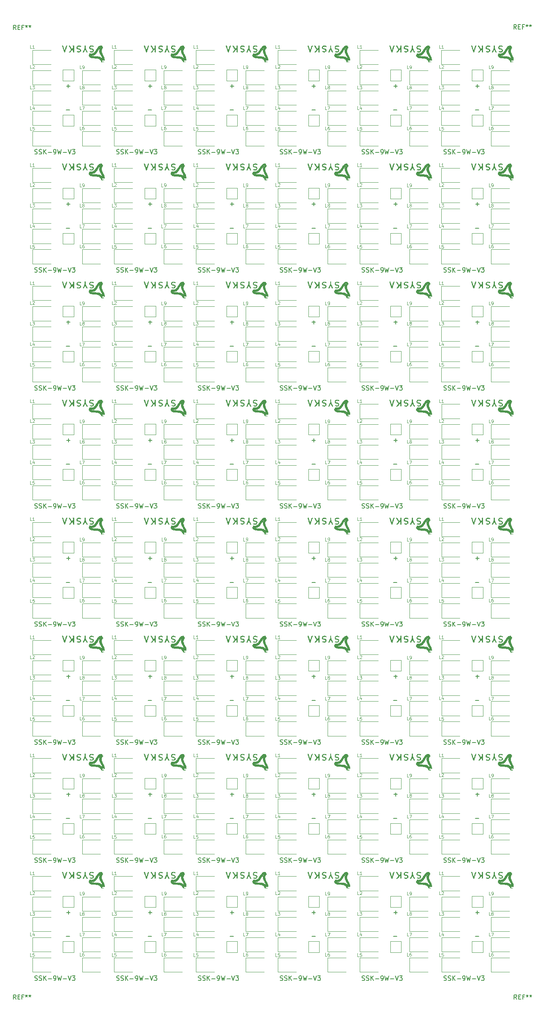
<source format=gbr>
%TF.GenerationSoftware,KiCad,Pcbnew,(7.0.0)*%
%TF.CreationDate,2023-02-27T23:00:04+05:30*%
%TF.ProjectId,9W_SYSKA,39575f53-5953-44b4-912e-6b696361645f,rev?*%
%TF.SameCoordinates,Original*%
%TF.FileFunction,Legend,Top*%
%TF.FilePolarity,Positive*%
%FSLAX46Y46*%
G04 Gerber Fmt 4.6, Leading zero omitted, Abs format (unit mm)*
G04 Created by KiCad (PCBNEW (7.0.0)) date 2023-02-27 23:00:04*
%MOMM*%
%LPD*%
G01*
G04 APERTURE LIST*
%ADD10C,0.150000*%
%ADD11C,0.120000*%
G04 APERTURE END LIST*
D10*
X119662976Y-177874761D02*
X119805833Y-177922380D01*
X119805833Y-177922380D02*
X120043928Y-177922380D01*
X120043928Y-177922380D02*
X120139166Y-177874761D01*
X120139166Y-177874761D02*
X120186785Y-177827142D01*
X120186785Y-177827142D02*
X120234404Y-177731904D01*
X120234404Y-177731904D02*
X120234404Y-177636666D01*
X120234404Y-177636666D02*
X120186785Y-177541428D01*
X120186785Y-177541428D02*
X120139166Y-177493809D01*
X120139166Y-177493809D02*
X120043928Y-177446190D01*
X120043928Y-177446190D02*
X119853452Y-177398571D01*
X119853452Y-177398571D02*
X119758214Y-177350952D01*
X119758214Y-177350952D02*
X119710595Y-177303333D01*
X119710595Y-177303333D02*
X119662976Y-177208095D01*
X119662976Y-177208095D02*
X119662976Y-177112857D01*
X119662976Y-177112857D02*
X119710595Y-177017619D01*
X119710595Y-177017619D02*
X119758214Y-176970000D01*
X119758214Y-176970000D02*
X119853452Y-176922380D01*
X119853452Y-176922380D02*
X120091547Y-176922380D01*
X120091547Y-176922380D02*
X120234404Y-176970000D01*
X120615357Y-177874761D02*
X120758214Y-177922380D01*
X120758214Y-177922380D02*
X120996309Y-177922380D01*
X120996309Y-177922380D02*
X121091547Y-177874761D01*
X121091547Y-177874761D02*
X121139166Y-177827142D01*
X121139166Y-177827142D02*
X121186785Y-177731904D01*
X121186785Y-177731904D02*
X121186785Y-177636666D01*
X121186785Y-177636666D02*
X121139166Y-177541428D01*
X121139166Y-177541428D02*
X121091547Y-177493809D01*
X121091547Y-177493809D02*
X120996309Y-177446190D01*
X120996309Y-177446190D02*
X120805833Y-177398571D01*
X120805833Y-177398571D02*
X120710595Y-177350952D01*
X120710595Y-177350952D02*
X120662976Y-177303333D01*
X120662976Y-177303333D02*
X120615357Y-177208095D01*
X120615357Y-177208095D02*
X120615357Y-177112857D01*
X120615357Y-177112857D02*
X120662976Y-177017619D01*
X120662976Y-177017619D02*
X120710595Y-176970000D01*
X120710595Y-176970000D02*
X120805833Y-176922380D01*
X120805833Y-176922380D02*
X121043928Y-176922380D01*
X121043928Y-176922380D02*
X121186785Y-176970000D01*
X121615357Y-177922380D02*
X121615357Y-176922380D01*
X122186785Y-177922380D02*
X121758214Y-177350952D01*
X122186785Y-176922380D02*
X121615357Y-177493809D01*
X122615357Y-177541428D02*
X123377262Y-177541428D01*
X123901071Y-177922380D02*
X124091547Y-177922380D01*
X124091547Y-177922380D02*
X124186785Y-177874761D01*
X124186785Y-177874761D02*
X124234404Y-177827142D01*
X124234404Y-177827142D02*
X124329642Y-177684285D01*
X124329642Y-177684285D02*
X124377261Y-177493809D01*
X124377261Y-177493809D02*
X124377261Y-177112857D01*
X124377261Y-177112857D02*
X124329642Y-177017619D01*
X124329642Y-177017619D02*
X124282023Y-176970000D01*
X124282023Y-176970000D02*
X124186785Y-176922380D01*
X124186785Y-176922380D02*
X123996309Y-176922380D01*
X123996309Y-176922380D02*
X123901071Y-176970000D01*
X123901071Y-176970000D02*
X123853452Y-177017619D01*
X123853452Y-177017619D02*
X123805833Y-177112857D01*
X123805833Y-177112857D02*
X123805833Y-177350952D01*
X123805833Y-177350952D02*
X123853452Y-177446190D01*
X123853452Y-177446190D02*
X123901071Y-177493809D01*
X123901071Y-177493809D02*
X123996309Y-177541428D01*
X123996309Y-177541428D02*
X124186785Y-177541428D01*
X124186785Y-177541428D02*
X124282023Y-177493809D01*
X124282023Y-177493809D02*
X124329642Y-177446190D01*
X124329642Y-177446190D02*
X124377261Y-177350952D01*
X124710595Y-176922380D02*
X124948690Y-177922380D01*
X124948690Y-177922380D02*
X125139166Y-177208095D01*
X125139166Y-177208095D02*
X125329642Y-177922380D01*
X125329642Y-177922380D02*
X125567738Y-176922380D01*
X125948690Y-177541428D02*
X126710595Y-177541428D01*
X127043928Y-176922380D02*
X127377261Y-177922380D01*
X127377261Y-177922380D02*
X127710594Y-176922380D01*
X127948690Y-176922380D02*
X128567737Y-176922380D01*
X128567737Y-176922380D02*
X128234404Y-177303333D01*
X128234404Y-177303333D02*
X128377261Y-177303333D01*
X128377261Y-177303333D02*
X128472499Y-177350952D01*
X128472499Y-177350952D02*
X128520118Y-177398571D01*
X128520118Y-177398571D02*
X128567737Y-177493809D01*
X128567737Y-177493809D02*
X128567737Y-177731904D01*
X128567737Y-177731904D02*
X128520118Y-177827142D01*
X128520118Y-177827142D02*
X128472499Y-177874761D01*
X128472499Y-177874761D02*
X128377261Y-177922380D01*
X128377261Y-177922380D02*
X128091547Y-177922380D01*
X128091547Y-177922380D02*
X127996309Y-177874761D01*
X127996309Y-177874761D02*
X127948690Y-177827142D01*
X119660476Y-99574761D02*
X119803333Y-99622380D01*
X119803333Y-99622380D02*
X120041428Y-99622380D01*
X120041428Y-99622380D02*
X120136666Y-99574761D01*
X120136666Y-99574761D02*
X120184285Y-99527142D01*
X120184285Y-99527142D02*
X120231904Y-99431904D01*
X120231904Y-99431904D02*
X120231904Y-99336666D01*
X120231904Y-99336666D02*
X120184285Y-99241428D01*
X120184285Y-99241428D02*
X120136666Y-99193809D01*
X120136666Y-99193809D02*
X120041428Y-99146190D01*
X120041428Y-99146190D02*
X119850952Y-99098571D01*
X119850952Y-99098571D02*
X119755714Y-99050952D01*
X119755714Y-99050952D02*
X119708095Y-99003333D01*
X119708095Y-99003333D02*
X119660476Y-98908095D01*
X119660476Y-98908095D02*
X119660476Y-98812857D01*
X119660476Y-98812857D02*
X119708095Y-98717619D01*
X119708095Y-98717619D02*
X119755714Y-98670000D01*
X119755714Y-98670000D02*
X119850952Y-98622380D01*
X119850952Y-98622380D02*
X120089047Y-98622380D01*
X120089047Y-98622380D02*
X120231904Y-98670000D01*
X120612857Y-99574761D02*
X120755714Y-99622380D01*
X120755714Y-99622380D02*
X120993809Y-99622380D01*
X120993809Y-99622380D02*
X121089047Y-99574761D01*
X121089047Y-99574761D02*
X121136666Y-99527142D01*
X121136666Y-99527142D02*
X121184285Y-99431904D01*
X121184285Y-99431904D02*
X121184285Y-99336666D01*
X121184285Y-99336666D02*
X121136666Y-99241428D01*
X121136666Y-99241428D02*
X121089047Y-99193809D01*
X121089047Y-99193809D02*
X120993809Y-99146190D01*
X120993809Y-99146190D02*
X120803333Y-99098571D01*
X120803333Y-99098571D02*
X120708095Y-99050952D01*
X120708095Y-99050952D02*
X120660476Y-99003333D01*
X120660476Y-99003333D02*
X120612857Y-98908095D01*
X120612857Y-98908095D02*
X120612857Y-98812857D01*
X120612857Y-98812857D02*
X120660476Y-98717619D01*
X120660476Y-98717619D02*
X120708095Y-98670000D01*
X120708095Y-98670000D02*
X120803333Y-98622380D01*
X120803333Y-98622380D02*
X121041428Y-98622380D01*
X121041428Y-98622380D02*
X121184285Y-98670000D01*
X121612857Y-99622380D02*
X121612857Y-98622380D01*
X122184285Y-99622380D02*
X121755714Y-99050952D01*
X122184285Y-98622380D02*
X121612857Y-99193809D01*
X122612857Y-99241428D02*
X123374762Y-99241428D01*
X123898571Y-99622380D02*
X124089047Y-99622380D01*
X124089047Y-99622380D02*
X124184285Y-99574761D01*
X124184285Y-99574761D02*
X124231904Y-99527142D01*
X124231904Y-99527142D02*
X124327142Y-99384285D01*
X124327142Y-99384285D02*
X124374761Y-99193809D01*
X124374761Y-99193809D02*
X124374761Y-98812857D01*
X124374761Y-98812857D02*
X124327142Y-98717619D01*
X124327142Y-98717619D02*
X124279523Y-98670000D01*
X124279523Y-98670000D02*
X124184285Y-98622380D01*
X124184285Y-98622380D02*
X123993809Y-98622380D01*
X123993809Y-98622380D02*
X123898571Y-98670000D01*
X123898571Y-98670000D02*
X123850952Y-98717619D01*
X123850952Y-98717619D02*
X123803333Y-98812857D01*
X123803333Y-98812857D02*
X123803333Y-99050952D01*
X123803333Y-99050952D02*
X123850952Y-99146190D01*
X123850952Y-99146190D02*
X123898571Y-99193809D01*
X123898571Y-99193809D02*
X123993809Y-99241428D01*
X123993809Y-99241428D02*
X124184285Y-99241428D01*
X124184285Y-99241428D02*
X124279523Y-99193809D01*
X124279523Y-99193809D02*
X124327142Y-99146190D01*
X124327142Y-99146190D02*
X124374761Y-99050952D01*
X124708095Y-98622380D02*
X124946190Y-99622380D01*
X124946190Y-99622380D02*
X125136666Y-98908095D01*
X125136666Y-98908095D02*
X125327142Y-99622380D01*
X125327142Y-99622380D02*
X125565238Y-98622380D01*
X125946190Y-99241428D02*
X126708095Y-99241428D01*
X127041428Y-98622380D02*
X127374761Y-99622380D01*
X127374761Y-99622380D02*
X127708094Y-98622380D01*
X127946190Y-98622380D02*
X128565237Y-98622380D01*
X128565237Y-98622380D02*
X128231904Y-99003333D01*
X128231904Y-99003333D02*
X128374761Y-99003333D01*
X128374761Y-99003333D02*
X128469999Y-99050952D01*
X128469999Y-99050952D02*
X128517618Y-99098571D01*
X128517618Y-99098571D02*
X128565237Y-99193809D01*
X128565237Y-99193809D02*
X128565237Y-99431904D01*
X128565237Y-99431904D02*
X128517618Y-99527142D01*
X128517618Y-99527142D02*
X128469999Y-99574761D01*
X128469999Y-99574761D02*
X128374761Y-99622380D01*
X128374761Y-99622380D02*
X128089047Y-99622380D01*
X128089047Y-99622380D02*
X127993809Y-99574761D01*
X127993809Y-99574761D02*
X127946190Y-99527142D01*
X192062976Y-151774761D02*
X192205833Y-151822380D01*
X192205833Y-151822380D02*
X192443928Y-151822380D01*
X192443928Y-151822380D02*
X192539166Y-151774761D01*
X192539166Y-151774761D02*
X192586785Y-151727142D01*
X192586785Y-151727142D02*
X192634404Y-151631904D01*
X192634404Y-151631904D02*
X192634404Y-151536666D01*
X192634404Y-151536666D02*
X192586785Y-151441428D01*
X192586785Y-151441428D02*
X192539166Y-151393809D01*
X192539166Y-151393809D02*
X192443928Y-151346190D01*
X192443928Y-151346190D02*
X192253452Y-151298571D01*
X192253452Y-151298571D02*
X192158214Y-151250952D01*
X192158214Y-151250952D02*
X192110595Y-151203333D01*
X192110595Y-151203333D02*
X192062976Y-151108095D01*
X192062976Y-151108095D02*
X192062976Y-151012857D01*
X192062976Y-151012857D02*
X192110595Y-150917619D01*
X192110595Y-150917619D02*
X192158214Y-150870000D01*
X192158214Y-150870000D02*
X192253452Y-150822380D01*
X192253452Y-150822380D02*
X192491547Y-150822380D01*
X192491547Y-150822380D02*
X192634404Y-150870000D01*
X193015357Y-151774761D02*
X193158214Y-151822380D01*
X193158214Y-151822380D02*
X193396309Y-151822380D01*
X193396309Y-151822380D02*
X193491547Y-151774761D01*
X193491547Y-151774761D02*
X193539166Y-151727142D01*
X193539166Y-151727142D02*
X193586785Y-151631904D01*
X193586785Y-151631904D02*
X193586785Y-151536666D01*
X193586785Y-151536666D02*
X193539166Y-151441428D01*
X193539166Y-151441428D02*
X193491547Y-151393809D01*
X193491547Y-151393809D02*
X193396309Y-151346190D01*
X193396309Y-151346190D02*
X193205833Y-151298571D01*
X193205833Y-151298571D02*
X193110595Y-151250952D01*
X193110595Y-151250952D02*
X193062976Y-151203333D01*
X193062976Y-151203333D02*
X193015357Y-151108095D01*
X193015357Y-151108095D02*
X193015357Y-151012857D01*
X193015357Y-151012857D02*
X193062976Y-150917619D01*
X193062976Y-150917619D02*
X193110595Y-150870000D01*
X193110595Y-150870000D02*
X193205833Y-150822380D01*
X193205833Y-150822380D02*
X193443928Y-150822380D01*
X193443928Y-150822380D02*
X193586785Y-150870000D01*
X194015357Y-151822380D02*
X194015357Y-150822380D01*
X194586785Y-151822380D02*
X194158214Y-151250952D01*
X194586785Y-150822380D02*
X194015357Y-151393809D01*
X195015357Y-151441428D02*
X195777262Y-151441428D01*
X196301071Y-151822380D02*
X196491547Y-151822380D01*
X196491547Y-151822380D02*
X196586785Y-151774761D01*
X196586785Y-151774761D02*
X196634404Y-151727142D01*
X196634404Y-151727142D02*
X196729642Y-151584285D01*
X196729642Y-151584285D02*
X196777261Y-151393809D01*
X196777261Y-151393809D02*
X196777261Y-151012857D01*
X196777261Y-151012857D02*
X196729642Y-150917619D01*
X196729642Y-150917619D02*
X196682023Y-150870000D01*
X196682023Y-150870000D02*
X196586785Y-150822380D01*
X196586785Y-150822380D02*
X196396309Y-150822380D01*
X196396309Y-150822380D02*
X196301071Y-150870000D01*
X196301071Y-150870000D02*
X196253452Y-150917619D01*
X196253452Y-150917619D02*
X196205833Y-151012857D01*
X196205833Y-151012857D02*
X196205833Y-151250952D01*
X196205833Y-151250952D02*
X196253452Y-151346190D01*
X196253452Y-151346190D02*
X196301071Y-151393809D01*
X196301071Y-151393809D02*
X196396309Y-151441428D01*
X196396309Y-151441428D02*
X196586785Y-151441428D01*
X196586785Y-151441428D02*
X196682023Y-151393809D01*
X196682023Y-151393809D02*
X196729642Y-151346190D01*
X196729642Y-151346190D02*
X196777261Y-151250952D01*
X197110595Y-150822380D02*
X197348690Y-151822380D01*
X197348690Y-151822380D02*
X197539166Y-151108095D01*
X197539166Y-151108095D02*
X197729642Y-151822380D01*
X197729642Y-151822380D02*
X197967738Y-150822380D01*
X198348690Y-151441428D02*
X199110595Y-151441428D01*
X199443928Y-150822380D02*
X199777261Y-151822380D01*
X199777261Y-151822380D02*
X200110594Y-150822380D01*
X200348690Y-150822380D02*
X200967737Y-150822380D01*
X200967737Y-150822380D02*
X200634404Y-151203333D01*
X200634404Y-151203333D02*
X200777261Y-151203333D01*
X200777261Y-151203333D02*
X200872499Y-151250952D01*
X200872499Y-151250952D02*
X200920118Y-151298571D01*
X200920118Y-151298571D02*
X200967737Y-151393809D01*
X200967737Y-151393809D02*
X200967737Y-151631904D01*
X200967737Y-151631904D02*
X200920118Y-151727142D01*
X200920118Y-151727142D02*
X200872499Y-151774761D01*
X200872499Y-151774761D02*
X200777261Y-151822380D01*
X200777261Y-151822380D02*
X200491547Y-151822380D01*
X200491547Y-151822380D02*
X200396309Y-151774761D01*
X200396309Y-151774761D02*
X200348690Y-151727142D01*
X173962976Y-151774761D02*
X174105833Y-151822380D01*
X174105833Y-151822380D02*
X174343928Y-151822380D01*
X174343928Y-151822380D02*
X174439166Y-151774761D01*
X174439166Y-151774761D02*
X174486785Y-151727142D01*
X174486785Y-151727142D02*
X174534404Y-151631904D01*
X174534404Y-151631904D02*
X174534404Y-151536666D01*
X174534404Y-151536666D02*
X174486785Y-151441428D01*
X174486785Y-151441428D02*
X174439166Y-151393809D01*
X174439166Y-151393809D02*
X174343928Y-151346190D01*
X174343928Y-151346190D02*
X174153452Y-151298571D01*
X174153452Y-151298571D02*
X174058214Y-151250952D01*
X174058214Y-151250952D02*
X174010595Y-151203333D01*
X174010595Y-151203333D02*
X173962976Y-151108095D01*
X173962976Y-151108095D02*
X173962976Y-151012857D01*
X173962976Y-151012857D02*
X174010595Y-150917619D01*
X174010595Y-150917619D02*
X174058214Y-150870000D01*
X174058214Y-150870000D02*
X174153452Y-150822380D01*
X174153452Y-150822380D02*
X174391547Y-150822380D01*
X174391547Y-150822380D02*
X174534404Y-150870000D01*
X174915357Y-151774761D02*
X175058214Y-151822380D01*
X175058214Y-151822380D02*
X175296309Y-151822380D01*
X175296309Y-151822380D02*
X175391547Y-151774761D01*
X175391547Y-151774761D02*
X175439166Y-151727142D01*
X175439166Y-151727142D02*
X175486785Y-151631904D01*
X175486785Y-151631904D02*
X175486785Y-151536666D01*
X175486785Y-151536666D02*
X175439166Y-151441428D01*
X175439166Y-151441428D02*
X175391547Y-151393809D01*
X175391547Y-151393809D02*
X175296309Y-151346190D01*
X175296309Y-151346190D02*
X175105833Y-151298571D01*
X175105833Y-151298571D02*
X175010595Y-151250952D01*
X175010595Y-151250952D02*
X174962976Y-151203333D01*
X174962976Y-151203333D02*
X174915357Y-151108095D01*
X174915357Y-151108095D02*
X174915357Y-151012857D01*
X174915357Y-151012857D02*
X174962976Y-150917619D01*
X174962976Y-150917619D02*
X175010595Y-150870000D01*
X175010595Y-150870000D02*
X175105833Y-150822380D01*
X175105833Y-150822380D02*
X175343928Y-150822380D01*
X175343928Y-150822380D02*
X175486785Y-150870000D01*
X175915357Y-151822380D02*
X175915357Y-150822380D01*
X176486785Y-151822380D02*
X176058214Y-151250952D01*
X176486785Y-150822380D02*
X175915357Y-151393809D01*
X176915357Y-151441428D02*
X177677262Y-151441428D01*
X178201071Y-151822380D02*
X178391547Y-151822380D01*
X178391547Y-151822380D02*
X178486785Y-151774761D01*
X178486785Y-151774761D02*
X178534404Y-151727142D01*
X178534404Y-151727142D02*
X178629642Y-151584285D01*
X178629642Y-151584285D02*
X178677261Y-151393809D01*
X178677261Y-151393809D02*
X178677261Y-151012857D01*
X178677261Y-151012857D02*
X178629642Y-150917619D01*
X178629642Y-150917619D02*
X178582023Y-150870000D01*
X178582023Y-150870000D02*
X178486785Y-150822380D01*
X178486785Y-150822380D02*
X178296309Y-150822380D01*
X178296309Y-150822380D02*
X178201071Y-150870000D01*
X178201071Y-150870000D02*
X178153452Y-150917619D01*
X178153452Y-150917619D02*
X178105833Y-151012857D01*
X178105833Y-151012857D02*
X178105833Y-151250952D01*
X178105833Y-151250952D02*
X178153452Y-151346190D01*
X178153452Y-151346190D02*
X178201071Y-151393809D01*
X178201071Y-151393809D02*
X178296309Y-151441428D01*
X178296309Y-151441428D02*
X178486785Y-151441428D01*
X178486785Y-151441428D02*
X178582023Y-151393809D01*
X178582023Y-151393809D02*
X178629642Y-151346190D01*
X178629642Y-151346190D02*
X178677261Y-151250952D01*
X179010595Y-150822380D02*
X179248690Y-151822380D01*
X179248690Y-151822380D02*
X179439166Y-151108095D01*
X179439166Y-151108095D02*
X179629642Y-151822380D01*
X179629642Y-151822380D02*
X179867738Y-150822380D01*
X180248690Y-151441428D02*
X181010595Y-151441428D01*
X181343928Y-150822380D02*
X181677261Y-151822380D01*
X181677261Y-151822380D02*
X182010594Y-150822380D01*
X182248690Y-150822380D02*
X182867737Y-150822380D01*
X182867737Y-150822380D02*
X182534404Y-151203333D01*
X182534404Y-151203333D02*
X182677261Y-151203333D01*
X182677261Y-151203333D02*
X182772499Y-151250952D01*
X182772499Y-151250952D02*
X182820118Y-151298571D01*
X182820118Y-151298571D02*
X182867737Y-151393809D01*
X182867737Y-151393809D02*
X182867737Y-151631904D01*
X182867737Y-151631904D02*
X182820118Y-151727142D01*
X182820118Y-151727142D02*
X182772499Y-151774761D01*
X182772499Y-151774761D02*
X182677261Y-151822380D01*
X182677261Y-151822380D02*
X182391547Y-151822380D01*
X182391547Y-151822380D02*
X182296309Y-151774761D01*
X182296309Y-151774761D02*
X182248690Y-151727142D01*
X155862976Y-177874761D02*
X156005833Y-177922380D01*
X156005833Y-177922380D02*
X156243928Y-177922380D01*
X156243928Y-177922380D02*
X156339166Y-177874761D01*
X156339166Y-177874761D02*
X156386785Y-177827142D01*
X156386785Y-177827142D02*
X156434404Y-177731904D01*
X156434404Y-177731904D02*
X156434404Y-177636666D01*
X156434404Y-177636666D02*
X156386785Y-177541428D01*
X156386785Y-177541428D02*
X156339166Y-177493809D01*
X156339166Y-177493809D02*
X156243928Y-177446190D01*
X156243928Y-177446190D02*
X156053452Y-177398571D01*
X156053452Y-177398571D02*
X155958214Y-177350952D01*
X155958214Y-177350952D02*
X155910595Y-177303333D01*
X155910595Y-177303333D02*
X155862976Y-177208095D01*
X155862976Y-177208095D02*
X155862976Y-177112857D01*
X155862976Y-177112857D02*
X155910595Y-177017619D01*
X155910595Y-177017619D02*
X155958214Y-176970000D01*
X155958214Y-176970000D02*
X156053452Y-176922380D01*
X156053452Y-176922380D02*
X156291547Y-176922380D01*
X156291547Y-176922380D02*
X156434404Y-176970000D01*
X156815357Y-177874761D02*
X156958214Y-177922380D01*
X156958214Y-177922380D02*
X157196309Y-177922380D01*
X157196309Y-177922380D02*
X157291547Y-177874761D01*
X157291547Y-177874761D02*
X157339166Y-177827142D01*
X157339166Y-177827142D02*
X157386785Y-177731904D01*
X157386785Y-177731904D02*
X157386785Y-177636666D01*
X157386785Y-177636666D02*
X157339166Y-177541428D01*
X157339166Y-177541428D02*
X157291547Y-177493809D01*
X157291547Y-177493809D02*
X157196309Y-177446190D01*
X157196309Y-177446190D02*
X157005833Y-177398571D01*
X157005833Y-177398571D02*
X156910595Y-177350952D01*
X156910595Y-177350952D02*
X156862976Y-177303333D01*
X156862976Y-177303333D02*
X156815357Y-177208095D01*
X156815357Y-177208095D02*
X156815357Y-177112857D01*
X156815357Y-177112857D02*
X156862976Y-177017619D01*
X156862976Y-177017619D02*
X156910595Y-176970000D01*
X156910595Y-176970000D02*
X157005833Y-176922380D01*
X157005833Y-176922380D02*
X157243928Y-176922380D01*
X157243928Y-176922380D02*
X157386785Y-176970000D01*
X157815357Y-177922380D02*
X157815357Y-176922380D01*
X158386785Y-177922380D02*
X157958214Y-177350952D01*
X158386785Y-176922380D02*
X157815357Y-177493809D01*
X158815357Y-177541428D02*
X159577262Y-177541428D01*
X160101071Y-177922380D02*
X160291547Y-177922380D01*
X160291547Y-177922380D02*
X160386785Y-177874761D01*
X160386785Y-177874761D02*
X160434404Y-177827142D01*
X160434404Y-177827142D02*
X160529642Y-177684285D01*
X160529642Y-177684285D02*
X160577261Y-177493809D01*
X160577261Y-177493809D02*
X160577261Y-177112857D01*
X160577261Y-177112857D02*
X160529642Y-177017619D01*
X160529642Y-177017619D02*
X160482023Y-176970000D01*
X160482023Y-176970000D02*
X160386785Y-176922380D01*
X160386785Y-176922380D02*
X160196309Y-176922380D01*
X160196309Y-176922380D02*
X160101071Y-176970000D01*
X160101071Y-176970000D02*
X160053452Y-177017619D01*
X160053452Y-177017619D02*
X160005833Y-177112857D01*
X160005833Y-177112857D02*
X160005833Y-177350952D01*
X160005833Y-177350952D02*
X160053452Y-177446190D01*
X160053452Y-177446190D02*
X160101071Y-177493809D01*
X160101071Y-177493809D02*
X160196309Y-177541428D01*
X160196309Y-177541428D02*
X160386785Y-177541428D01*
X160386785Y-177541428D02*
X160482023Y-177493809D01*
X160482023Y-177493809D02*
X160529642Y-177446190D01*
X160529642Y-177446190D02*
X160577261Y-177350952D01*
X160910595Y-176922380D02*
X161148690Y-177922380D01*
X161148690Y-177922380D02*
X161339166Y-177208095D01*
X161339166Y-177208095D02*
X161529642Y-177922380D01*
X161529642Y-177922380D02*
X161767738Y-176922380D01*
X162148690Y-177541428D02*
X162910595Y-177541428D01*
X163243928Y-176922380D02*
X163577261Y-177922380D01*
X163577261Y-177922380D02*
X163910594Y-176922380D01*
X164148690Y-176922380D02*
X164767737Y-176922380D01*
X164767737Y-176922380D02*
X164434404Y-177303333D01*
X164434404Y-177303333D02*
X164577261Y-177303333D01*
X164577261Y-177303333D02*
X164672499Y-177350952D01*
X164672499Y-177350952D02*
X164720118Y-177398571D01*
X164720118Y-177398571D02*
X164767737Y-177493809D01*
X164767737Y-177493809D02*
X164767737Y-177731904D01*
X164767737Y-177731904D02*
X164720118Y-177827142D01*
X164720118Y-177827142D02*
X164672499Y-177874761D01*
X164672499Y-177874761D02*
X164577261Y-177922380D01*
X164577261Y-177922380D02*
X164291547Y-177922380D01*
X164291547Y-177922380D02*
X164196309Y-177874761D01*
X164196309Y-177874761D02*
X164148690Y-177827142D01*
X155860476Y-73474761D02*
X156003333Y-73522380D01*
X156003333Y-73522380D02*
X156241428Y-73522380D01*
X156241428Y-73522380D02*
X156336666Y-73474761D01*
X156336666Y-73474761D02*
X156384285Y-73427142D01*
X156384285Y-73427142D02*
X156431904Y-73331904D01*
X156431904Y-73331904D02*
X156431904Y-73236666D01*
X156431904Y-73236666D02*
X156384285Y-73141428D01*
X156384285Y-73141428D02*
X156336666Y-73093809D01*
X156336666Y-73093809D02*
X156241428Y-73046190D01*
X156241428Y-73046190D02*
X156050952Y-72998571D01*
X156050952Y-72998571D02*
X155955714Y-72950952D01*
X155955714Y-72950952D02*
X155908095Y-72903333D01*
X155908095Y-72903333D02*
X155860476Y-72808095D01*
X155860476Y-72808095D02*
X155860476Y-72712857D01*
X155860476Y-72712857D02*
X155908095Y-72617619D01*
X155908095Y-72617619D02*
X155955714Y-72570000D01*
X155955714Y-72570000D02*
X156050952Y-72522380D01*
X156050952Y-72522380D02*
X156289047Y-72522380D01*
X156289047Y-72522380D02*
X156431904Y-72570000D01*
X156812857Y-73474761D02*
X156955714Y-73522380D01*
X156955714Y-73522380D02*
X157193809Y-73522380D01*
X157193809Y-73522380D02*
X157289047Y-73474761D01*
X157289047Y-73474761D02*
X157336666Y-73427142D01*
X157336666Y-73427142D02*
X157384285Y-73331904D01*
X157384285Y-73331904D02*
X157384285Y-73236666D01*
X157384285Y-73236666D02*
X157336666Y-73141428D01*
X157336666Y-73141428D02*
X157289047Y-73093809D01*
X157289047Y-73093809D02*
X157193809Y-73046190D01*
X157193809Y-73046190D02*
X157003333Y-72998571D01*
X157003333Y-72998571D02*
X156908095Y-72950952D01*
X156908095Y-72950952D02*
X156860476Y-72903333D01*
X156860476Y-72903333D02*
X156812857Y-72808095D01*
X156812857Y-72808095D02*
X156812857Y-72712857D01*
X156812857Y-72712857D02*
X156860476Y-72617619D01*
X156860476Y-72617619D02*
X156908095Y-72570000D01*
X156908095Y-72570000D02*
X157003333Y-72522380D01*
X157003333Y-72522380D02*
X157241428Y-72522380D01*
X157241428Y-72522380D02*
X157384285Y-72570000D01*
X157812857Y-73522380D02*
X157812857Y-72522380D01*
X158384285Y-73522380D02*
X157955714Y-72950952D01*
X158384285Y-72522380D02*
X157812857Y-73093809D01*
X158812857Y-73141428D02*
X159574762Y-73141428D01*
X160098571Y-73522380D02*
X160289047Y-73522380D01*
X160289047Y-73522380D02*
X160384285Y-73474761D01*
X160384285Y-73474761D02*
X160431904Y-73427142D01*
X160431904Y-73427142D02*
X160527142Y-73284285D01*
X160527142Y-73284285D02*
X160574761Y-73093809D01*
X160574761Y-73093809D02*
X160574761Y-72712857D01*
X160574761Y-72712857D02*
X160527142Y-72617619D01*
X160527142Y-72617619D02*
X160479523Y-72570000D01*
X160479523Y-72570000D02*
X160384285Y-72522380D01*
X160384285Y-72522380D02*
X160193809Y-72522380D01*
X160193809Y-72522380D02*
X160098571Y-72570000D01*
X160098571Y-72570000D02*
X160050952Y-72617619D01*
X160050952Y-72617619D02*
X160003333Y-72712857D01*
X160003333Y-72712857D02*
X160003333Y-72950952D01*
X160003333Y-72950952D02*
X160050952Y-73046190D01*
X160050952Y-73046190D02*
X160098571Y-73093809D01*
X160098571Y-73093809D02*
X160193809Y-73141428D01*
X160193809Y-73141428D02*
X160384285Y-73141428D01*
X160384285Y-73141428D02*
X160479523Y-73093809D01*
X160479523Y-73093809D02*
X160527142Y-73046190D01*
X160527142Y-73046190D02*
X160574761Y-72950952D01*
X160908095Y-72522380D02*
X161146190Y-73522380D01*
X161146190Y-73522380D02*
X161336666Y-72808095D01*
X161336666Y-72808095D02*
X161527142Y-73522380D01*
X161527142Y-73522380D02*
X161765238Y-72522380D01*
X162146190Y-73141428D02*
X162908095Y-73141428D01*
X163241428Y-72522380D02*
X163574761Y-73522380D01*
X163574761Y-73522380D02*
X163908094Y-72522380D01*
X164146190Y-72522380D02*
X164765237Y-72522380D01*
X164765237Y-72522380D02*
X164431904Y-72903333D01*
X164431904Y-72903333D02*
X164574761Y-72903333D01*
X164574761Y-72903333D02*
X164669999Y-72950952D01*
X164669999Y-72950952D02*
X164717618Y-72998571D01*
X164717618Y-72998571D02*
X164765237Y-73093809D01*
X164765237Y-73093809D02*
X164765237Y-73331904D01*
X164765237Y-73331904D02*
X164717618Y-73427142D01*
X164717618Y-73427142D02*
X164669999Y-73474761D01*
X164669999Y-73474761D02*
X164574761Y-73522380D01*
X164574761Y-73522380D02*
X164289047Y-73522380D01*
X164289047Y-73522380D02*
X164193809Y-73474761D01*
X164193809Y-73474761D02*
X164146190Y-73427142D01*
X192060476Y-47374761D02*
X192203333Y-47422380D01*
X192203333Y-47422380D02*
X192441428Y-47422380D01*
X192441428Y-47422380D02*
X192536666Y-47374761D01*
X192536666Y-47374761D02*
X192584285Y-47327142D01*
X192584285Y-47327142D02*
X192631904Y-47231904D01*
X192631904Y-47231904D02*
X192631904Y-47136666D01*
X192631904Y-47136666D02*
X192584285Y-47041428D01*
X192584285Y-47041428D02*
X192536666Y-46993809D01*
X192536666Y-46993809D02*
X192441428Y-46946190D01*
X192441428Y-46946190D02*
X192250952Y-46898571D01*
X192250952Y-46898571D02*
X192155714Y-46850952D01*
X192155714Y-46850952D02*
X192108095Y-46803333D01*
X192108095Y-46803333D02*
X192060476Y-46708095D01*
X192060476Y-46708095D02*
X192060476Y-46612857D01*
X192060476Y-46612857D02*
X192108095Y-46517619D01*
X192108095Y-46517619D02*
X192155714Y-46470000D01*
X192155714Y-46470000D02*
X192250952Y-46422380D01*
X192250952Y-46422380D02*
X192489047Y-46422380D01*
X192489047Y-46422380D02*
X192631904Y-46470000D01*
X193012857Y-47374761D02*
X193155714Y-47422380D01*
X193155714Y-47422380D02*
X193393809Y-47422380D01*
X193393809Y-47422380D02*
X193489047Y-47374761D01*
X193489047Y-47374761D02*
X193536666Y-47327142D01*
X193536666Y-47327142D02*
X193584285Y-47231904D01*
X193584285Y-47231904D02*
X193584285Y-47136666D01*
X193584285Y-47136666D02*
X193536666Y-47041428D01*
X193536666Y-47041428D02*
X193489047Y-46993809D01*
X193489047Y-46993809D02*
X193393809Y-46946190D01*
X193393809Y-46946190D02*
X193203333Y-46898571D01*
X193203333Y-46898571D02*
X193108095Y-46850952D01*
X193108095Y-46850952D02*
X193060476Y-46803333D01*
X193060476Y-46803333D02*
X193012857Y-46708095D01*
X193012857Y-46708095D02*
X193012857Y-46612857D01*
X193012857Y-46612857D02*
X193060476Y-46517619D01*
X193060476Y-46517619D02*
X193108095Y-46470000D01*
X193108095Y-46470000D02*
X193203333Y-46422380D01*
X193203333Y-46422380D02*
X193441428Y-46422380D01*
X193441428Y-46422380D02*
X193584285Y-46470000D01*
X194012857Y-47422380D02*
X194012857Y-46422380D01*
X194584285Y-47422380D02*
X194155714Y-46850952D01*
X194584285Y-46422380D02*
X194012857Y-46993809D01*
X195012857Y-47041428D02*
X195774762Y-47041428D01*
X196298571Y-47422380D02*
X196489047Y-47422380D01*
X196489047Y-47422380D02*
X196584285Y-47374761D01*
X196584285Y-47374761D02*
X196631904Y-47327142D01*
X196631904Y-47327142D02*
X196727142Y-47184285D01*
X196727142Y-47184285D02*
X196774761Y-46993809D01*
X196774761Y-46993809D02*
X196774761Y-46612857D01*
X196774761Y-46612857D02*
X196727142Y-46517619D01*
X196727142Y-46517619D02*
X196679523Y-46470000D01*
X196679523Y-46470000D02*
X196584285Y-46422380D01*
X196584285Y-46422380D02*
X196393809Y-46422380D01*
X196393809Y-46422380D02*
X196298571Y-46470000D01*
X196298571Y-46470000D02*
X196250952Y-46517619D01*
X196250952Y-46517619D02*
X196203333Y-46612857D01*
X196203333Y-46612857D02*
X196203333Y-46850952D01*
X196203333Y-46850952D02*
X196250952Y-46946190D01*
X196250952Y-46946190D02*
X196298571Y-46993809D01*
X196298571Y-46993809D02*
X196393809Y-47041428D01*
X196393809Y-47041428D02*
X196584285Y-47041428D01*
X196584285Y-47041428D02*
X196679523Y-46993809D01*
X196679523Y-46993809D02*
X196727142Y-46946190D01*
X196727142Y-46946190D02*
X196774761Y-46850952D01*
X197108095Y-46422380D02*
X197346190Y-47422380D01*
X197346190Y-47422380D02*
X197536666Y-46708095D01*
X197536666Y-46708095D02*
X197727142Y-47422380D01*
X197727142Y-47422380D02*
X197965238Y-46422380D01*
X198346190Y-47041428D02*
X199108095Y-47041428D01*
X199441428Y-46422380D02*
X199774761Y-47422380D01*
X199774761Y-47422380D02*
X200108094Y-46422380D01*
X200346190Y-46422380D02*
X200965237Y-46422380D01*
X200965237Y-46422380D02*
X200631904Y-46803333D01*
X200631904Y-46803333D02*
X200774761Y-46803333D01*
X200774761Y-46803333D02*
X200869999Y-46850952D01*
X200869999Y-46850952D02*
X200917618Y-46898571D01*
X200917618Y-46898571D02*
X200965237Y-46993809D01*
X200965237Y-46993809D02*
X200965237Y-47231904D01*
X200965237Y-47231904D02*
X200917618Y-47327142D01*
X200917618Y-47327142D02*
X200869999Y-47374761D01*
X200869999Y-47374761D02*
X200774761Y-47422380D01*
X200774761Y-47422380D02*
X200489047Y-47422380D01*
X200489047Y-47422380D02*
X200393809Y-47374761D01*
X200393809Y-47374761D02*
X200346190Y-47327142D01*
X137762976Y-151774761D02*
X137905833Y-151822380D01*
X137905833Y-151822380D02*
X138143928Y-151822380D01*
X138143928Y-151822380D02*
X138239166Y-151774761D01*
X138239166Y-151774761D02*
X138286785Y-151727142D01*
X138286785Y-151727142D02*
X138334404Y-151631904D01*
X138334404Y-151631904D02*
X138334404Y-151536666D01*
X138334404Y-151536666D02*
X138286785Y-151441428D01*
X138286785Y-151441428D02*
X138239166Y-151393809D01*
X138239166Y-151393809D02*
X138143928Y-151346190D01*
X138143928Y-151346190D02*
X137953452Y-151298571D01*
X137953452Y-151298571D02*
X137858214Y-151250952D01*
X137858214Y-151250952D02*
X137810595Y-151203333D01*
X137810595Y-151203333D02*
X137762976Y-151108095D01*
X137762976Y-151108095D02*
X137762976Y-151012857D01*
X137762976Y-151012857D02*
X137810595Y-150917619D01*
X137810595Y-150917619D02*
X137858214Y-150870000D01*
X137858214Y-150870000D02*
X137953452Y-150822380D01*
X137953452Y-150822380D02*
X138191547Y-150822380D01*
X138191547Y-150822380D02*
X138334404Y-150870000D01*
X138715357Y-151774761D02*
X138858214Y-151822380D01*
X138858214Y-151822380D02*
X139096309Y-151822380D01*
X139096309Y-151822380D02*
X139191547Y-151774761D01*
X139191547Y-151774761D02*
X139239166Y-151727142D01*
X139239166Y-151727142D02*
X139286785Y-151631904D01*
X139286785Y-151631904D02*
X139286785Y-151536666D01*
X139286785Y-151536666D02*
X139239166Y-151441428D01*
X139239166Y-151441428D02*
X139191547Y-151393809D01*
X139191547Y-151393809D02*
X139096309Y-151346190D01*
X139096309Y-151346190D02*
X138905833Y-151298571D01*
X138905833Y-151298571D02*
X138810595Y-151250952D01*
X138810595Y-151250952D02*
X138762976Y-151203333D01*
X138762976Y-151203333D02*
X138715357Y-151108095D01*
X138715357Y-151108095D02*
X138715357Y-151012857D01*
X138715357Y-151012857D02*
X138762976Y-150917619D01*
X138762976Y-150917619D02*
X138810595Y-150870000D01*
X138810595Y-150870000D02*
X138905833Y-150822380D01*
X138905833Y-150822380D02*
X139143928Y-150822380D01*
X139143928Y-150822380D02*
X139286785Y-150870000D01*
X139715357Y-151822380D02*
X139715357Y-150822380D01*
X140286785Y-151822380D02*
X139858214Y-151250952D01*
X140286785Y-150822380D02*
X139715357Y-151393809D01*
X140715357Y-151441428D02*
X141477262Y-151441428D01*
X142001071Y-151822380D02*
X142191547Y-151822380D01*
X142191547Y-151822380D02*
X142286785Y-151774761D01*
X142286785Y-151774761D02*
X142334404Y-151727142D01*
X142334404Y-151727142D02*
X142429642Y-151584285D01*
X142429642Y-151584285D02*
X142477261Y-151393809D01*
X142477261Y-151393809D02*
X142477261Y-151012857D01*
X142477261Y-151012857D02*
X142429642Y-150917619D01*
X142429642Y-150917619D02*
X142382023Y-150870000D01*
X142382023Y-150870000D02*
X142286785Y-150822380D01*
X142286785Y-150822380D02*
X142096309Y-150822380D01*
X142096309Y-150822380D02*
X142001071Y-150870000D01*
X142001071Y-150870000D02*
X141953452Y-150917619D01*
X141953452Y-150917619D02*
X141905833Y-151012857D01*
X141905833Y-151012857D02*
X141905833Y-151250952D01*
X141905833Y-151250952D02*
X141953452Y-151346190D01*
X141953452Y-151346190D02*
X142001071Y-151393809D01*
X142001071Y-151393809D02*
X142096309Y-151441428D01*
X142096309Y-151441428D02*
X142286785Y-151441428D01*
X142286785Y-151441428D02*
X142382023Y-151393809D01*
X142382023Y-151393809D02*
X142429642Y-151346190D01*
X142429642Y-151346190D02*
X142477261Y-151250952D01*
X142810595Y-150822380D02*
X143048690Y-151822380D01*
X143048690Y-151822380D02*
X143239166Y-151108095D01*
X143239166Y-151108095D02*
X143429642Y-151822380D01*
X143429642Y-151822380D02*
X143667738Y-150822380D01*
X144048690Y-151441428D02*
X144810595Y-151441428D01*
X145143928Y-150822380D02*
X145477261Y-151822380D01*
X145477261Y-151822380D02*
X145810594Y-150822380D01*
X146048690Y-150822380D02*
X146667737Y-150822380D01*
X146667737Y-150822380D02*
X146334404Y-151203333D01*
X146334404Y-151203333D02*
X146477261Y-151203333D01*
X146477261Y-151203333D02*
X146572499Y-151250952D01*
X146572499Y-151250952D02*
X146620118Y-151298571D01*
X146620118Y-151298571D02*
X146667737Y-151393809D01*
X146667737Y-151393809D02*
X146667737Y-151631904D01*
X146667737Y-151631904D02*
X146620118Y-151727142D01*
X146620118Y-151727142D02*
X146572499Y-151774761D01*
X146572499Y-151774761D02*
X146477261Y-151822380D01*
X146477261Y-151822380D02*
X146191547Y-151822380D01*
X146191547Y-151822380D02*
X146096309Y-151774761D01*
X146096309Y-151774761D02*
X146048690Y-151727142D01*
X137760476Y-47374761D02*
X137903333Y-47422380D01*
X137903333Y-47422380D02*
X138141428Y-47422380D01*
X138141428Y-47422380D02*
X138236666Y-47374761D01*
X138236666Y-47374761D02*
X138284285Y-47327142D01*
X138284285Y-47327142D02*
X138331904Y-47231904D01*
X138331904Y-47231904D02*
X138331904Y-47136666D01*
X138331904Y-47136666D02*
X138284285Y-47041428D01*
X138284285Y-47041428D02*
X138236666Y-46993809D01*
X138236666Y-46993809D02*
X138141428Y-46946190D01*
X138141428Y-46946190D02*
X137950952Y-46898571D01*
X137950952Y-46898571D02*
X137855714Y-46850952D01*
X137855714Y-46850952D02*
X137808095Y-46803333D01*
X137808095Y-46803333D02*
X137760476Y-46708095D01*
X137760476Y-46708095D02*
X137760476Y-46612857D01*
X137760476Y-46612857D02*
X137808095Y-46517619D01*
X137808095Y-46517619D02*
X137855714Y-46470000D01*
X137855714Y-46470000D02*
X137950952Y-46422380D01*
X137950952Y-46422380D02*
X138189047Y-46422380D01*
X138189047Y-46422380D02*
X138331904Y-46470000D01*
X138712857Y-47374761D02*
X138855714Y-47422380D01*
X138855714Y-47422380D02*
X139093809Y-47422380D01*
X139093809Y-47422380D02*
X139189047Y-47374761D01*
X139189047Y-47374761D02*
X139236666Y-47327142D01*
X139236666Y-47327142D02*
X139284285Y-47231904D01*
X139284285Y-47231904D02*
X139284285Y-47136666D01*
X139284285Y-47136666D02*
X139236666Y-47041428D01*
X139236666Y-47041428D02*
X139189047Y-46993809D01*
X139189047Y-46993809D02*
X139093809Y-46946190D01*
X139093809Y-46946190D02*
X138903333Y-46898571D01*
X138903333Y-46898571D02*
X138808095Y-46850952D01*
X138808095Y-46850952D02*
X138760476Y-46803333D01*
X138760476Y-46803333D02*
X138712857Y-46708095D01*
X138712857Y-46708095D02*
X138712857Y-46612857D01*
X138712857Y-46612857D02*
X138760476Y-46517619D01*
X138760476Y-46517619D02*
X138808095Y-46470000D01*
X138808095Y-46470000D02*
X138903333Y-46422380D01*
X138903333Y-46422380D02*
X139141428Y-46422380D01*
X139141428Y-46422380D02*
X139284285Y-46470000D01*
X139712857Y-47422380D02*
X139712857Y-46422380D01*
X140284285Y-47422380D02*
X139855714Y-46850952D01*
X140284285Y-46422380D02*
X139712857Y-46993809D01*
X140712857Y-47041428D02*
X141474762Y-47041428D01*
X141998571Y-47422380D02*
X142189047Y-47422380D01*
X142189047Y-47422380D02*
X142284285Y-47374761D01*
X142284285Y-47374761D02*
X142331904Y-47327142D01*
X142331904Y-47327142D02*
X142427142Y-47184285D01*
X142427142Y-47184285D02*
X142474761Y-46993809D01*
X142474761Y-46993809D02*
X142474761Y-46612857D01*
X142474761Y-46612857D02*
X142427142Y-46517619D01*
X142427142Y-46517619D02*
X142379523Y-46470000D01*
X142379523Y-46470000D02*
X142284285Y-46422380D01*
X142284285Y-46422380D02*
X142093809Y-46422380D01*
X142093809Y-46422380D02*
X141998571Y-46470000D01*
X141998571Y-46470000D02*
X141950952Y-46517619D01*
X141950952Y-46517619D02*
X141903333Y-46612857D01*
X141903333Y-46612857D02*
X141903333Y-46850952D01*
X141903333Y-46850952D02*
X141950952Y-46946190D01*
X141950952Y-46946190D02*
X141998571Y-46993809D01*
X141998571Y-46993809D02*
X142093809Y-47041428D01*
X142093809Y-47041428D02*
X142284285Y-47041428D01*
X142284285Y-47041428D02*
X142379523Y-46993809D01*
X142379523Y-46993809D02*
X142427142Y-46946190D01*
X142427142Y-46946190D02*
X142474761Y-46850952D01*
X142808095Y-46422380D02*
X143046190Y-47422380D01*
X143046190Y-47422380D02*
X143236666Y-46708095D01*
X143236666Y-46708095D02*
X143427142Y-47422380D01*
X143427142Y-47422380D02*
X143665238Y-46422380D01*
X144046190Y-47041428D02*
X144808095Y-47041428D01*
X145141428Y-46422380D02*
X145474761Y-47422380D01*
X145474761Y-47422380D02*
X145808094Y-46422380D01*
X146046190Y-46422380D02*
X146665237Y-46422380D01*
X146665237Y-46422380D02*
X146331904Y-46803333D01*
X146331904Y-46803333D02*
X146474761Y-46803333D01*
X146474761Y-46803333D02*
X146569999Y-46850952D01*
X146569999Y-46850952D02*
X146617618Y-46898571D01*
X146617618Y-46898571D02*
X146665237Y-46993809D01*
X146665237Y-46993809D02*
X146665237Y-47231904D01*
X146665237Y-47231904D02*
X146617618Y-47327142D01*
X146617618Y-47327142D02*
X146569999Y-47374761D01*
X146569999Y-47374761D02*
X146474761Y-47422380D01*
X146474761Y-47422380D02*
X146189047Y-47422380D01*
X146189047Y-47422380D02*
X146093809Y-47374761D01*
X146093809Y-47374761D02*
X146046190Y-47327142D01*
X173962976Y-125674761D02*
X174105833Y-125722380D01*
X174105833Y-125722380D02*
X174343928Y-125722380D01*
X174343928Y-125722380D02*
X174439166Y-125674761D01*
X174439166Y-125674761D02*
X174486785Y-125627142D01*
X174486785Y-125627142D02*
X174534404Y-125531904D01*
X174534404Y-125531904D02*
X174534404Y-125436666D01*
X174534404Y-125436666D02*
X174486785Y-125341428D01*
X174486785Y-125341428D02*
X174439166Y-125293809D01*
X174439166Y-125293809D02*
X174343928Y-125246190D01*
X174343928Y-125246190D02*
X174153452Y-125198571D01*
X174153452Y-125198571D02*
X174058214Y-125150952D01*
X174058214Y-125150952D02*
X174010595Y-125103333D01*
X174010595Y-125103333D02*
X173962976Y-125008095D01*
X173962976Y-125008095D02*
X173962976Y-124912857D01*
X173962976Y-124912857D02*
X174010595Y-124817619D01*
X174010595Y-124817619D02*
X174058214Y-124770000D01*
X174058214Y-124770000D02*
X174153452Y-124722380D01*
X174153452Y-124722380D02*
X174391547Y-124722380D01*
X174391547Y-124722380D02*
X174534404Y-124770000D01*
X174915357Y-125674761D02*
X175058214Y-125722380D01*
X175058214Y-125722380D02*
X175296309Y-125722380D01*
X175296309Y-125722380D02*
X175391547Y-125674761D01*
X175391547Y-125674761D02*
X175439166Y-125627142D01*
X175439166Y-125627142D02*
X175486785Y-125531904D01*
X175486785Y-125531904D02*
X175486785Y-125436666D01*
X175486785Y-125436666D02*
X175439166Y-125341428D01*
X175439166Y-125341428D02*
X175391547Y-125293809D01*
X175391547Y-125293809D02*
X175296309Y-125246190D01*
X175296309Y-125246190D02*
X175105833Y-125198571D01*
X175105833Y-125198571D02*
X175010595Y-125150952D01*
X175010595Y-125150952D02*
X174962976Y-125103333D01*
X174962976Y-125103333D02*
X174915357Y-125008095D01*
X174915357Y-125008095D02*
X174915357Y-124912857D01*
X174915357Y-124912857D02*
X174962976Y-124817619D01*
X174962976Y-124817619D02*
X175010595Y-124770000D01*
X175010595Y-124770000D02*
X175105833Y-124722380D01*
X175105833Y-124722380D02*
X175343928Y-124722380D01*
X175343928Y-124722380D02*
X175486785Y-124770000D01*
X175915357Y-125722380D02*
X175915357Y-124722380D01*
X176486785Y-125722380D02*
X176058214Y-125150952D01*
X176486785Y-124722380D02*
X175915357Y-125293809D01*
X176915357Y-125341428D02*
X177677262Y-125341428D01*
X178201071Y-125722380D02*
X178391547Y-125722380D01*
X178391547Y-125722380D02*
X178486785Y-125674761D01*
X178486785Y-125674761D02*
X178534404Y-125627142D01*
X178534404Y-125627142D02*
X178629642Y-125484285D01*
X178629642Y-125484285D02*
X178677261Y-125293809D01*
X178677261Y-125293809D02*
X178677261Y-124912857D01*
X178677261Y-124912857D02*
X178629642Y-124817619D01*
X178629642Y-124817619D02*
X178582023Y-124770000D01*
X178582023Y-124770000D02*
X178486785Y-124722380D01*
X178486785Y-124722380D02*
X178296309Y-124722380D01*
X178296309Y-124722380D02*
X178201071Y-124770000D01*
X178201071Y-124770000D02*
X178153452Y-124817619D01*
X178153452Y-124817619D02*
X178105833Y-124912857D01*
X178105833Y-124912857D02*
X178105833Y-125150952D01*
X178105833Y-125150952D02*
X178153452Y-125246190D01*
X178153452Y-125246190D02*
X178201071Y-125293809D01*
X178201071Y-125293809D02*
X178296309Y-125341428D01*
X178296309Y-125341428D02*
X178486785Y-125341428D01*
X178486785Y-125341428D02*
X178582023Y-125293809D01*
X178582023Y-125293809D02*
X178629642Y-125246190D01*
X178629642Y-125246190D02*
X178677261Y-125150952D01*
X179010595Y-124722380D02*
X179248690Y-125722380D01*
X179248690Y-125722380D02*
X179439166Y-125008095D01*
X179439166Y-125008095D02*
X179629642Y-125722380D01*
X179629642Y-125722380D02*
X179867738Y-124722380D01*
X180248690Y-125341428D02*
X181010595Y-125341428D01*
X181343928Y-124722380D02*
X181677261Y-125722380D01*
X181677261Y-125722380D02*
X182010594Y-124722380D01*
X182248690Y-124722380D02*
X182867737Y-124722380D01*
X182867737Y-124722380D02*
X182534404Y-125103333D01*
X182534404Y-125103333D02*
X182677261Y-125103333D01*
X182677261Y-125103333D02*
X182772499Y-125150952D01*
X182772499Y-125150952D02*
X182820118Y-125198571D01*
X182820118Y-125198571D02*
X182867737Y-125293809D01*
X182867737Y-125293809D02*
X182867737Y-125531904D01*
X182867737Y-125531904D02*
X182820118Y-125627142D01*
X182820118Y-125627142D02*
X182772499Y-125674761D01*
X182772499Y-125674761D02*
X182677261Y-125722380D01*
X182677261Y-125722380D02*
X182391547Y-125722380D01*
X182391547Y-125722380D02*
X182296309Y-125674761D01*
X182296309Y-125674761D02*
X182248690Y-125627142D01*
X137762976Y-177874761D02*
X137905833Y-177922380D01*
X137905833Y-177922380D02*
X138143928Y-177922380D01*
X138143928Y-177922380D02*
X138239166Y-177874761D01*
X138239166Y-177874761D02*
X138286785Y-177827142D01*
X138286785Y-177827142D02*
X138334404Y-177731904D01*
X138334404Y-177731904D02*
X138334404Y-177636666D01*
X138334404Y-177636666D02*
X138286785Y-177541428D01*
X138286785Y-177541428D02*
X138239166Y-177493809D01*
X138239166Y-177493809D02*
X138143928Y-177446190D01*
X138143928Y-177446190D02*
X137953452Y-177398571D01*
X137953452Y-177398571D02*
X137858214Y-177350952D01*
X137858214Y-177350952D02*
X137810595Y-177303333D01*
X137810595Y-177303333D02*
X137762976Y-177208095D01*
X137762976Y-177208095D02*
X137762976Y-177112857D01*
X137762976Y-177112857D02*
X137810595Y-177017619D01*
X137810595Y-177017619D02*
X137858214Y-176970000D01*
X137858214Y-176970000D02*
X137953452Y-176922380D01*
X137953452Y-176922380D02*
X138191547Y-176922380D01*
X138191547Y-176922380D02*
X138334404Y-176970000D01*
X138715357Y-177874761D02*
X138858214Y-177922380D01*
X138858214Y-177922380D02*
X139096309Y-177922380D01*
X139096309Y-177922380D02*
X139191547Y-177874761D01*
X139191547Y-177874761D02*
X139239166Y-177827142D01*
X139239166Y-177827142D02*
X139286785Y-177731904D01*
X139286785Y-177731904D02*
X139286785Y-177636666D01*
X139286785Y-177636666D02*
X139239166Y-177541428D01*
X139239166Y-177541428D02*
X139191547Y-177493809D01*
X139191547Y-177493809D02*
X139096309Y-177446190D01*
X139096309Y-177446190D02*
X138905833Y-177398571D01*
X138905833Y-177398571D02*
X138810595Y-177350952D01*
X138810595Y-177350952D02*
X138762976Y-177303333D01*
X138762976Y-177303333D02*
X138715357Y-177208095D01*
X138715357Y-177208095D02*
X138715357Y-177112857D01*
X138715357Y-177112857D02*
X138762976Y-177017619D01*
X138762976Y-177017619D02*
X138810595Y-176970000D01*
X138810595Y-176970000D02*
X138905833Y-176922380D01*
X138905833Y-176922380D02*
X139143928Y-176922380D01*
X139143928Y-176922380D02*
X139286785Y-176970000D01*
X139715357Y-177922380D02*
X139715357Y-176922380D01*
X140286785Y-177922380D02*
X139858214Y-177350952D01*
X140286785Y-176922380D02*
X139715357Y-177493809D01*
X140715357Y-177541428D02*
X141477262Y-177541428D01*
X142001071Y-177922380D02*
X142191547Y-177922380D01*
X142191547Y-177922380D02*
X142286785Y-177874761D01*
X142286785Y-177874761D02*
X142334404Y-177827142D01*
X142334404Y-177827142D02*
X142429642Y-177684285D01*
X142429642Y-177684285D02*
X142477261Y-177493809D01*
X142477261Y-177493809D02*
X142477261Y-177112857D01*
X142477261Y-177112857D02*
X142429642Y-177017619D01*
X142429642Y-177017619D02*
X142382023Y-176970000D01*
X142382023Y-176970000D02*
X142286785Y-176922380D01*
X142286785Y-176922380D02*
X142096309Y-176922380D01*
X142096309Y-176922380D02*
X142001071Y-176970000D01*
X142001071Y-176970000D02*
X141953452Y-177017619D01*
X141953452Y-177017619D02*
X141905833Y-177112857D01*
X141905833Y-177112857D02*
X141905833Y-177350952D01*
X141905833Y-177350952D02*
X141953452Y-177446190D01*
X141953452Y-177446190D02*
X142001071Y-177493809D01*
X142001071Y-177493809D02*
X142096309Y-177541428D01*
X142096309Y-177541428D02*
X142286785Y-177541428D01*
X142286785Y-177541428D02*
X142382023Y-177493809D01*
X142382023Y-177493809D02*
X142429642Y-177446190D01*
X142429642Y-177446190D02*
X142477261Y-177350952D01*
X142810595Y-176922380D02*
X143048690Y-177922380D01*
X143048690Y-177922380D02*
X143239166Y-177208095D01*
X143239166Y-177208095D02*
X143429642Y-177922380D01*
X143429642Y-177922380D02*
X143667738Y-176922380D01*
X144048690Y-177541428D02*
X144810595Y-177541428D01*
X145143928Y-176922380D02*
X145477261Y-177922380D01*
X145477261Y-177922380D02*
X145810594Y-176922380D01*
X146048690Y-176922380D02*
X146667737Y-176922380D01*
X146667737Y-176922380D02*
X146334404Y-177303333D01*
X146334404Y-177303333D02*
X146477261Y-177303333D01*
X146477261Y-177303333D02*
X146572499Y-177350952D01*
X146572499Y-177350952D02*
X146620118Y-177398571D01*
X146620118Y-177398571D02*
X146667737Y-177493809D01*
X146667737Y-177493809D02*
X146667737Y-177731904D01*
X146667737Y-177731904D02*
X146620118Y-177827142D01*
X146620118Y-177827142D02*
X146572499Y-177874761D01*
X146572499Y-177874761D02*
X146477261Y-177922380D01*
X146477261Y-177922380D02*
X146191547Y-177922380D01*
X146191547Y-177922380D02*
X146096309Y-177874761D01*
X146096309Y-177874761D02*
X146048690Y-177827142D01*
X119662976Y-151774761D02*
X119805833Y-151822380D01*
X119805833Y-151822380D02*
X120043928Y-151822380D01*
X120043928Y-151822380D02*
X120139166Y-151774761D01*
X120139166Y-151774761D02*
X120186785Y-151727142D01*
X120186785Y-151727142D02*
X120234404Y-151631904D01*
X120234404Y-151631904D02*
X120234404Y-151536666D01*
X120234404Y-151536666D02*
X120186785Y-151441428D01*
X120186785Y-151441428D02*
X120139166Y-151393809D01*
X120139166Y-151393809D02*
X120043928Y-151346190D01*
X120043928Y-151346190D02*
X119853452Y-151298571D01*
X119853452Y-151298571D02*
X119758214Y-151250952D01*
X119758214Y-151250952D02*
X119710595Y-151203333D01*
X119710595Y-151203333D02*
X119662976Y-151108095D01*
X119662976Y-151108095D02*
X119662976Y-151012857D01*
X119662976Y-151012857D02*
X119710595Y-150917619D01*
X119710595Y-150917619D02*
X119758214Y-150870000D01*
X119758214Y-150870000D02*
X119853452Y-150822380D01*
X119853452Y-150822380D02*
X120091547Y-150822380D01*
X120091547Y-150822380D02*
X120234404Y-150870000D01*
X120615357Y-151774761D02*
X120758214Y-151822380D01*
X120758214Y-151822380D02*
X120996309Y-151822380D01*
X120996309Y-151822380D02*
X121091547Y-151774761D01*
X121091547Y-151774761D02*
X121139166Y-151727142D01*
X121139166Y-151727142D02*
X121186785Y-151631904D01*
X121186785Y-151631904D02*
X121186785Y-151536666D01*
X121186785Y-151536666D02*
X121139166Y-151441428D01*
X121139166Y-151441428D02*
X121091547Y-151393809D01*
X121091547Y-151393809D02*
X120996309Y-151346190D01*
X120996309Y-151346190D02*
X120805833Y-151298571D01*
X120805833Y-151298571D02*
X120710595Y-151250952D01*
X120710595Y-151250952D02*
X120662976Y-151203333D01*
X120662976Y-151203333D02*
X120615357Y-151108095D01*
X120615357Y-151108095D02*
X120615357Y-151012857D01*
X120615357Y-151012857D02*
X120662976Y-150917619D01*
X120662976Y-150917619D02*
X120710595Y-150870000D01*
X120710595Y-150870000D02*
X120805833Y-150822380D01*
X120805833Y-150822380D02*
X121043928Y-150822380D01*
X121043928Y-150822380D02*
X121186785Y-150870000D01*
X121615357Y-151822380D02*
X121615357Y-150822380D01*
X122186785Y-151822380D02*
X121758214Y-151250952D01*
X122186785Y-150822380D02*
X121615357Y-151393809D01*
X122615357Y-151441428D02*
X123377262Y-151441428D01*
X123901071Y-151822380D02*
X124091547Y-151822380D01*
X124091547Y-151822380D02*
X124186785Y-151774761D01*
X124186785Y-151774761D02*
X124234404Y-151727142D01*
X124234404Y-151727142D02*
X124329642Y-151584285D01*
X124329642Y-151584285D02*
X124377261Y-151393809D01*
X124377261Y-151393809D02*
X124377261Y-151012857D01*
X124377261Y-151012857D02*
X124329642Y-150917619D01*
X124329642Y-150917619D02*
X124282023Y-150870000D01*
X124282023Y-150870000D02*
X124186785Y-150822380D01*
X124186785Y-150822380D02*
X123996309Y-150822380D01*
X123996309Y-150822380D02*
X123901071Y-150870000D01*
X123901071Y-150870000D02*
X123853452Y-150917619D01*
X123853452Y-150917619D02*
X123805833Y-151012857D01*
X123805833Y-151012857D02*
X123805833Y-151250952D01*
X123805833Y-151250952D02*
X123853452Y-151346190D01*
X123853452Y-151346190D02*
X123901071Y-151393809D01*
X123901071Y-151393809D02*
X123996309Y-151441428D01*
X123996309Y-151441428D02*
X124186785Y-151441428D01*
X124186785Y-151441428D02*
X124282023Y-151393809D01*
X124282023Y-151393809D02*
X124329642Y-151346190D01*
X124329642Y-151346190D02*
X124377261Y-151250952D01*
X124710595Y-150822380D02*
X124948690Y-151822380D01*
X124948690Y-151822380D02*
X125139166Y-151108095D01*
X125139166Y-151108095D02*
X125329642Y-151822380D01*
X125329642Y-151822380D02*
X125567738Y-150822380D01*
X125948690Y-151441428D02*
X126710595Y-151441428D01*
X127043928Y-150822380D02*
X127377261Y-151822380D01*
X127377261Y-151822380D02*
X127710594Y-150822380D01*
X127948690Y-150822380D02*
X128567737Y-150822380D01*
X128567737Y-150822380D02*
X128234404Y-151203333D01*
X128234404Y-151203333D02*
X128377261Y-151203333D01*
X128377261Y-151203333D02*
X128472499Y-151250952D01*
X128472499Y-151250952D02*
X128520118Y-151298571D01*
X128520118Y-151298571D02*
X128567737Y-151393809D01*
X128567737Y-151393809D02*
X128567737Y-151631904D01*
X128567737Y-151631904D02*
X128520118Y-151727142D01*
X128520118Y-151727142D02*
X128472499Y-151774761D01*
X128472499Y-151774761D02*
X128377261Y-151822380D01*
X128377261Y-151822380D02*
X128091547Y-151822380D01*
X128091547Y-151822380D02*
X127996309Y-151774761D01*
X127996309Y-151774761D02*
X127948690Y-151727142D01*
X192062976Y-230074761D02*
X192205833Y-230122380D01*
X192205833Y-230122380D02*
X192443928Y-230122380D01*
X192443928Y-230122380D02*
X192539166Y-230074761D01*
X192539166Y-230074761D02*
X192586785Y-230027142D01*
X192586785Y-230027142D02*
X192634404Y-229931904D01*
X192634404Y-229931904D02*
X192634404Y-229836666D01*
X192634404Y-229836666D02*
X192586785Y-229741428D01*
X192586785Y-229741428D02*
X192539166Y-229693809D01*
X192539166Y-229693809D02*
X192443928Y-229646190D01*
X192443928Y-229646190D02*
X192253452Y-229598571D01*
X192253452Y-229598571D02*
X192158214Y-229550952D01*
X192158214Y-229550952D02*
X192110595Y-229503333D01*
X192110595Y-229503333D02*
X192062976Y-229408095D01*
X192062976Y-229408095D02*
X192062976Y-229312857D01*
X192062976Y-229312857D02*
X192110595Y-229217619D01*
X192110595Y-229217619D02*
X192158214Y-229170000D01*
X192158214Y-229170000D02*
X192253452Y-229122380D01*
X192253452Y-229122380D02*
X192491547Y-229122380D01*
X192491547Y-229122380D02*
X192634404Y-229170000D01*
X193015357Y-230074761D02*
X193158214Y-230122380D01*
X193158214Y-230122380D02*
X193396309Y-230122380D01*
X193396309Y-230122380D02*
X193491547Y-230074761D01*
X193491547Y-230074761D02*
X193539166Y-230027142D01*
X193539166Y-230027142D02*
X193586785Y-229931904D01*
X193586785Y-229931904D02*
X193586785Y-229836666D01*
X193586785Y-229836666D02*
X193539166Y-229741428D01*
X193539166Y-229741428D02*
X193491547Y-229693809D01*
X193491547Y-229693809D02*
X193396309Y-229646190D01*
X193396309Y-229646190D02*
X193205833Y-229598571D01*
X193205833Y-229598571D02*
X193110595Y-229550952D01*
X193110595Y-229550952D02*
X193062976Y-229503333D01*
X193062976Y-229503333D02*
X193015357Y-229408095D01*
X193015357Y-229408095D02*
X193015357Y-229312857D01*
X193015357Y-229312857D02*
X193062976Y-229217619D01*
X193062976Y-229217619D02*
X193110595Y-229170000D01*
X193110595Y-229170000D02*
X193205833Y-229122380D01*
X193205833Y-229122380D02*
X193443928Y-229122380D01*
X193443928Y-229122380D02*
X193586785Y-229170000D01*
X194015357Y-230122380D02*
X194015357Y-229122380D01*
X194586785Y-230122380D02*
X194158214Y-229550952D01*
X194586785Y-229122380D02*
X194015357Y-229693809D01*
X195015357Y-229741428D02*
X195777262Y-229741428D01*
X196301071Y-230122380D02*
X196491547Y-230122380D01*
X196491547Y-230122380D02*
X196586785Y-230074761D01*
X196586785Y-230074761D02*
X196634404Y-230027142D01*
X196634404Y-230027142D02*
X196729642Y-229884285D01*
X196729642Y-229884285D02*
X196777261Y-229693809D01*
X196777261Y-229693809D02*
X196777261Y-229312857D01*
X196777261Y-229312857D02*
X196729642Y-229217619D01*
X196729642Y-229217619D02*
X196682023Y-229170000D01*
X196682023Y-229170000D02*
X196586785Y-229122380D01*
X196586785Y-229122380D02*
X196396309Y-229122380D01*
X196396309Y-229122380D02*
X196301071Y-229170000D01*
X196301071Y-229170000D02*
X196253452Y-229217619D01*
X196253452Y-229217619D02*
X196205833Y-229312857D01*
X196205833Y-229312857D02*
X196205833Y-229550952D01*
X196205833Y-229550952D02*
X196253452Y-229646190D01*
X196253452Y-229646190D02*
X196301071Y-229693809D01*
X196301071Y-229693809D02*
X196396309Y-229741428D01*
X196396309Y-229741428D02*
X196586785Y-229741428D01*
X196586785Y-229741428D02*
X196682023Y-229693809D01*
X196682023Y-229693809D02*
X196729642Y-229646190D01*
X196729642Y-229646190D02*
X196777261Y-229550952D01*
X197110595Y-229122380D02*
X197348690Y-230122380D01*
X197348690Y-230122380D02*
X197539166Y-229408095D01*
X197539166Y-229408095D02*
X197729642Y-230122380D01*
X197729642Y-230122380D02*
X197967738Y-229122380D01*
X198348690Y-229741428D02*
X199110595Y-229741428D01*
X199443928Y-229122380D02*
X199777261Y-230122380D01*
X199777261Y-230122380D02*
X200110594Y-229122380D01*
X200348690Y-229122380D02*
X200967737Y-229122380D01*
X200967737Y-229122380D02*
X200634404Y-229503333D01*
X200634404Y-229503333D02*
X200777261Y-229503333D01*
X200777261Y-229503333D02*
X200872499Y-229550952D01*
X200872499Y-229550952D02*
X200920118Y-229598571D01*
X200920118Y-229598571D02*
X200967737Y-229693809D01*
X200967737Y-229693809D02*
X200967737Y-229931904D01*
X200967737Y-229931904D02*
X200920118Y-230027142D01*
X200920118Y-230027142D02*
X200872499Y-230074761D01*
X200872499Y-230074761D02*
X200777261Y-230122380D01*
X200777261Y-230122380D02*
X200491547Y-230122380D01*
X200491547Y-230122380D02*
X200396309Y-230074761D01*
X200396309Y-230074761D02*
X200348690Y-230027142D01*
X137762976Y-230074761D02*
X137905833Y-230122380D01*
X137905833Y-230122380D02*
X138143928Y-230122380D01*
X138143928Y-230122380D02*
X138239166Y-230074761D01*
X138239166Y-230074761D02*
X138286785Y-230027142D01*
X138286785Y-230027142D02*
X138334404Y-229931904D01*
X138334404Y-229931904D02*
X138334404Y-229836666D01*
X138334404Y-229836666D02*
X138286785Y-229741428D01*
X138286785Y-229741428D02*
X138239166Y-229693809D01*
X138239166Y-229693809D02*
X138143928Y-229646190D01*
X138143928Y-229646190D02*
X137953452Y-229598571D01*
X137953452Y-229598571D02*
X137858214Y-229550952D01*
X137858214Y-229550952D02*
X137810595Y-229503333D01*
X137810595Y-229503333D02*
X137762976Y-229408095D01*
X137762976Y-229408095D02*
X137762976Y-229312857D01*
X137762976Y-229312857D02*
X137810595Y-229217619D01*
X137810595Y-229217619D02*
X137858214Y-229170000D01*
X137858214Y-229170000D02*
X137953452Y-229122380D01*
X137953452Y-229122380D02*
X138191547Y-229122380D01*
X138191547Y-229122380D02*
X138334404Y-229170000D01*
X138715357Y-230074761D02*
X138858214Y-230122380D01*
X138858214Y-230122380D02*
X139096309Y-230122380D01*
X139096309Y-230122380D02*
X139191547Y-230074761D01*
X139191547Y-230074761D02*
X139239166Y-230027142D01*
X139239166Y-230027142D02*
X139286785Y-229931904D01*
X139286785Y-229931904D02*
X139286785Y-229836666D01*
X139286785Y-229836666D02*
X139239166Y-229741428D01*
X139239166Y-229741428D02*
X139191547Y-229693809D01*
X139191547Y-229693809D02*
X139096309Y-229646190D01*
X139096309Y-229646190D02*
X138905833Y-229598571D01*
X138905833Y-229598571D02*
X138810595Y-229550952D01*
X138810595Y-229550952D02*
X138762976Y-229503333D01*
X138762976Y-229503333D02*
X138715357Y-229408095D01*
X138715357Y-229408095D02*
X138715357Y-229312857D01*
X138715357Y-229312857D02*
X138762976Y-229217619D01*
X138762976Y-229217619D02*
X138810595Y-229170000D01*
X138810595Y-229170000D02*
X138905833Y-229122380D01*
X138905833Y-229122380D02*
X139143928Y-229122380D01*
X139143928Y-229122380D02*
X139286785Y-229170000D01*
X139715357Y-230122380D02*
X139715357Y-229122380D01*
X140286785Y-230122380D02*
X139858214Y-229550952D01*
X140286785Y-229122380D02*
X139715357Y-229693809D01*
X140715357Y-229741428D02*
X141477262Y-229741428D01*
X142001071Y-230122380D02*
X142191547Y-230122380D01*
X142191547Y-230122380D02*
X142286785Y-230074761D01*
X142286785Y-230074761D02*
X142334404Y-230027142D01*
X142334404Y-230027142D02*
X142429642Y-229884285D01*
X142429642Y-229884285D02*
X142477261Y-229693809D01*
X142477261Y-229693809D02*
X142477261Y-229312857D01*
X142477261Y-229312857D02*
X142429642Y-229217619D01*
X142429642Y-229217619D02*
X142382023Y-229170000D01*
X142382023Y-229170000D02*
X142286785Y-229122380D01*
X142286785Y-229122380D02*
X142096309Y-229122380D01*
X142096309Y-229122380D02*
X142001071Y-229170000D01*
X142001071Y-229170000D02*
X141953452Y-229217619D01*
X141953452Y-229217619D02*
X141905833Y-229312857D01*
X141905833Y-229312857D02*
X141905833Y-229550952D01*
X141905833Y-229550952D02*
X141953452Y-229646190D01*
X141953452Y-229646190D02*
X142001071Y-229693809D01*
X142001071Y-229693809D02*
X142096309Y-229741428D01*
X142096309Y-229741428D02*
X142286785Y-229741428D01*
X142286785Y-229741428D02*
X142382023Y-229693809D01*
X142382023Y-229693809D02*
X142429642Y-229646190D01*
X142429642Y-229646190D02*
X142477261Y-229550952D01*
X142810595Y-229122380D02*
X143048690Y-230122380D01*
X143048690Y-230122380D02*
X143239166Y-229408095D01*
X143239166Y-229408095D02*
X143429642Y-230122380D01*
X143429642Y-230122380D02*
X143667738Y-229122380D01*
X144048690Y-229741428D02*
X144810595Y-229741428D01*
X145143928Y-229122380D02*
X145477261Y-230122380D01*
X145477261Y-230122380D02*
X145810594Y-229122380D01*
X146048690Y-229122380D02*
X146667737Y-229122380D01*
X146667737Y-229122380D02*
X146334404Y-229503333D01*
X146334404Y-229503333D02*
X146477261Y-229503333D01*
X146477261Y-229503333D02*
X146572499Y-229550952D01*
X146572499Y-229550952D02*
X146620118Y-229598571D01*
X146620118Y-229598571D02*
X146667737Y-229693809D01*
X146667737Y-229693809D02*
X146667737Y-229931904D01*
X146667737Y-229931904D02*
X146620118Y-230027142D01*
X146620118Y-230027142D02*
X146572499Y-230074761D01*
X146572499Y-230074761D02*
X146477261Y-230122380D01*
X146477261Y-230122380D02*
X146191547Y-230122380D01*
X146191547Y-230122380D02*
X146096309Y-230074761D01*
X146096309Y-230074761D02*
X146048690Y-230027142D01*
X101562976Y-151774761D02*
X101705833Y-151822380D01*
X101705833Y-151822380D02*
X101943928Y-151822380D01*
X101943928Y-151822380D02*
X102039166Y-151774761D01*
X102039166Y-151774761D02*
X102086785Y-151727142D01*
X102086785Y-151727142D02*
X102134404Y-151631904D01*
X102134404Y-151631904D02*
X102134404Y-151536666D01*
X102134404Y-151536666D02*
X102086785Y-151441428D01*
X102086785Y-151441428D02*
X102039166Y-151393809D01*
X102039166Y-151393809D02*
X101943928Y-151346190D01*
X101943928Y-151346190D02*
X101753452Y-151298571D01*
X101753452Y-151298571D02*
X101658214Y-151250952D01*
X101658214Y-151250952D02*
X101610595Y-151203333D01*
X101610595Y-151203333D02*
X101562976Y-151108095D01*
X101562976Y-151108095D02*
X101562976Y-151012857D01*
X101562976Y-151012857D02*
X101610595Y-150917619D01*
X101610595Y-150917619D02*
X101658214Y-150870000D01*
X101658214Y-150870000D02*
X101753452Y-150822380D01*
X101753452Y-150822380D02*
X101991547Y-150822380D01*
X101991547Y-150822380D02*
X102134404Y-150870000D01*
X102515357Y-151774761D02*
X102658214Y-151822380D01*
X102658214Y-151822380D02*
X102896309Y-151822380D01*
X102896309Y-151822380D02*
X102991547Y-151774761D01*
X102991547Y-151774761D02*
X103039166Y-151727142D01*
X103039166Y-151727142D02*
X103086785Y-151631904D01*
X103086785Y-151631904D02*
X103086785Y-151536666D01*
X103086785Y-151536666D02*
X103039166Y-151441428D01*
X103039166Y-151441428D02*
X102991547Y-151393809D01*
X102991547Y-151393809D02*
X102896309Y-151346190D01*
X102896309Y-151346190D02*
X102705833Y-151298571D01*
X102705833Y-151298571D02*
X102610595Y-151250952D01*
X102610595Y-151250952D02*
X102562976Y-151203333D01*
X102562976Y-151203333D02*
X102515357Y-151108095D01*
X102515357Y-151108095D02*
X102515357Y-151012857D01*
X102515357Y-151012857D02*
X102562976Y-150917619D01*
X102562976Y-150917619D02*
X102610595Y-150870000D01*
X102610595Y-150870000D02*
X102705833Y-150822380D01*
X102705833Y-150822380D02*
X102943928Y-150822380D01*
X102943928Y-150822380D02*
X103086785Y-150870000D01*
X103515357Y-151822380D02*
X103515357Y-150822380D01*
X104086785Y-151822380D02*
X103658214Y-151250952D01*
X104086785Y-150822380D02*
X103515357Y-151393809D01*
X104515357Y-151441428D02*
X105277262Y-151441428D01*
X105801071Y-151822380D02*
X105991547Y-151822380D01*
X105991547Y-151822380D02*
X106086785Y-151774761D01*
X106086785Y-151774761D02*
X106134404Y-151727142D01*
X106134404Y-151727142D02*
X106229642Y-151584285D01*
X106229642Y-151584285D02*
X106277261Y-151393809D01*
X106277261Y-151393809D02*
X106277261Y-151012857D01*
X106277261Y-151012857D02*
X106229642Y-150917619D01*
X106229642Y-150917619D02*
X106182023Y-150870000D01*
X106182023Y-150870000D02*
X106086785Y-150822380D01*
X106086785Y-150822380D02*
X105896309Y-150822380D01*
X105896309Y-150822380D02*
X105801071Y-150870000D01*
X105801071Y-150870000D02*
X105753452Y-150917619D01*
X105753452Y-150917619D02*
X105705833Y-151012857D01*
X105705833Y-151012857D02*
X105705833Y-151250952D01*
X105705833Y-151250952D02*
X105753452Y-151346190D01*
X105753452Y-151346190D02*
X105801071Y-151393809D01*
X105801071Y-151393809D02*
X105896309Y-151441428D01*
X105896309Y-151441428D02*
X106086785Y-151441428D01*
X106086785Y-151441428D02*
X106182023Y-151393809D01*
X106182023Y-151393809D02*
X106229642Y-151346190D01*
X106229642Y-151346190D02*
X106277261Y-151250952D01*
X106610595Y-150822380D02*
X106848690Y-151822380D01*
X106848690Y-151822380D02*
X107039166Y-151108095D01*
X107039166Y-151108095D02*
X107229642Y-151822380D01*
X107229642Y-151822380D02*
X107467738Y-150822380D01*
X107848690Y-151441428D02*
X108610595Y-151441428D01*
X108943928Y-150822380D02*
X109277261Y-151822380D01*
X109277261Y-151822380D02*
X109610594Y-150822380D01*
X109848690Y-150822380D02*
X110467737Y-150822380D01*
X110467737Y-150822380D02*
X110134404Y-151203333D01*
X110134404Y-151203333D02*
X110277261Y-151203333D01*
X110277261Y-151203333D02*
X110372499Y-151250952D01*
X110372499Y-151250952D02*
X110420118Y-151298571D01*
X110420118Y-151298571D02*
X110467737Y-151393809D01*
X110467737Y-151393809D02*
X110467737Y-151631904D01*
X110467737Y-151631904D02*
X110420118Y-151727142D01*
X110420118Y-151727142D02*
X110372499Y-151774761D01*
X110372499Y-151774761D02*
X110277261Y-151822380D01*
X110277261Y-151822380D02*
X109991547Y-151822380D01*
X109991547Y-151822380D02*
X109896309Y-151774761D01*
X109896309Y-151774761D02*
X109848690Y-151727142D01*
X137760476Y-73474761D02*
X137903333Y-73522380D01*
X137903333Y-73522380D02*
X138141428Y-73522380D01*
X138141428Y-73522380D02*
X138236666Y-73474761D01*
X138236666Y-73474761D02*
X138284285Y-73427142D01*
X138284285Y-73427142D02*
X138331904Y-73331904D01*
X138331904Y-73331904D02*
X138331904Y-73236666D01*
X138331904Y-73236666D02*
X138284285Y-73141428D01*
X138284285Y-73141428D02*
X138236666Y-73093809D01*
X138236666Y-73093809D02*
X138141428Y-73046190D01*
X138141428Y-73046190D02*
X137950952Y-72998571D01*
X137950952Y-72998571D02*
X137855714Y-72950952D01*
X137855714Y-72950952D02*
X137808095Y-72903333D01*
X137808095Y-72903333D02*
X137760476Y-72808095D01*
X137760476Y-72808095D02*
X137760476Y-72712857D01*
X137760476Y-72712857D02*
X137808095Y-72617619D01*
X137808095Y-72617619D02*
X137855714Y-72570000D01*
X137855714Y-72570000D02*
X137950952Y-72522380D01*
X137950952Y-72522380D02*
X138189047Y-72522380D01*
X138189047Y-72522380D02*
X138331904Y-72570000D01*
X138712857Y-73474761D02*
X138855714Y-73522380D01*
X138855714Y-73522380D02*
X139093809Y-73522380D01*
X139093809Y-73522380D02*
X139189047Y-73474761D01*
X139189047Y-73474761D02*
X139236666Y-73427142D01*
X139236666Y-73427142D02*
X139284285Y-73331904D01*
X139284285Y-73331904D02*
X139284285Y-73236666D01*
X139284285Y-73236666D02*
X139236666Y-73141428D01*
X139236666Y-73141428D02*
X139189047Y-73093809D01*
X139189047Y-73093809D02*
X139093809Y-73046190D01*
X139093809Y-73046190D02*
X138903333Y-72998571D01*
X138903333Y-72998571D02*
X138808095Y-72950952D01*
X138808095Y-72950952D02*
X138760476Y-72903333D01*
X138760476Y-72903333D02*
X138712857Y-72808095D01*
X138712857Y-72808095D02*
X138712857Y-72712857D01*
X138712857Y-72712857D02*
X138760476Y-72617619D01*
X138760476Y-72617619D02*
X138808095Y-72570000D01*
X138808095Y-72570000D02*
X138903333Y-72522380D01*
X138903333Y-72522380D02*
X139141428Y-72522380D01*
X139141428Y-72522380D02*
X139284285Y-72570000D01*
X139712857Y-73522380D02*
X139712857Y-72522380D01*
X140284285Y-73522380D02*
X139855714Y-72950952D01*
X140284285Y-72522380D02*
X139712857Y-73093809D01*
X140712857Y-73141428D02*
X141474762Y-73141428D01*
X141998571Y-73522380D02*
X142189047Y-73522380D01*
X142189047Y-73522380D02*
X142284285Y-73474761D01*
X142284285Y-73474761D02*
X142331904Y-73427142D01*
X142331904Y-73427142D02*
X142427142Y-73284285D01*
X142427142Y-73284285D02*
X142474761Y-73093809D01*
X142474761Y-73093809D02*
X142474761Y-72712857D01*
X142474761Y-72712857D02*
X142427142Y-72617619D01*
X142427142Y-72617619D02*
X142379523Y-72570000D01*
X142379523Y-72570000D02*
X142284285Y-72522380D01*
X142284285Y-72522380D02*
X142093809Y-72522380D01*
X142093809Y-72522380D02*
X141998571Y-72570000D01*
X141998571Y-72570000D02*
X141950952Y-72617619D01*
X141950952Y-72617619D02*
X141903333Y-72712857D01*
X141903333Y-72712857D02*
X141903333Y-72950952D01*
X141903333Y-72950952D02*
X141950952Y-73046190D01*
X141950952Y-73046190D02*
X141998571Y-73093809D01*
X141998571Y-73093809D02*
X142093809Y-73141428D01*
X142093809Y-73141428D02*
X142284285Y-73141428D01*
X142284285Y-73141428D02*
X142379523Y-73093809D01*
X142379523Y-73093809D02*
X142427142Y-73046190D01*
X142427142Y-73046190D02*
X142474761Y-72950952D01*
X142808095Y-72522380D02*
X143046190Y-73522380D01*
X143046190Y-73522380D02*
X143236666Y-72808095D01*
X143236666Y-72808095D02*
X143427142Y-73522380D01*
X143427142Y-73522380D02*
X143665238Y-72522380D01*
X144046190Y-73141428D02*
X144808095Y-73141428D01*
X145141428Y-72522380D02*
X145474761Y-73522380D01*
X145474761Y-73522380D02*
X145808094Y-72522380D01*
X146046190Y-72522380D02*
X146665237Y-72522380D01*
X146665237Y-72522380D02*
X146331904Y-72903333D01*
X146331904Y-72903333D02*
X146474761Y-72903333D01*
X146474761Y-72903333D02*
X146569999Y-72950952D01*
X146569999Y-72950952D02*
X146617618Y-72998571D01*
X146617618Y-72998571D02*
X146665237Y-73093809D01*
X146665237Y-73093809D02*
X146665237Y-73331904D01*
X146665237Y-73331904D02*
X146617618Y-73427142D01*
X146617618Y-73427142D02*
X146569999Y-73474761D01*
X146569999Y-73474761D02*
X146474761Y-73522380D01*
X146474761Y-73522380D02*
X146189047Y-73522380D01*
X146189047Y-73522380D02*
X146093809Y-73474761D01*
X146093809Y-73474761D02*
X146046190Y-73427142D01*
X192060476Y-99574761D02*
X192203333Y-99622380D01*
X192203333Y-99622380D02*
X192441428Y-99622380D01*
X192441428Y-99622380D02*
X192536666Y-99574761D01*
X192536666Y-99574761D02*
X192584285Y-99527142D01*
X192584285Y-99527142D02*
X192631904Y-99431904D01*
X192631904Y-99431904D02*
X192631904Y-99336666D01*
X192631904Y-99336666D02*
X192584285Y-99241428D01*
X192584285Y-99241428D02*
X192536666Y-99193809D01*
X192536666Y-99193809D02*
X192441428Y-99146190D01*
X192441428Y-99146190D02*
X192250952Y-99098571D01*
X192250952Y-99098571D02*
X192155714Y-99050952D01*
X192155714Y-99050952D02*
X192108095Y-99003333D01*
X192108095Y-99003333D02*
X192060476Y-98908095D01*
X192060476Y-98908095D02*
X192060476Y-98812857D01*
X192060476Y-98812857D02*
X192108095Y-98717619D01*
X192108095Y-98717619D02*
X192155714Y-98670000D01*
X192155714Y-98670000D02*
X192250952Y-98622380D01*
X192250952Y-98622380D02*
X192489047Y-98622380D01*
X192489047Y-98622380D02*
X192631904Y-98670000D01*
X193012857Y-99574761D02*
X193155714Y-99622380D01*
X193155714Y-99622380D02*
X193393809Y-99622380D01*
X193393809Y-99622380D02*
X193489047Y-99574761D01*
X193489047Y-99574761D02*
X193536666Y-99527142D01*
X193536666Y-99527142D02*
X193584285Y-99431904D01*
X193584285Y-99431904D02*
X193584285Y-99336666D01*
X193584285Y-99336666D02*
X193536666Y-99241428D01*
X193536666Y-99241428D02*
X193489047Y-99193809D01*
X193489047Y-99193809D02*
X193393809Y-99146190D01*
X193393809Y-99146190D02*
X193203333Y-99098571D01*
X193203333Y-99098571D02*
X193108095Y-99050952D01*
X193108095Y-99050952D02*
X193060476Y-99003333D01*
X193060476Y-99003333D02*
X193012857Y-98908095D01*
X193012857Y-98908095D02*
X193012857Y-98812857D01*
X193012857Y-98812857D02*
X193060476Y-98717619D01*
X193060476Y-98717619D02*
X193108095Y-98670000D01*
X193108095Y-98670000D02*
X193203333Y-98622380D01*
X193203333Y-98622380D02*
X193441428Y-98622380D01*
X193441428Y-98622380D02*
X193584285Y-98670000D01*
X194012857Y-99622380D02*
X194012857Y-98622380D01*
X194584285Y-99622380D02*
X194155714Y-99050952D01*
X194584285Y-98622380D02*
X194012857Y-99193809D01*
X195012857Y-99241428D02*
X195774762Y-99241428D01*
X196298571Y-99622380D02*
X196489047Y-99622380D01*
X196489047Y-99622380D02*
X196584285Y-99574761D01*
X196584285Y-99574761D02*
X196631904Y-99527142D01*
X196631904Y-99527142D02*
X196727142Y-99384285D01*
X196727142Y-99384285D02*
X196774761Y-99193809D01*
X196774761Y-99193809D02*
X196774761Y-98812857D01*
X196774761Y-98812857D02*
X196727142Y-98717619D01*
X196727142Y-98717619D02*
X196679523Y-98670000D01*
X196679523Y-98670000D02*
X196584285Y-98622380D01*
X196584285Y-98622380D02*
X196393809Y-98622380D01*
X196393809Y-98622380D02*
X196298571Y-98670000D01*
X196298571Y-98670000D02*
X196250952Y-98717619D01*
X196250952Y-98717619D02*
X196203333Y-98812857D01*
X196203333Y-98812857D02*
X196203333Y-99050952D01*
X196203333Y-99050952D02*
X196250952Y-99146190D01*
X196250952Y-99146190D02*
X196298571Y-99193809D01*
X196298571Y-99193809D02*
X196393809Y-99241428D01*
X196393809Y-99241428D02*
X196584285Y-99241428D01*
X196584285Y-99241428D02*
X196679523Y-99193809D01*
X196679523Y-99193809D02*
X196727142Y-99146190D01*
X196727142Y-99146190D02*
X196774761Y-99050952D01*
X197108095Y-98622380D02*
X197346190Y-99622380D01*
X197346190Y-99622380D02*
X197536666Y-98908095D01*
X197536666Y-98908095D02*
X197727142Y-99622380D01*
X197727142Y-99622380D02*
X197965238Y-98622380D01*
X198346190Y-99241428D02*
X199108095Y-99241428D01*
X199441428Y-98622380D02*
X199774761Y-99622380D01*
X199774761Y-99622380D02*
X200108094Y-98622380D01*
X200346190Y-98622380D02*
X200965237Y-98622380D01*
X200965237Y-98622380D02*
X200631904Y-99003333D01*
X200631904Y-99003333D02*
X200774761Y-99003333D01*
X200774761Y-99003333D02*
X200869999Y-99050952D01*
X200869999Y-99050952D02*
X200917618Y-99098571D01*
X200917618Y-99098571D02*
X200965237Y-99193809D01*
X200965237Y-99193809D02*
X200965237Y-99431904D01*
X200965237Y-99431904D02*
X200917618Y-99527142D01*
X200917618Y-99527142D02*
X200869999Y-99574761D01*
X200869999Y-99574761D02*
X200774761Y-99622380D01*
X200774761Y-99622380D02*
X200489047Y-99622380D01*
X200489047Y-99622380D02*
X200393809Y-99574761D01*
X200393809Y-99574761D02*
X200346190Y-99527142D01*
X155862976Y-151774761D02*
X156005833Y-151822380D01*
X156005833Y-151822380D02*
X156243928Y-151822380D01*
X156243928Y-151822380D02*
X156339166Y-151774761D01*
X156339166Y-151774761D02*
X156386785Y-151727142D01*
X156386785Y-151727142D02*
X156434404Y-151631904D01*
X156434404Y-151631904D02*
X156434404Y-151536666D01*
X156434404Y-151536666D02*
X156386785Y-151441428D01*
X156386785Y-151441428D02*
X156339166Y-151393809D01*
X156339166Y-151393809D02*
X156243928Y-151346190D01*
X156243928Y-151346190D02*
X156053452Y-151298571D01*
X156053452Y-151298571D02*
X155958214Y-151250952D01*
X155958214Y-151250952D02*
X155910595Y-151203333D01*
X155910595Y-151203333D02*
X155862976Y-151108095D01*
X155862976Y-151108095D02*
X155862976Y-151012857D01*
X155862976Y-151012857D02*
X155910595Y-150917619D01*
X155910595Y-150917619D02*
X155958214Y-150870000D01*
X155958214Y-150870000D02*
X156053452Y-150822380D01*
X156053452Y-150822380D02*
X156291547Y-150822380D01*
X156291547Y-150822380D02*
X156434404Y-150870000D01*
X156815357Y-151774761D02*
X156958214Y-151822380D01*
X156958214Y-151822380D02*
X157196309Y-151822380D01*
X157196309Y-151822380D02*
X157291547Y-151774761D01*
X157291547Y-151774761D02*
X157339166Y-151727142D01*
X157339166Y-151727142D02*
X157386785Y-151631904D01*
X157386785Y-151631904D02*
X157386785Y-151536666D01*
X157386785Y-151536666D02*
X157339166Y-151441428D01*
X157339166Y-151441428D02*
X157291547Y-151393809D01*
X157291547Y-151393809D02*
X157196309Y-151346190D01*
X157196309Y-151346190D02*
X157005833Y-151298571D01*
X157005833Y-151298571D02*
X156910595Y-151250952D01*
X156910595Y-151250952D02*
X156862976Y-151203333D01*
X156862976Y-151203333D02*
X156815357Y-151108095D01*
X156815357Y-151108095D02*
X156815357Y-151012857D01*
X156815357Y-151012857D02*
X156862976Y-150917619D01*
X156862976Y-150917619D02*
X156910595Y-150870000D01*
X156910595Y-150870000D02*
X157005833Y-150822380D01*
X157005833Y-150822380D02*
X157243928Y-150822380D01*
X157243928Y-150822380D02*
X157386785Y-150870000D01*
X157815357Y-151822380D02*
X157815357Y-150822380D01*
X158386785Y-151822380D02*
X157958214Y-151250952D01*
X158386785Y-150822380D02*
X157815357Y-151393809D01*
X158815357Y-151441428D02*
X159577262Y-151441428D01*
X160101071Y-151822380D02*
X160291547Y-151822380D01*
X160291547Y-151822380D02*
X160386785Y-151774761D01*
X160386785Y-151774761D02*
X160434404Y-151727142D01*
X160434404Y-151727142D02*
X160529642Y-151584285D01*
X160529642Y-151584285D02*
X160577261Y-151393809D01*
X160577261Y-151393809D02*
X160577261Y-151012857D01*
X160577261Y-151012857D02*
X160529642Y-150917619D01*
X160529642Y-150917619D02*
X160482023Y-150870000D01*
X160482023Y-150870000D02*
X160386785Y-150822380D01*
X160386785Y-150822380D02*
X160196309Y-150822380D01*
X160196309Y-150822380D02*
X160101071Y-150870000D01*
X160101071Y-150870000D02*
X160053452Y-150917619D01*
X160053452Y-150917619D02*
X160005833Y-151012857D01*
X160005833Y-151012857D02*
X160005833Y-151250952D01*
X160005833Y-151250952D02*
X160053452Y-151346190D01*
X160053452Y-151346190D02*
X160101071Y-151393809D01*
X160101071Y-151393809D02*
X160196309Y-151441428D01*
X160196309Y-151441428D02*
X160386785Y-151441428D01*
X160386785Y-151441428D02*
X160482023Y-151393809D01*
X160482023Y-151393809D02*
X160529642Y-151346190D01*
X160529642Y-151346190D02*
X160577261Y-151250952D01*
X160910595Y-150822380D02*
X161148690Y-151822380D01*
X161148690Y-151822380D02*
X161339166Y-151108095D01*
X161339166Y-151108095D02*
X161529642Y-151822380D01*
X161529642Y-151822380D02*
X161767738Y-150822380D01*
X162148690Y-151441428D02*
X162910595Y-151441428D01*
X163243928Y-150822380D02*
X163577261Y-151822380D01*
X163577261Y-151822380D02*
X163910594Y-150822380D01*
X164148690Y-150822380D02*
X164767737Y-150822380D01*
X164767737Y-150822380D02*
X164434404Y-151203333D01*
X164434404Y-151203333D02*
X164577261Y-151203333D01*
X164577261Y-151203333D02*
X164672499Y-151250952D01*
X164672499Y-151250952D02*
X164720118Y-151298571D01*
X164720118Y-151298571D02*
X164767737Y-151393809D01*
X164767737Y-151393809D02*
X164767737Y-151631904D01*
X164767737Y-151631904D02*
X164720118Y-151727142D01*
X164720118Y-151727142D02*
X164672499Y-151774761D01*
X164672499Y-151774761D02*
X164577261Y-151822380D01*
X164577261Y-151822380D02*
X164291547Y-151822380D01*
X164291547Y-151822380D02*
X164196309Y-151774761D01*
X164196309Y-151774761D02*
X164148690Y-151727142D01*
X119662976Y-125674761D02*
X119805833Y-125722380D01*
X119805833Y-125722380D02*
X120043928Y-125722380D01*
X120043928Y-125722380D02*
X120139166Y-125674761D01*
X120139166Y-125674761D02*
X120186785Y-125627142D01*
X120186785Y-125627142D02*
X120234404Y-125531904D01*
X120234404Y-125531904D02*
X120234404Y-125436666D01*
X120234404Y-125436666D02*
X120186785Y-125341428D01*
X120186785Y-125341428D02*
X120139166Y-125293809D01*
X120139166Y-125293809D02*
X120043928Y-125246190D01*
X120043928Y-125246190D02*
X119853452Y-125198571D01*
X119853452Y-125198571D02*
X119758214Y-125150952D01*
X119758214Y-125150952D02*
X119710595Y-125103333D01*
X119710595Y-125103333D02*
X119662976Y-125008095D01*
X119662976Y-125008095D02*
X119662976Y-124912857D01*
X119662976Y-124912857D02*
X119710595Y-124817619D01*
X119710595Y-124817619D02*
X119758214Y-124770000D01*
X119758214Y-124770000D02*
X119853452Y-124722380D01*
X119853452Y-124722380D02*
X120091547Y-124722380D01*
X120091547Y-124722380D02*
X120234404Y-124770000D01*
X120615357Y-125674761D02*
X120758214Y-125722380D01*
X120758214Y-125722380D02*
X120996309Y-125722380D01*
X120996309Y-125722380D02*
X121091547Y-125674761D01*
X121091547Y-125674761D02*
X121139166Y-125627142D01*
X121139166Y-125627142D02*
X121186785Y-125531904D01*
X121186785Y-125531904D02*
X121186785Y-125436666D01*
X121186785Y-125436666D02*
X121139166Y-125341428D01*
X121139166Y-125341428D02*
X121091547Y-125293809D01*
X121091547Y-125293809D02*
X120996309Y-125246190D01*
X120996309Y-125246190D02*
X120805833Y-125198571D01*
X120805833Y-125198571D02*
X120710595Y-125150952D01*
X120710595Y-125150952D02*
X120662976Y-125103333D01*
X120662976Y-125103333D02*
X120615357Y-125008095D01*
X120615357Y-125008095D02*
X120615357Y-124912857D01*
X120615357Y-124912857D02*
X120662976Y-124817619D01*
X120662976Y-124817619D02*
X120710595Y-124770000D01*
X120710595Y-124770000D02*
X120805833Y-124722380D01*
X120805833Y-124722380D02*
X121043928Y-124722380D01*
X121043928Y-124722380D02*
X121186785Y-124770000D01*
X121615357Y-125722380D02*
X121615357Y-124722380D01*
X122186785Y-125722380D02*
X121758214Y-125150952D01*
X122186785Y-124722380D02*
X121615357Y-125293809D01*
X122615357Y-125341428D02*
X123377262Y-125341428D01*
X123901071Y-125722380D02*
X124091547Y-125722380D01*
X124091547Y-125722380D02*
X124186785Y-125674761D01*
X124186785Y-125674761D02*
X124234404Y-125627142D01*
X124234404Y-125627142D02*
X124329642Y-125484285D01*
X124329642Y-125484285D02*
X124377261Y-125293809D01*
X124377261Y-125293809D02*
X124377261Y-124912857D01*
X124377261Y-124912857D02*
X124329642Y-124817619D01*
X124329642Y-124817619D02*
X124282023Y-124770000D01*
X124282023Y-124770000D02*
X124186785Y-124722380D01*
X124186785Y-124722380D02*
X123996309Y-124722380D01*
X123996309Y-124722380D02*
X123901071Y-124770000D01*
X123901071Y-124770000D02*
X123853452Y-124817619D01*
X123853452Y-124817619D02*
X123805833Y-124912857D01*
X123805833Y-124912857D02*
X123805833Y-125150952D01*
X123805833Y-125150952D02*
X123853452Y-125246190D01*
X123853452Y-125246190D02*
X123901071Y-125293809D01*
X123901071Y-125293809D02*
X123996309Y-125341428D01*
X123996309Y-125341428D02*
X124186785Y-125341428D01*
X124186785Y-125341428D02*
X124282023Y-125293809D01*
X124282023Y-125293809D02*
X124329642Y-125246190D01*
X124329642Y-125246190D02*
X124377261Y-125150952D01*
X124710595Y-124722380D02*
X124948690Y-125722380D01*
X124948690Y-125722380D02*
X125139166Y-125008095D01*
X125139166Y-125008095D02*
X125329642Y-125722380D01*
X125329642Y-125722380D02*
X125567738Y-124722380D01*
X125948690Y-125341428D02*
X126710595Y-125341428D01*
X127043928Y-124722380D02*
X127377261Y-125722380D01*
X127377261Y-125722380D02*
X127710594Y-124722380D01*
X127948690Y-124722380D02*
X128567737Y-124722380D01*
X128567737Y-124722380D02*
X128234404Y-125103333D01*
X128234404Y-125103333D02*
X128377261Y-125103333D01*
X128377261Y-125103333D02*
X128472499Y-125150952D01*
X128472499Y-125150952D02*
X128520118Y-125198571D01*
X128520118Y-125198571D02*
X128567737Y-125293809D01*
X128567737Y-125293809D02*
X128567737Y-125531904D01*
X128567737Y-125531904D02*
X128520118Y-125627142D01*
X128520118Y-125627142D02*
X128472499Y-125674761D01*
X128472499Y-125674761D02*
X128377261Y-125722380D01*
X128377261Y-125722380D02*
X128091547Y-125722380D01*
X128091547Y-125722380D02*
X127996309Y-125674761D01*
X127996309Y-125674761D02*
X127948690Y-125627142D01*
X155862976Y-203974761D02*
X156005833Y-204022380D01*
X156005833Y-204022380D02*
X156243928Y-204022380D01*
X156243928Y-204022380D02*
X156339166Y-203974761D01*
X156339166Y-203974761D02*
X156386785Y-203927142D01*
X156386785Y-203927142D02*
X156434404Y-203831904D01*
X156434404Y-203831904D02*
X156434404Y-203736666D01*
X156434404Y-203736666D02*
X156386785Y-203641428D01*
X156386785Y-203641428D02*
X156339166Y-203593809D01*
X156339166Y-203593809D02*
X156243928Y-203546190D01*
X156243928Y-203546190D02*
X156053452Y-203498571D01*
X156053452Y-203498571D02*
X155958214Y-203450952D01*
X155958214Y-203450952D02*
X155910595Y-203403333D01*
X155910595Y-203403333D02*
X155862976Y-203308095D01*
X155862976Y-203308095D02*
X155862976Y-203212857D01*
X155862976Y-203212857D02*
X155910595Y-203117619D01*
X155910595Y-203117619D02*
X155958214Y-203070000D01*
X155958214Y-203070000D02*
X156053452Y-203022380D01*
X156053452Y-203022380D02*
X156291547Y-203022380D01*
X156291547Y-203022380D02*
X156434404Y-203070000D01*
X156815357Y-203974761D02*
X156958214Y-204022380D01*
X156958214Y-204022380D02*
X157196309Y-204022380D01*
X157196309Y-204022380D02*
X157291547Y-203974761D01*
X157291547Y-203974761D02*
X157339166Y-203927142D01*
X157339166Y-203927142D02*
X157386785Y-203831904D01*
X157386785Y-203831904D02*
X157386785Y-203736666D01*
X157386785Y-203736666D02*
X157339166Y-203641428D01*
X157339166Y-203641428D02*
X157291547Y-203593809D01*
X157291547Y-203593809D02*
X157196309Y-203546190D01*
X157196309Y-203546190D02*
X157005833Y-203498571D01*
X157005833Y-203498571D02*
X156910595Y-203450952D01*
X156910595Y-203450952D02*
X156862976Y-203403333D01*
X156862976Y-203403333D02*
X156815357Y-203308095D01*
X156815357Y-203308095D02*
X156815357Y-203212857D01*
X156815357Y-203212857D02*
X156862976Y-203117619D01*
X156862976Y-203117619D02*
X156910595Y-203070000D01*
X156910595Y-203070000D02*
X157005833Y-203022380D01*
X157005833Y-203022380D02*
X157243928Y-203022380D01*
X157243928Y-203022380D02*
X157386785Y-203070000D01*
X157815357Y-204022380D02*
X157815357Y-203022380D01*
X158386785Y-204022380D02*
X157958214Y-203450952D01*
X158386785Y-203022380D02*
X157815357Y-203593809D01*
X158815357Y-203641428D02*
X159577262Y-203641428D01*
X160101071Y-204022380D02*
X160291547Y-204022380D01*
X160291547Y-204022380D02*
X160386785Y-203974761D01*
X160386785Y-203974761D02*
X160434404Y-203927142D01*
X160434404Y-203927142D02*
X160529642Y-203784285D01*
X160529642Y-203784285D02*
X160577261Y-203593809D01*
X160577261Y-203593809D02*
X160577261Y-203212857D01*
X160577261Y-203212857D02*
X160529642Y-203117619D01*
X160529642Y-203117619D02*
X160482023Y-203070000D01*
X160482023Y-203070000D02*
X160386785Y-203022380D01*
X160386785Y-203022380D02*
X160196309Y-203022380D01*
X160196309Y-203022380D02*
X160101071Y-203070000D01*
X160101071Y-203070000D02*
X160053452Y-203117619D01*
X160053452Y-203117619D02*
X160005833Y-203212857D01*
X160005833Y-203212857D02*
X160005833Y-203450952D01*
X160005833Y-203450952D02*
X160053452Y-203546190D01*
X160053452Y-203546190D02*
X160101071Y-203593809D01*
X160101071Y-203593809D02*
X160196309Y-203641428D01*
X160196309Y-203641428D02*
X160386785Y-203641428D01*
X160386785Y-203641428D02*
X160482023Y-203593809D01*
X160482023Y-203593809D02*
X160529642Y-203546190D01*
X160529642Y-203546190D02*
X160577261Y-203450952D01*
X160910595Y-203022380D02*
X161148690Y-204022380D01*
X161148690Y-204022380D02*
X161339166Y-203308095D01*
X161339166Y-203308095D02*
X161529642Y-204022380D01*
X161529642Y-204022380D02*
X161767738Y-203022380D01*
X162148690Y-203641428D02*
X162910595Y-203641428D01*
X163243928Y-203022380D02*
X163577261Y-204022380D01*
X163577261Y-204022380D02*
X163910594Y-203022380D01*
X164148690Y-203022380D02*
X164767737Y-203022380D01*
X164767737Y-203022380D02*
X164434404Y-203403333D01*
X164434404Y-203403333D02*
X164577261Y-203403333D01*
X164577261Y-203403333D02*
X164672499Y-203450952D01*
X164672499Y-203450952D02*
X164720118Y-203498571D01*
X164720118Y-203498571D02*
X164767737Y-203593809D01*
X164767737Y-203593809D02*
X164767737Y-203831904D01*
X164767737Y-203831904D02*
X164720118Y-203927142D01*
X164720118Y-203927142D02*
X164672499Y-203974761D01*
X164672499Y-203974761D02*
X164577261Y-204022380D01*
X164577261Y-204022380D02*
X164291547Y-204022380D01*
X164291547Y-204022380D02*
X164196309Y-203974761D01*
X164196309Y-203974761D02*
X164148690Y-203927142D01*
X155862976Y-125674761D02*
X156005833Y-125722380D01*
X156005833Y-125722380D02*
X156243928Y-125722380D01*
X156243928Y-125722380D02*
X156339166Y-125674761D01*
X156339166Y-125674761D02*
X156386785Y-125627142D01*
X156386785Y-125627142D02*
X156434404Y-125531904D01*
X156434404Y-125531904D02*
X156434404Y-125436666D01*
X156434404Y-125436666D02*
X156386785Y-125341428D01*
X156386785Y-125341428D02*
X156339166Y-125293809D01*
X156339166Y-125293809D02*
X156243928Y-125246190D01*
X156243928Y-125246190D02*
X156053452Y-125198571D01*
X156053452Y-125198571D02*
X155958214Y-125150952D01*
X155958214Y-125150952D02*
X155910595Y-125103333D01*
X155910595Y-125103333D02*
X155862976Y-125008095D01*
X155862976Y-125008095D02*
X155862976Y-124912857D01*
X155862976Y-124912857D02*
X155910595Y-124817619D01*
X155910595Y-124817619D02*
X155958214Y-124770000D01*
X155958214Y-124770000D02*
X156053452Y-124722380D01*
X156053452Y-124722380D02*
X156291547Y-124722380D01*
X156291547Y-124722380D02*
X156434404Y-124770000D01*
X156815357Y-125674761D02*
X156958214Y-125722380D01*
X156958214Y-125722380D02*
X157196309Y-125722380D01*
X157196309Y-125722380D02*
X157291547Y-125674761D01*
X157291547Y-125674761D02*
X157339166Y-125627142D01*
X157339166Y-125627142D02*
X157386785Y-125531904D01*
X157386785Y-125531904D02*
X157386785Y-125436666D01*
X157386785Y-125436666D02*
X157339166Y-125341428D01*
X157339166Y-125341428D02*
X157291547Y-125293809D01*
X157291547Y-125293809D02*
X157196309Y-125246190D01*
X157196309Y-125246190D02*
X157005833Y-125198571D01*
X157005833Y-125198571D02*
X156910595Y-125150952D01*
X156910595Y-125150952D02*
X156862976Y-125103333D01*
X156862976Y-125103333D02*
X156815357Y-125008095D01*
X156815357Y-125008095D02*
X156815357Y-124912857D01*
X156815357Y-124912857D02*
X156862976Y-124817619D01*
X156862976Y-124817619D02*
X156910595Y-124770000D01*
X156910595Y-124770000D02*
X157005833Y-124722380D01*
X157005833Y-124722380D02*
X157243928Y-124722380D01*
X157243928Y-124722380D02*
X157386785Y-124770000D01*
X157815357Y-125722380D02*
X157815357Y-124722380D01*
X158386785Y-125722380D02*
X157958214Y-125150952D01*
X158386785Y-124722380D02*
X157815357Y-125293809D01*
X158815357Y-125341428D02*
X159577262Y-125341428D01*
X160101071Y-125722380D02*
X160291547Y-125722380D01*
X160291547Y-125722380D02*
X160386785Y-125674761D01*
X160386785Y-125674761D02*
X160434404Y-125627142D01*
X160434404Y-125627142D02*
X160529642Y-125484285D01*
X160529642Y-125484285D02*
X160577261Y-125293809D01*
X160577261Y-125293809D02*
X160577261Y-124912857D01*
X160577261Y-124912857D02*
X160529642Y-124817619D01*
X160529642Y-124817619D02*
X160482023Y-124770000D01*
X160482023Y-124770000D02*
X160386785Y-124722380D01*
X160386785Y-124722380D02*
X160196309Y-124722380D01*
X160196309Y-124722380D02*
X160101071Y-124770000D01*
X160101071Y-124770000D02*
X160053452Y-124817619D01*
X160053452Y-124817619D02*
X160005833Y-124912857D01*
X160005833Y-124912857D02*
X160005833Y-125150952D01*
X160005833Y-125150952D02*
X160053452Y-125246190D01*
X160053452Y-125246190D02*
X160101071Y-125293809D01*
X160101071Y-125293809D02*
X160196309Y-125341428D01*
X160196309Y-125341428D02*
X160386785Y-125341428D01*
X160386785Y-125341428D02*
X160482023Y-125293809D01*
X160482023Y-125293809D02*
X160529642Y-125246190D01*
X160529642Y-125246190D02*
X160577261Y-125150952D01*
X160910595Y-124722380D02*
X161148690Y-125722380D01*
X161148690Y-125722380D02*
X161339166Y-125008095D01*
X161339166Y-125008095D02*
X161529642Y-125722380D01*
X161529642Y-125722380D02*
X161767738Y-124722380D01*
X162148690Y-125341428D02*
X162910595Y-125341428D01*
X163243928Y-124722380D02*
X163577261Y-125722380D01*
X163577261Y-125722380D02*
X163910594Y-124722380D01*
X164148690Y-124722380D02*
X164767737Y-124722380D01*
X164767737Y-124722380D02*
X164434404Y-125103333D01*
X164434404Y-125103333D02*
X164577261Y-125103333D01*
X164577261Y-125103333D02*
X164672499Y-125150952D01*
X164672499Y-125150952D02*
X164720118Y-125198571D01*
X164720118Y-125198571D02*
X164767737Y-125293809D01*
X164767737Y-125293809D02*
X164767737Y-125531904D01*
X164767737Y-125531904D02*
X164720118Y-125627142D01*
X164720118Y-125627142D02*
X164672499Y-125674761D01*
X164672499Y-125674761D02*
X164577261Y-125722380D01*
X164577261Y-125722380D02*
X164291547Y-125722380D01*
X164291547Y-125722380D02*
X164196309Y-125674761D01*
X164196309Y-125674761D02*
X164148690Y-125627142D01*
X155862976Y-230074761D02*
X156005833Y-230122380D01*
X156005833Y-230122380D02*
X156243928Y-230122380D01*
X156243928Y-230122380D02*
X156339166Y-230074761D01*
X156339166Y-230074761D02*
X156386785Y-230027142D01*
X156386785Y-230027142D02*
X156434404Y-229931904D01*
X156434404Y-229931904D02*
X156434404Y-229836666D01*
X156434404Y-229836666D02*
X156386785Y-229741428D01*
X156386785Y-229741428D02*
X156339166Y-229693809D01*
X156339166Y-229693809D02*
X156243928Y-229646190D01*
X156243928Y-229646190D02*
X156053452Y-229598571D01*
X156053452Y-229598571D02*
X155958214Y-229550952D01*
X155958214Y-229550952D02*
X155910595Y-229503333D01*
X155910595Y-229503333D02*
X155862976Y-229408095D01*
X155862976Y-229408095D02*
X155862976Y-229312857D01*
X155862976Y-229312857D02*
X155910595Y-229217619D01*
X155910595Y-229217619D02*
X155958214Y-229170000D01*
X155958214Y-229170000D02*
X156053452Y-229122380D01*
X156053452Y-229122380D02*
X156291547Y-229122380D01*
X156291547Y-229122380D02*
X156434404Y-229170000D01*
X156815357Y-230074761D02*
X156958214Y-230122380D01*
X156958214Y-230122380D02*
X157196309Y-230122380D01*
X157196309Y-230122380D02*
X157291547Y-230074761D01*
X157291547Y-230074761D02*
X157339166Y-230027142D01*
X157339166Y-230027142D02*
X157386785Y-229931904D01*
X157386785Y-229931904D02*
X157386785Y-229836666D01*
X157386785Y-229836666D02*
X157339166Y-229741428D01*
X157339166Y-229741428D02*
X157291547Y-229693809D01*
X157291547Y-229693809D02*
X157196309Y-229646190D01*
X157196309Y-229646190D02*
X157005833Y-229598571D01*
X157005833Y-229598571D02*
X156910595Y-229550952D01*
X156910595Y-229550952D02*
X156862976Y-229503333D01*
X156862976Y-229503333D02*
X156815357Y-229408095D01*
X156815357Y-229408095D02*
X156815357Y-229312857D01*
X156815357Y-229312857D02*
X156862976Y-229217619D01*
X156862976Y-229217619D02*
X156910595Y-229170000D01*
X156910595Y-229170000D02*
X157005833Y-229122380D01*
X157005833Y-229122380D02*
X157243928Y-229122380D01*
X157243928Y-229122380D02*
X157386785Y-229170000D01*
X157815357Y-230122380D02*
X157815357Y-229122380D01*
X158386785Y-230122380D02*
X157958214Y-229550952D01*
X158386785Y-229122380D02*
X157815357Y-229693809D01*
X158815357Y-229741428D02*
X159577262Y-229741428D01*
X160101071Y-230122380D02*
X160291547Y-230122380D01*
X160291547Y-230122380D02*
X160386785Y-230074761D01*
X160386785Y-230074761D02*
X160434404Y-230027142D01*
X160434404Y-230027142D02*
X160529642Y-229884285D01*
X160529642Y-229884285D02*
X160577261Y-229693809D01*
X160577261Y-229693809D02*
X160577261Y-229312857D01*
X160577261Y-229312857D02*
X160529642Y-229217619D01*
X160529642Y-229217619D02*
X160482023Y-229170000D01*
X160482023Y-229170000D02*
X160386785Y-229122380D01*
X160386785Y-229122380D02*
X160196309Y-229122380D01*
X160196309Y-229122380D02*
X160101071Y-229170000D01*
X160101071Y-229170000D02*
X160053452Y-229217619D01*
X160053452Y-229217619D02*
X160005833Y-229312857D01*
X160005833Y-229312857D02*
X160005833Y-229550952D01*
X160005833Y-229550952D02*
X160053452Y-229646190D01*
X160053452Y-229646190D02*
X160101071Y-229693809D01*
X160101071Y-229693809D02*
X160196309Y-229741428D01*
X160196309Y-229741428D02*
X160386785Y-229741428D01*
X160386785Y-229741428D02*
X160482023Y-229693809D01*
X160482023Y-229693809D02*
X160529642Y-229646190D01*
X160529642Y-229646190D02*
X160577261Y-229550952D01*
X160910595Y-229122380D02*
X161148690Y-230122380D01*
X161148690Y-230122380D02*
X161339166Y-229408095D01*
X161339166Y-229408095D02*
X161529642Y-230122380D01*
X161529642Y-230122380D02*
X161767738Y-229122380D01*
X162148690Y-229741428D02*
X162910595Y-229741428D01*
X163243928Y-229122380D02*
X163577261Y-230122380D01*
X163577261Y-230122380D02*
X163910594Y-229122380D01*
X164148690Y-229122380D02*
X164767737Y-229122380D01*
X164767737Y-229122380D02*
X164434404Y-229503333D01*
X164434404Y-229503333D02*
X164577261Y-229503333D01*
X164577261Y-229503333D02*
X164672499Y-229550952D01*
X164672499Y-229550952D02*
X164720118Y-229598571D01*
X164720118Y-229598571D02*
X164767737Y-229693809D01*
X164767737Y-229693809D02*
X164767737Y-229931904D01*
X164767737Y-229931904D02*
X164720118Y-230027142D01*
X164720118Y-230027142D02*
X164672499Y-230074761D01*
X164672499Y-230074761D02*
X164577261Y-230122380D01*
X164577261Y-230122380D02*
X164291547Y-230122380D01*
X164291547Y-230122380D02*
X164196309Y-230074761D01*
X164196309Y-230074761D02*
X164148690Y-230027142D01*
X101562976Y-230074761D02*
X101705833Y-230122380D01*
X101705833Y-230122380D02*
X101943928Y-230122380D01*
X101943928Y-230122380D02*
X102039166Y-230074761D01*
X102039166Y-230074761D02*
X102086785Y-230027142D01*
X102086785Y-230027142D02*
X102134404Y-229931904D01*
X102134404Y-229931904D02*
X102134404Y-229836666D01*
X102134404Y-229836666D02*
X102086785Y-229741428D01*
X102086785Y-229741428D02*
X102039166Y-229693809D01*
X102039166Y-229693809D02*
X101943928Y-229646190D01*
X101943928Y-229646190D02*
X101753452Y-229598571D01*
X101753452Y-229598571D02*
X101658214Y-229550952D01*
X101658214Y-229550952D02*
X101610595Y-229503333D01*
X101610595Y-229503333D02*
X101562976Y-229408095D01*
X101562976Y-229408095D02*
X101562976Y-229312857D01*
X101562976Y-229312857D02*
X101610595Y-229217619D01*
X101610595Y-229217619D02*
X101658214Y-229170000D01*
X101658214Y-229170000D02*
X101753452Y-229122380D01*
X101753452Y-229122380D02*
X101991547Y-229122380D01*
X101991547Y-229122380D02*
X102134404Y-229170000D01*
X102515357Y-230074761D02*
X102658214Y-230122380D01*
X102658214Y-230122380D02*
X102896309Y-230122380D01*
X102896309Y-230122380D02*
X102991547Y-230074761D01*
X102991547Y-230074761D02*
X103039166Y-230027142D01*
X103039166Y-230027142D02*
X103086785Y-229931904D01*
X103086785Y-229931904D02*
X103086785Y-229836666D01*
X103086785Y-229836666D02*
X103039166Y-229741428D01*
X103039166Y-229741428D02*
X102991547Y-229693809D01*
X102991547Y-229693809D02*
X102896309Y-229646190D01*
X102896309Y-229646190D02*
X102705833Y-229598571D01*
X102705833Y-229598571D02*
X102610595Y-229550952D01*
X102610595Y-229550952D02*
X102562976Y-229503333D01*
X102562976Y-229503333D02*
X102515357Y-229408095D01*
X102515357Y-229408095D02*
X102515357Y-229312857D01*
X102515357Y-229312857D02*
X102562976Y-229217619D01*
X102562976Y-229217619D02*
X102610595Y-229170000D01*
X102610595Y-229170000D02*
X102705833Y-229122380D01*
X102705833Y-229122380D02*
X102943928Y-229122380D01*
X102943928Y-229122380D02*
X103086785Y-229170000D01*
X103515357Y-230122380D02*
X103515357Y-229122380D01*
X104086785Y-230122380D02*
X103658214Y-229550952D01*
X104086785Y-229122380D02*
X103515357Y-229693809D01*
X104515357Y-229741428D02*
X105277262Y-229741428D01*
X105801071Y-230122380D02*
X105991547Y-230122380D01*
X105991547Y-230122380D02*
X106086785Y-230074761D01*
X106086785Y-230074761D02*
X106134404Y-230027142D01*
X106134404Y-230027142D02*
X106229642Y-229884285D01*
X106229642Y-229884285D02*
X106277261Y-229693809D01*
X106277261Y-229693809D02*
X106277261Y-229312857D01*
X106277261Y-229312857D02*
X106229642Y-229217619D01*
X106229642Y-229217619D02*
X106182023Y-229170000D01*
X106182023Y-229170000D02*
X106086785Y-229122380D01*
X106086785Y-229122380D02*
X105896309Y-229122380D01*
X105896309Y-229122380D02*
X105801071Y-229170000D01*
X105801071Y-229170000D02*
X105753452Y-229217619D01*
X105753452Y-229217619D02*
X105705833Y-229312857D01*
X105705833Y-229312857D02*
X105705833Y-229550952D01*
X105705833Y-229550952D02*
X105753452Y-229646190D01*
X105753452Y-229646190D02*
X105801071Y-229693809D01*
X105801071Y-229693809D02*
X105896309Y-229741428D01*
X105896309Y-229741428D02*
X106086785Y-229741428D01*
X106086785Y-229741428D02*
X106182023Y-229693809D01*
X106182023Y-229693809D02*
X106229642Y-229646190D01*
X106229642Y-229646190D02*
X106277261Y-229550952D01*
X106610595Y-229122380D02*
X106848690Y-230122380D01*
X106848690Y-230122380D02*
X107039166Y-229408095D01*
X107039166Y-229408095D02*
X107229642Y-230122380D01*
X107229642Y-230122380D02*
X107467738Y-229122380D01*
X107848690Y-229741428D02*
X108610595Y-229741428D01*
X108943928Y-229122380D02*
X109277261Y-230122380D01*
X109277261Y-230122380D02*
X109610594Y-229122380D01*
X109848690Y-229122380D02*
X110467737Y-229122380D01*
X110467737Y-229122380D02*
X110134404Y-229503333D01*
X110134404Y-229503333D02*
X110277261Y-229503333D01*
X110277261Y-229503333D02*
X110372499Y-229550952D01*
X110372499Y-229550952D02*
X110420118Y-229598571D01*
X110420118Y-229598571D02*
X110467737Y-229693809D01*
X110467737Y-229693809D02*
X110467737Y-229931904D01*
X110467737Y-229931904D02*
X110420118Y-230027142D01*
X110420118Y-230027142D02*
X110372499Y-230074761D01*
X110372499Y-230074761D02*
X110277261Y-230122380D01*
X110277261Y-230122380D02*
X109991547Y-230122380D01*
X109991547Y-230122380D02*
X109896309Y-230074761D01*
X109896309Y-230074761D02*
X109848690Y-230027142D01*
X155860476Y-99574761D02*
X156003333Y-99622380D01*
X156003333Y-99622380D02*
X156241428Y-99622380D01*
X156241428Y-99622380D02*
X156336666Y-99574761D01*
X156336666Y-99574761D02*
X156384285Y-99527142D01*
X156384285Y-99527142D02*
X156431904Y-99431904D01*
X156431904Y-99431904D02*
X156431904Y-99336666D01*
X156431904Y-99336666D02*
X156384285Y-99241428D01*
X156384285Y-99241428D02*
X156336666Y-99193809D01*
X156336666Y-99193809D02*
X156241428Y-99146190D01*
X156241428Y-99146190D02*
X156050952Y-99098571D01*
X156050952Y-99098571D02*
X155955714Y-99050952D01*
X155955714Y-99050952D02*
X155908095Y-99003333D01*
X155908095Y-99003333D02*
X155860476Y-98908095D01*
X155860476Y-98908095D02*
X155860476Y-98812857D01*
X155860476Y-98812857D02*
X155908095Y-98717619D01*
X155908095Y-98717619D02*
X155955714Y-98670000D01*
X155955714Y-98670000D02*
X156050952Y-98622380D01*
X156050952Y-98622380D02*
X156289047Y-98622380D01*
X156289047Y-98622380D02*
X156431904Y-98670000D01*
X156812857Y-99574761D02*
X156955714Y-99622380D01*
X156955714Y-99622380D02*
X157193809Y-99622380D01*
X157193809Y-99622380D02*
X157289047Y-99574761D01*
X157289047Y-99574761D02*
X157336666Y-99527142D01*
X157336666Y-99527142D02*
X157384285Y-99431904D01*
X157384285Y-99431904D02*
X157384285Y-99336666D01*
X157384285Y-99336666D02*
X157336666Y-99241428D01*
X157336666Y-99241428D02*
X157289047Y-99193809D01*
X157289047Y-99193809D02*
X157193809Y-99146190D01*
X157193809Y-99146190D02*
X157003333Y-99098571D01*
X157003333Y-99098571D02*
X156908095Y-99050952D01*
X156908095Y-99050952D02*
X156860476Y-99003333D01*
X156860476Y-99003333D02*
X156812857Y-98908095D01*
X156812857Y-98908095D02*
X156812857Y-98812857D01*
X156812857Y-98812857D02*
X156860476Y-98717619D01*
X156860476Y-98717619D02*
X156908095Y-98670000D01*
X156908095Y-98670000D02*
X157003333Y-98622380D01*
X157003333Y-98622380D02*
X157241428Y-98622380D01*
X157241428Y-98622380D02*
X157384285Y-98670000D01*
X157812857Y-99622380D02*
X157812857Y-98622380D01*
X158384285Y-99622380D02*
X157955714Y-99050952D01*
X158384285Y-98622380D02*
X157812857Y-99193809D01*
X158812857Y-99241428D02*
X159574762Y-99241428D01*
X160098571Y-99622380D02*
X160289047Y-99622380D01*
X160289047Y-99622380D02*
X160384285Y-99574761D01*
X160384285Y-99574761D02*
X160431904Y-99527142D01*
X160431904Y-99527142D02*
X160527142Y-99384285D01*
X160527142Y-99384285D02*
X160574761Y-99193809D01*
X160574761Y-99193809D02*
X160574761Y-98812857D01*
X160574761Y-98812857D02*
X160527142Y-98717619D01*
X160527142Y-98717619D02*
X160479523Y-98670000D01*
X160479523Y-98670000D02*
X160384285Y-98622380D01*
X160384285Y-98622380D02*
X160193809Y-98622380D01*
X160193809Y-98622380D02*
X160098571Y-98670000D01*
X160098571Y-98670000D02*
X160050952Y-98717619D01*
X160050952Y-98717619D02*
X160003333Y-98812857D01*
X160003333Y-98812857D02*
X160003333Y-99050952D01*
X160003333Y-99050952D02*
X160050952Y-99146190D01*
X160050952Y-99146190D02*
X160098571Y-99193809D01*
X160098571Y-99193809D02*
X160193809Y-99241428D01*
X160193809Y-99241428D02*
X160384285Y-99241428D01*
X160384285Y-99241428D02*
X160479523Y-99193809D01*
X160479523Y-99193809D02*
X160527142Y-99146190D01*
X160527142Y-99146190D02*
X160574761Y-99050952D01*
X160908095Y-98622380D02*
X161146190Y-99622380D01*
X161146190Y-99622380D02*
X161336666Y-98908095D01*
X161336666Y-98908095D02*
X161527142Y-99622380D01*
X161527142Y-99622380D02*
X161765238Y-98622380D01*
X162146190Y-99241428D02*
X162908095Y-99241428D01*
X163241428Y-98622380D02*
X163574761Y-99622380D01*
X163574761Y-99622380D02*
X163908094Y-98622380D01*
X164146190Y-98622380D02*
X164765237Y-98622380D01*
X164765237Y-98622380D02*
X164431904Y-99003333D01*
X164431904Y-99003333D02*
X164574761Y-99003333D01*
X164574761Y-99003333D02*
X164669999Y-99050952D01*
X164669999Y-99050952D02*
X164717618Y-99098571D01*
X164717618Y-99098571D02*
X164765237Y-99193809D01*
X164765237Y-99193809D02*
X164765237Y-99431904D01*
X164765237Y-99431904D02*
X164717618Y-99527142D01*
X164717618Y-99527142D02*
X164669999Y-99574761D01*
X164669999Y-99574761D02*
X164574761Y-99622380D01*
X164574761Y-99622380D02*
X164289047Y-99622380D01*
X164289047Y-99622380D02*
X164193809Y-99574761D01*
X164193809Y-99574761D02*
X164146190Y-99527142D01*
X101562976Y-125674761D02*
X101705833Y-125722380D01*
X101705833Y-125722380D02*
X101943928Y-125722380D01*
X101943928Y-125722380D02*
X102039166Y-125674761D01*
X102039166Y-125674761D02*
X102086785Y-125627142D01*
X102086785Y-125627142D02*
X102134404Y-125531904D01*
X102134404Y-125531904D02*
X102134404Y-125436666D01*
X102134404Y-125436666D02*
X102086785Y-125341428D01*
X102086785Y-125341428D02*
X102039166Y-125293809D01*
X102039166Y-125293809D02*
X101943928Y-125246190D01*
X101943928Y-125246190D02*
X101753452Y-125198571D01*
X101753452Y-125198571D02*
X101658214Y-125150952D01*
X101658214Y-125150952D02*
X101610595Y-125103333D01*
X101610595Y-125103333D02*
X101562976Y-125008095D01*
X101562976Y-125008095D02*
X101562976Y-124912857D01*
X101562976Y-124912857D02*
X101610595Y-124817619D01*
X101610595Y-124817619D02*
X101658214Y-124770000D01*
X101658214Y-124770000D02*
X101753452Y-124722380D01*
X101753452Y-124722380D02*
X101991547Y-124722380D01*
X101991547Y-124722380D02*
X102134404Y-124770000D01*
X102515357Y-125674761D02*
X102658214Y-125722380D01*
X102658214Y-125722380D02*
X102896309Y-125722380D01*
X102896309Y-125722380D02*
X102991547Y-125674761D01*
X102991547Y-125674761D02*
X103039166Y-125627142D01*
X103039166Y-125627142D02*
X103086785Y-125531904D01*
X103086785Y-125531904D02*
X103086785Y-125436666D01*
X103086785Y-125436666D02*
X103039166Y-125341428D01*
X103039166Y-125341428D02*
X102991547Y-125293809D01*
X102991547Y-125293809D02*
X102896309Y-125246190D01*
X102896309Y-125246190D02*
X102705833Y-125198571D01*
X102705833Y-125198571D02*
X102610595Y-125150952D01*
X102610595Y-125150952D02*
X102562976Y-125103333D01*
X102562976Y-125103333D02*
X102515357Y-125008095D01*
X102515357Y-125008095D02*
X102515357Y-124912857D01*
X102515357Y-124912857D02*
X102562976Y-124817619D01*
X102562976Y-124817619D02*
X102610595Y-124770000D01*
X102610595Y-124770000D02*
X102705833Y-124722380D01*
X102705833Y-124722380D02*
X102943928Y-124722380D01*
X102943928Y-124722380D02*
X103086785Y-124770000D01*
X103515357Y-125722380D02*
X103515357Y-124722380D01*
X104086785Y-125722380D02*
X103658214Y-125150952D01*
X104086785Y-124722380D02*
X103515357Y-125293809D01*
X104515357Y-125341428D02*
X105277262Y-125341428D01*
X105801071Y-125722380D02*
X105991547Y-125722380D01*
X105991547Y-125722380D02*
X106086785Y-125674761D01*
X106086785Y-125674761D02*
X106134404Y-125627142D01*
X106134404Y-125627142D02*
X106229642Y-125484285D01*
X106229642Y-125484285D02*
X106277261Y-125293809D01*
X106277261Y-125293809D02*
X106277261Y-124912857D01*
X106277261Y-124912857D02*
X106229642Y-124817619D01*
X106229642Y-124817619D02*
X106182023Y-124770000D01*
X106182023Y-124770000D02*
X106086785Y-124722380D01*
X106086785Y-124722380D02*
X105896309Y-124722380D01*
X105896309Y-124722380D02*
X105801071Y-124770000D01*
X105801071Y-124770000D02*
X105753452Y-124817619D01*
X105753452Y-124817619D02*
X105705833Y-124912857D01*
X105705833Y-124912857D02*
X105705833Y-125150952D01*
X105705833Y-125150952D02*
X105753452Y-125246190D01*
X105753452Y-125246190D02*
X105801071Y-125293809D01*
X105801071Y-125293809D02*
X105896309Y-125341428D01*
X105896309Y-125341428D02*
X106086785Y-125341428D01*
X106086785Y-125341428D02*
X106182023Y-125293809D01*
X106182023Y-125293809D02*
X106229642Y-125246190D01*
X106229642Y-125246190D02*
X106277261Y-125150952D01*
X106610595Y-124722380D02*
X106848690Y-125722380D01*
X106848690Y-125722380D02*
X107039166Y-125008095D01*
X107039166Y-125008095D02*
X107229642Y-125722380D01*
X107229642Y-125722380D02*
X107467738Y-124722380D01*
X107848690Y-125341428D02*
X108610595Y-125341428D01*
X108943928Y-124722380D02*
X109277261Y-125722380D01*
X109277261Y-125722380D02*
X109610594Y-124722380D01*
X109848690Y-124722380D02*
X110467737Y-124722380D01*
X110467737Y-124722380D02*
X110134404Y-125103333D01*
X110134404Y-125103333D02*
X110277261Y-125103333D01*
X110277261Y-125103333D02*
X110372499Y-125150952D01*
X110372499Y-125150952D02*
X110420118Y-125198571D01*
X110420118Y-125198571D02*
X110467737Y-125293809D01*
X110467737Y-125293809D02*
X110467737Y-125531904D01*
X110467737Y-125531904D02*
X110420118Y-125627142D01*
X110420118Y-125627142D02*
X110372499Y-125674761D01*
X110372499Y-125674761D02*
X110277261Y-125722380D01*
X110277261Y-125722380D02*
X109991547Y-125722380D01*
X109991547Y-125722380D02*
X109896309Y-125674761D01*
X109896309Y-125674761D02*
X109848690Y-125627142D01*
X101562976Y-203974761D02*
X101705833Y-204022380D01*
X101705833Y-204022380D02*
X101943928Y-204022380D01*
X101943928Y-204022380D02*
X102039166Y-203974761D01*
X102039166Y-203974761D02*
X102086785Y-203927142D01*
X102086785Y-203927142D02*
X102134404Y-203831904D01*
X102134404Y-203831904D02*
X102134404Y-203736666D01*
X102134404Y-203736666D02*
X102086785Y-203641428D01*
X102086785Y-203641428D02*
X102039166Y-203593809D01*
X102039166Y-203593809D02*
X101943928Y-203546190D01*
X101943928Y-203546190D02*
X101753452Y-203498571D01*
X101753452Y-203498571D02*
X101658214Y-203450952D01*
X101658214Y-203450952D02*
X101610595Y-203403333D01*
X101610595Y-203403333D02*
X101562976Y-203308095D01*
X101562976Y-203308095D02*
X101562976Y-203212857D01*
X101562976Y-203212857D02*
X101610595Y-203117619D01*
X101610595Y-203117619D02*
X101658214Y-203070000D01*
X101658214Y-203070000D02*
X101753452Y-203022380D01*
X101753452Y-203022380D02*
X101991547Y-203022380D01*
X101991547Y-203022380D02*
X102134404Y-203070000D01*
X102515357Y-203974761D02*
X102658214Y-204022380D01*
X102658214Y-204022380D02*
X102896309Y-204022380D01*
X102896309Y-204022380D02*
X102991547Y-203974761D01*
X102991547Y-203974761D02*
X103039166Y-203927142D01*
X103039166Y-203927142D02*
X103086785Y-203831904D01*
X103086785Y-203831904D02*
X103086785Y-203736666D01*
X103086785Y-203736666D02*
X103039166Y-203641428D01*
X103039166Y-203641428D02*
X102991547Y-203593809D01*
X102991547Y-203593809D02*
X102896309Y-203546190D01*
X102896309Y-203546190D02*
X102705833Y-203498571D01*
X102705833Y-203498571D02*
X102610595Y-203450952D01*
X102610595Y-203450952D02*
X102562976Y-203403333D01*
X102562976Y-203403333D02*
X102515357Y-203308095D01*
X102515357Y-203308095D02*
X102515357Y-203212857D01*
X102515357Y-203212857D02*
X102562976Y-203117619D01*
X102562976Y-203117619D02*
X102610595Y-203070000D01*
X102610595Y-203070000D02*
X102705833Y-203022380D01*
X102705833Y-203022380D02*
X102943928Y-203022380D01*
X102943928Y-203022380D02*
X103086785Y-203070000D01*
X103515357Y-204022380D02*
X103515357Y-203022380D01*
X104086785Y-204022380D02*
X103658214Y-203450952D01*
X104086785Y-203022380D02*
X103515357Y-203593809D01*
X104515357Y-203641428D02*
X105277262Y-203641428D01*
X105801071Y-204022380D02*
X105991547Y-204022380D01*
X105991547Y-204022380D02*
X106086785Y-203974761D01*
X106086785Y-203974761D02*
X106134404Y-203927142D01*
X106134404Y-203927142D02*
X106229642Y-203784285D01*
X106229642Y-203784285D02*
X106277261Y-203593809D01*
X106277261Y-203593809D02*
X106277261Y-203212857D01*
X106277261Y-203212857D02*
X106229642Y-203117619D01*
X106229642Y-203117619D02*
X106182023Y-203070000D01*
X106182023Y-203070000D02*
X106086785Y-203022380D01*
X106086785Y-203022380D02*
X105896309Y-203022380D01*
X105896309Y-203022380D02*
X105801071Y-203070000D01*
X105801071Y-203070000D02*
X105753452Y-203117619D01*
X105753452Y-203117619D02*
X105705833Y-203212857D01*
X105705833Y-203212857D02*
X105705833Y-203450952D01*
X105705833Y-203450952D02*
X105753452Y-203546190D01*
X105753452Y-203546190D02*
X105801071Y-203593809D01*
X105801071Y-203593809D02*
X105896309Y-203641428D01*
X105896309Y-203641428D02*
X106086785Y-203641428D01*
X106086785Y-203641428D02*
X106182023Y-203593809D01*
X106182023Y-203593809D02*
X106229642Y-203546190D01*
X106229642Y-203546190D02*
X106277261Y-203450952D01*
X106610595Y-203022380D02*
X106848690Y-204022380D01*
X106848690Y-204022380D02*
X107039166Y-203308095D01*
X107039166Y-203308095D02*
X107229642Y-204022380D01*
X107229642Y-204022380D02*
X107467738Y-203022380D01*
X107848690Y-203641428D02*
X108610595Y-203641428D01*
X108943928Y-203022380D02*
X109277261Y-204022380D01*
X109277261Y-204022380D02*
X109610594Y-203022380D01*
X109848690Y-203022380D02*
X110467737Y-203022380D01*
X110467737Y-203022380D02*
X110134404Y-203403333D01*
X110134404Y-203403333D02*
X110277261Y-203403333D01*
X110277261Y-203403333D02*
X110372499Y-203450952D01*
X110372499Y-203450952D02*
X110420118Y-203498571D01*
X110420118Y-203498571D02*
X110467737Y-203593809D01*
X110467737Y-203593809D02*
X110467737Y-203831904D01*
X110467737Y-203831904D02*
X110420118Y-203927142D01*
X110420118Y-203927142D02*
X110372499Y-203974761D01*
X110372499Y-203974761D02*
X110277261Y-204022380D01*
X110277261Y-204022380D02*
X109991547Y-204022380D01*
X109991547Y-204022380D02*
X109896309Y-203974761D01*
X109896309Y-203974761D02*
X109848690Y-203927142D01*
X101560476Y-73474761D02*
X101703333Y-73522380D01*
X101703333Y-73522380D02*
X101941428Y-73522380D01*
X101941428Y-73522380D02*
X102036666Y-73474761D01*
X102036666Y-73474761D02*
X102084285Y-73427142D01*
X102084285Y-73427142D02*
X102131904Y-73331904D01*
X102131904Y-73331904D02*
X102131904Y-73236666D01*
X102131904Y-73236666D02*
X102084285Y-73141428D01*
X102084285Y-73141428D02*
X102036666Y-73093809D01*
X102036666Y-73093809D02*
X101941428Y-73046190D01*
X101941428Y-73046190D02*
X101750952Y-72998571D01*
X101750952Y-72998571D02*
X101655714Y-72950952D01*
X101655714Y-72950952D02*
X101608095Y-72903333D01*
X101608095Y-72903333D02*
X101560476Y-72808095D01*
X101560476Y-72808095D02*
X101560476Y-72712857D01*
X101560476Y-72712857D02*
X101608095Y-72617619D01*
X101608095Y-72617619D02*
X101655714Y-72570000D01*
X101655714Y-72570000D02*
X101750952Y-72522380D01*
X101750952Y-72522380D02*
X101989047Y-72522380D01*
X101989047Y-72522380D02*
X102131904Y-72570000D01*
X102512857Y-73474761D02*
X102655714Y-73522380D01*
X102655714Y-73522380D02*
X102893809Y-73522380D01*
X102893809Y-73522380D02*
X102989047Y-73474761D01*
X102989047Y-73474761D02*
X103036666Y-73427142D01*
X103036666Y-73427142D02*
X103084285Y-73331904D01*
X103084285Y-73331904D02*
X103084285Y-73236666D01*
X103084285Y-73236666D02*
X103036666Y-73141428D01*
X103036666Y-73141428D02*
X102989047Y-73093809D01*
X102989047Y-73093809D02*
X102893809Y-73046190D01*
X102893809Y-73046190D02*
X102703333Y-72998571D01*
X102703333Y-72998571D02*
X102608095Y-72950952D01*
X102608095Y-72950952D02*
X102560476Y-72903333D01*
X102560476Y-72903333D02*
X102512857Y-72808095D01*
X102512857Y-72808095D02*
X102512857Y-72712857D01*
X102512857Y-72712857D02*
X102560476Y-72617619D01*
X102560476Y-72617619D02*
X102608095Y-72570000D01*
X102608095Y-72570000D02*
X102703333Y-72522380D01*
X102703333Y-72522380D02*
X102941428Y-72522380D01*
X102941428Y-72522380D02*
X103084285Y-72570000D01*
X103512857Y-73522380D02*
X103512857Y-72522380D01*
X104084285Y-73522380D02*
X103655714Y-72950952D01*
X104084285Y-72522380D02*
X103512857Y-73093809D01*
X104512857Y-73141428D02*
X105274762Y-73141428D01*
X105798571Y-73522380D02*
X105989047Y-73522380D01*
X105989047Y-73522380D02*
X106084285Y-73474761D01*
X106084285Y-73474761D02*
X106131904Y-73427142D01*
X106131904Y-73427142D02*
X106227142Y-73284285D01*
X106227142Y-73284285D02*
X106274761Y-73093809D01*
X106274761Y-73093809D02*
X106274761Y-72712857D01*
X106274761Y-72712857D02*
X106227142Y-72617619D01*
X106227142Y-72617619D02*
X106179523Y-72570000D01*
X106179523Y-72570000D02*
X106084285Y-72522380D01*
X106084285Y-72522380D02*
X105893809Y-72522380D01*
X105893809Y-72522380D02*
X105798571Y-72570000D01*
X105798571Y-72570000D02*
X105750952Y-72617619D01*
X105750952Y-72617619D02*
X105703333Y-72712857D01*
X105703333Y-72712857D02*
X105703333Y-72950952D01*
X105703333Y-72950952D02*
X105750952Y-73046190D01*
X105750952Y-73046190D02*
X105798571Y-73093809D01*
X105798571Y-73093809D02*
X105893809Y-73141428D01*
X105893809Y-73141428D02*
X106084285Y-73141428D01*
X106084285Y-73141428D02*
X106179523Y-73093809D01*
X106179523Y-73093809D02*
X106227142Y-73046190D01*
X106227142Y-73046190D02*
X106274761Y-72950952D01*
X106608095Y-72522380D02*
X106846190Y-73522380D01*
X106846190Y-73522380D02*
X107036666Y-72808095D01*
X107036666Y-72808095D02*
X107227142Y-73522380D01*
X107227142Y-73522380D02*
X107465238Y-72522380D01*
X107846190Y-73141428D02*
X108608095Y-73141428D01*
X108941428Y-72522380D02*
X109274761Y-73522380D01*
X109274761Y-73522380D02*
X109608094Y-72522380D01*
X109846190Y-72522380D02*
X110465237Y-72522380D01*
X110465237Y-72522380D02*
X110131904Y-72903333D01*
X110131904Y-72903333D02*
X110274761Y-72903333D01*
X110274761Y-72903333D02*
X110369999Y-72950952D01*
X110369999Y-72950952D02*
X110417618Y-72998571D01*
X110417618Y-72998571D02*
X110465237Y-73093809D01*
X110465237Y-73093809D02*
X110465237Y-73331904D01*
X110465237Y-73331904D02*
X110417618Y-73427142D01*
X110417618Y-73427142D02*
X110369999Y-73474761D01*
X110369999Y-73474761D02*
X110274761Y-73522380D01*
X110274761Y-73522380D02*
X109989047Y-73522380D01*
X109989047Y-73522380D02*
X109893809Y-73474761D01*
X109893809Y-73474761D02*
X109846190Y-73427142D01*
X192060476Y-73474761D02*
X192203333Y-73522380D01*
X192203333Y-73522380D02*
X192441428Y-73522380D01*
X192441428Y-73522380D02*
X192536666Y-73474761D01*
X192536666Y-73474761D02*
X192584285Y-73427142D01*
X192584285Y-73427142D02*
X192631904Y-73331904D01*
X192631904Y-73331904D02*
X192631904Y-73236666D01*
X192631904Y-73236666D02*
X192584285Y-73141428D01*
X192584285Y-73141428D02*
X192536666Y-73093809D01*
X192536666Y-73093809D02*
X192441428Y-73046190D01*
X192441428Y-73046190D02*
X192250952Y-72998571D01*
X192250952Y-72998571D02*
X192155714Y-72950952D01*
X192155714Y-72950952D02*
X192108095Y-72903333D01*
X192108095Y-72903333D02*
X192060476Y-72808095D01*
X192060476Y-72808095D02*
X192060476Y-72712857D01*
X192060476Y-72712857D02*
X192108095Y-72617619D01*
X192108095Y-72617619D02*
X192155714Y-72570000D01*
X192155714Y-72570000D02*
X192250952Y-72522380D01*
X192250952Y-72522380D02*
X192489047Y-72522380D01*
X192489047Y-72522380D02*
X192631904Y-72570000D01*
X193012857Y-73474761D02*
X193155714Y-73522380D01*
X193155714Y-73522380D02*
X193393809Y-73522380D01*
X193393809Y-73522380D02*
X193489047Y-73474761D01*
X193489047Y-73474761D02*
X193536666Y-73427142D01*
X193536666Y-73427142D02*
X193584285Y-73331904D01*
X193584285Y-73331904D02*
X193584285Y-73236666D01*
X193584285Y-73236666D02*
X193536666Y-73141428D01*
X193536666Y-73141428D02*
X193489047Y-73093809D01*
X193489047Y-73093809D02*
X193393809Y-73046190D01*
X193393809Y-73046190D02*
X193203333Y-72998571D01*
X193203333Y-72998571D02*
X193108095Y-72950952D01*
X193108095Y-72950952D02*
X193060476Y-72903333D01*
X193060476Y-72903333D02*
X193012857Y-72808095D01*
X193012857Y-72808095D02*
X193012857Y-72712857D01*
X193012857Y-72712857D02*
X193060476Y-72617619D01*
X193060476Y-72617619D02*
X193108095Y-72570000D01*
X193108095Y-72570000D02*
X193203333Y-72522380D01*
X193203333Y-72522380D02*
X193441428Y-72522380D01*
X193441428Y-72522380D02*
X193584285Y-72570000D01*
X194012857Y-73522380D02*
X194012857Y-72522380D01*
X194584285Y-73522380D02*
X194155714Y-72950952D01*
X194584285Y-72522380D02*
X194012857Y-73093809D01*
X195012857Y-73141428D02*
X195774762Y-73141428D01*
X196298571Y-73522380D02*
X196489047Y-73522380D01*
X196489047Y-73522380D02*
X196584285Y-73474761D01*
X196584285Y-73474761D02*
X196631904Y-73427142D01*
X196631904Y-73427142D02*
X196727142Y-73284285D01*
X196727142Y-73284285D02*
X196774761Y-73093809D01*
X196774761Y-73093809D02*
X196774761Y-72712857D01*
X196774761Y-72712857D02*
X196727142Y-72617619D01*
X196727142Y-72617619D02*
X196679523Y-72570000D01*
X196679523Y-72570000D02*
X196584285Y-72522380D01*
X196584285Y-72522380D02*
X196393809Y-72522380D01*
X196393809Y-72522380D02*
X196298571Y-72570000D01*
X196298571Y-72570000D02*
X196250952Y-72617619D01*
X196250952Y-72617619D02*
X196203333Y-72712857D01*
X196203333Y-72712857D02*
X196203333Y-72950952D01*
X196203333Y-72950952D02*
X196250952Y-73046190D01*
X196250952Y-73046190D02*
X196298571Y-73093809D01*
X196298571Y-73093809D02*
X196393809Y-73141428D01*
X196393809Y-73141428D02*
X196584285Y-73141428D01*
X196584285Y-73141428D02*
X196679523Y-73093809D01*
X196679523Y-73093809D02*
X196727142Y-73046190D01*
X196727142Y-73046190D02*
X196774761Y-72950952D01*
X197108095Y-72522380D02*
X197346190Y-73522380D01*
X197346190Y-73522380D02*
X197536666Y-72808095D01*
X197536666Y-72808095D02*
X197727142Y-73522380D01*
X197727142Y-73522380D02*
X197965238Y-72522380D01*
X198346190Y-73141428D02*
X199108095Y-73141428D01*
X199441428Y-72522380D02*
X199774761Y-73522380D01*
X199774761Y-73522380D02*
X200108094Y-72522380D01*
X200346190Y-72522380D02*
X200965237Y-72522380D01*
X200965237Y-72522380D02*
X200631904Y-72903333D01*
X200631904Y-72903333D02*
X200774761Y-72903333D01*
X200774761Y-72903333D02*
X200869999Y-72950952D01*
X200869999Y-72950952D02*
X200917618Y-72998571D01*
X200917618Y-72998571D02*
X200965237Y-73093809D01*
X200965237Y-73093809D02*
X200965237Y-73331904D01*
X200965237Y-73331904D02*
X200917618Y-73427142D01*
X200917618Y-73427142D02*
X200869999Y-73474761D01*
X200869999Y-73474761D02*
X200774761Y-73522380D01*
X200774761Y-73522380D02*
X200489047Y-73522380D01*
X200489047Y-73522380D02*
X200393809Y-73474761D01*
X200393809Y-73474761D02*
X200346190Y-73427142D01*
X173960476Y-99574761D02*
X174103333Y-99622380D01*
X174103333Y-99622380D02*
X174341428Y-99622380D01*
X174341428Y-99622380D02*
X174436666Y-99574761D01*
X174436666Y-99574761D02*
X174484285Y-99527142D01*
X174484285Y-99527142D02*
X174531904Y-99431904D01*
X174531904Y-99431904D02*
X174531904Y-99336666D01*
X174531904Y-99336666D02*
X174484285Y-99241428D01*
X174484285Y-99241428D02*
X174436666Y-99193809D01*
X174436666Y-99193809D02*
X174341428Y-99146190D01*
X174341428Y-99146190D02*
X174150952Y-99098571D01*
X174150952Y-99098571D02*
X174055714Y-99050952D01*
X174055714Y-99050952D02*
X174008095Y-99003333D01*
X174008095Y-99003333D02*
X173960476Y-98908095D01*
X173960476Y-98908095D02*
X173960476Y-98812857D01*
X173960476Y-98812857D02*
X174008095Y-98717619D01*
X174008095Y-98717619D02*
X174055714Y-98670000D01*
X174055714Y-98670000D02*
X174150952Y-98622380D01*
X174150952Y-98622380D02*
X174389047Y-98622380D01*
X174389047Y-98622380D02*
X174531904Y-98670000D01*
X174912857Y-99574761D02*
X175055714Y-99622380D01*
X175055714Y-99622380D02*
X175293809Y-99622380D01*
X175293809Y-99622380D02*
X175389047Y-99574761D01*
X175389047Y-99574761D02*
X175436666Y-99527142D01*
X175436666Y-99527142D02*
X175484285Y-99431904D01*
X175484285Y-99431904D02*
X175484285Y-99336666D01*
X175484285Y-99336666D02*
X175436666Y-99241428D01*
X175436666Y-99241428D02*
X175389047Y-99193809D01*
X175389047Y-99193809D02*
X175293809Y-99146190D01*
X175293809Y-99146190D02*
X175103333Y-99098571D01*
X175103333Y-99098571D02*
X175008095Y-99050952D01*
X175008095Y-99050952D02*
X174960476Y-99003333D01*
X174960476Y-99003333D02*
X174912857Y-98908095D01*
X174912857Y-98908095D02*
X174912857Y-98812857D01*
X174912857Y-98812857D02*
X174960476Y-98717619D01*
X174960476Y-98717619D02*
X175008095Y-98670000D01*
X175008095Y-98670000D02*
X175103333Y-98622380D01*
X175103333Y-98622380D02*
X175341428Y-98622380D01*
X175341428Y-98622380D02*
X175484285Y-98670000D01*
X175912857Y-99622380D02*
X175912857Y-98622380D01*
X176484285Y-99622380D02*
X176055714Y-99050952D01*
X176484285Y-98622380D02*
X175912857Y-99193809D01*
X176912857Y-99241428D02*
X177674762Y-99241428D01*
X178198571Y-99622380D02*
X178389047Y-99622380D01*
X178389047Y-99622380D02*
X178484285Y-99574761D01*
X178484285Y-99574761D02*
X178531904Y-99527142D01*
X178531904Y-99527142D02*
X178627142Y-99384285D01*
X178627142Y-99384285D02*
X178674761Y-99193809D01*
X178674761Y-99193809D02*
X178674761Y-98812857D01*
X178674761Y-98812857D02*
X178627142Y-98717619D01*
X178627142Y-98717619D02*
X178579523Y-98670000D01*
X178579523Y-98670000D02*
X178484285Y-98622380D01*
X178484285Y-98622380D02*
X178293809Y-98622380D01*
X178293809Y-98622380D02*
X178198571Y-98670000D01*
X178198571Y-98670000D02*
X178150952Y-98717619D01*
X178150952Y-98717619D02*
X178103333Y-98812857D01*
X178103333Y-98812857D02*
X178103333Y-99050952D01*
X178103333Y-99050952D02*
X178150952Y-99146190D01*
X178150952Y-99146190D02*
X178198571Y-99193809D01*
X178198571Y-99193809D02*
X178293809Y-99241428D01*
X178293809Y-99241428D02*
X178484285Y-99241428D01*
X178484285Y-99241428D02*
X178579523Y-99193809D01*
X178579523Y-99193809D02*
X178627142Y-99146190D01*
X178627142Y-99146190D02*
X178674761Y-99050952D01*
X179008095Y-98622380D02*
X179246190Y-99622380D01*
X179246190Y-99622380D02*
X179436666Y-98908095D01*
X179436666Y-98908095D02*
X179627142Y-99622380D01*
X179627142Y-99622380D02*
X179865238Y-98622380D01*
X180246190Y-99241428D02*
X181008095Y-99241428D01*
X181341428Y-98622380D02*
X181674761Y-99622380D01*
X181674761Y-99622380D02*
X182008094Y-98622380D01*
X182246190Y-98622380D02*
X182865237Y-98622380D01*
X182865237Y-98622380D02*
X182531904Y-99003333D01*
X182531904Y-99003333D02*
X182674761Y-99003333D01*
X182674761Y-99003333D02*
X182769999Y-99050952D01*
X182769999Y-99050952D02*
X182817618Y-99098571D01*
X182817618Y-99098571D02*
X182865237Y-99193809D01*
X182865237Y-99193809D02*
X182865237Y-99431904D01*
X182865237Y-99431904D02*
X182817618Y-99527142D01*
X182817618Y-99527142D02*
X182769999Y-99574761D01*
X182769999Y-99574761D02*
X182674761Y-99622380D01*
X182674761Y-99622380D02*
X182389047Y-99622380D01*
X182389047Y-99622380D02*
X182293809Y-99574761D01*
X182293809Y-99574761D02*
X182246190Y-99527142D01*
X192062976Y-177874761D02*
X192205833Y-177922380D01*
X192205833Y-177922380D02*
X192443928Y-177922380D01*
X192443928Y-177922380D02*
X192539166Y-177874761D01*
X192539166Y-177874761D02*
X192586785Y-177827142D01*
X192586785Y-177827142D02*
X192634404Y-177731904D01*
X192634404Y-177731904D02*
X192634404Y-177636666D01*
X192634404Y-177636666D02*
X192586785Y-177541428D01*
X192586785Y-177541428D02*
X192539166Y-177493809D01*
X192539166Y-177493809D02*
X192443928Y-177446190D01*
X192443928Y-177446190D02*
X192253452Y-177398571D01*
X192253452Y-177398571D02*
X192158214Y-177350952D01*
X192158214Y-177350952D02*
X192110595Y-177303333D01*
X192110595Y-177303333D02*
X192062976Y-177208095D01*
X192062976Y-177208095D02*
X192062976Y-177112857D01*
X192062976Y-177112857D02*
X192110595Y-177017619D01*
X192110595Y-177017619D02*
X192158214Y-176970000D01*
X192158214Y-176970000D02*
X192253452Y-176922380D01*
X192253452Y-176922380D02*
X192491547Y-176922380D01*
X192491547Y-176922380D02*
X192634404Y-176970000D01*
X193015357Y-177874761D02*
X193158214Y-177922380D01*
X193158214Y-177922380D02*
X193396309Y-177922380D01*
X193396309Y-177922380D02*
X193491547Y-177874761D01*
X193491547Y-177874761D02*
X193539166Y-177827142D01*
X193539166Y-177827142D02*
X193586785Y-177731904D01*
X193586785Y-177731904D02*
X193586785Y-177636666D01*
X193586785Y-177636666D02*
X193539166Y-177541428D01*
X193539166Y-177541428D02*
X193491547Y-177493809D01*
X193491547Y-177493809D02*
X193396309Y-177446190D01*
X193396309Y-177446190D02*
X193205833Y-177398571D01*
X193205833Y-177398571D02*
X193110595Y-177350952D01*
X193110595Y-177350952D02*
X193062976Y-177303333D01*
X193062976Y-177303333D02*
X193015357Y-177208095D01*
X193015357Y-177208095D02*
X193015357Y-177112857D01*
X193015357Y-177112857D02*
X193062976Y-177017619D01*
X193062976Y-177017619D02*
X193110595Y-176970000D01*
X193110595Y-176970000D02*
X193205833Y-176922380D01*
X193205833Y-176922380D02*
X193443928Y-176922380D01*
X193443928Y-176922380D02*
X193586785Y-176970000D01*
X194015357Y-177922380D02*
X194015357Y-176922380D01*
X194586785Y-177922380D02*
X194158214Y-177350952D01*
X194586785Y-176922380D02*
X194015357Y-177493809D01*
X195015357Y-177541428D02*
X195777262Y-177541428D01*
X196301071Y-177922380D02*
X196491547Y-177922380D01*
X196491547Y-177922380D02*
X196586785Y-177874761D01*
X196586785Y-177874761D02*
X196634404Y-177827142D01*
X196634404Y-177827142D02*
X196729642Y-177684285D01*
X196729642Y-177684285D02*
X196777261Y-177493809D01*
X196777261Y-177493809D02*
X196777261Y-177112857D01*
X196777261Y-177112857D02*
X196729642Y-177017619D01*
X196729642Y-177017619D02*
X196682023Y-176970000D01*
X196682023Y-176970000D02*
X196586785Y-176922380D01*
X196586785Y-176922380D02*
X196396309Y-176922380D01*
X196396309Y-176922380D02*
X196301071Y-176970000D01*
X196301071Y-176970000D02*
X196253452Y-177017619D01*
X196253452Y-177017619D02*
X196205833Y-177112857D01*
X196205833Y-177112857D02*
X196205833Y-177350952D01*
X196205833Y-177350952D02*
X196253452Y-177446190D01*
X196253452Y-177446190D02*
X196301071Y-177493809D01*
X196301071Y-177493809D02*
X196396309Y-177541428D01*
X196396309Y-177541428D02*
X196586785Y-177541428D01*
X196586785Y-177541428D02*
X196682023Y-177493809D01*
X196682023Y-177493809D02*
X196729642Y-177446190D01*
X196729642Y-177446190D02*
X196777261Y-177350952D01*
X197110595Y-176922380D02*
X197348690Y-177922380D01*
X197348690Y-177922380D02*
X197539166Y-177208095D01*
X197539166Y-177208095D02*
X197729642Y-177922380D01*
X197729642Y-177922380D02*
X197967738Y-176922380D01*
X198348690Y-177541428D02*
X199110595Y-177541428D01*
X199443928Y-176922380D02*
X199777261Y-177922380D01*
X199777261Y-177922380D02*
X200110594Y-176922380D01*
X200348690Y-176922380D02*
X200967737Y-176922380D01*
X200967737Y-176922380D02*
X200634404Y-177303333D01*
X200634404Y-177303333D02*
X200777261Y-177303333D01*
X200777261Y-177303333D02*
X200872499Y-177350952D01*
X200872499Y-177350952D02*
X200920118Y-177398571D01*
X200920118Y-177398571D02*
X200967737Y-177493809D01*
X200967737Y-177493809D02*
X200967737Y-177731904D01*
X200967737Y-177731904D02*
X200920118Y-177827142D01*
X200920118Y-177827142D02*
X200872499Y-177874761D01*
X200872499Y-177874761D02*
X200777261Y-177922380D01*
X200777261Y-177922380D02*
X200491547Y-177922380D01*
X200491547Y-177922380D02*
X200396309Y-177874761D01*
X200396309Y-177874761D02*
X200348690Y-177827142D01*
X119660476Y-47374761D02*
X119803333Y-47422380D01*
X119803333Y-47422380D02*
X120041428Y-47422380D01*
X120041428Y-47422380D02*
X120136666Y-47374761D01*
X120136666Y-47374761D02*
X120184285Y-47327142D01*
X120184285Y-47327142D02*
X120231904Y-47231904D01*
X120231904Y-47231904D02*
X120231904Y-47136666D01*
X120231904Y-47136666D02*
X120184285Y-47041428D01*
X120184285Y-47041428D02*
X120136666Y-46993809D01*
X120136666Y-46993809D02*
X120041428Y-46946190D01*
X120041428Y-46946190D02*
X119850952Y-46898571D01*
X119850952Y-46898571D02*
X119755714Y-46850952D01*
X119755714Y-46850952D02*
X119708095Y-46803333D01*
X119708095Y-46803333D02*
X119660476Y-46708095D01*
X119660476Y-46708095D02*
X119660476Y-46612857D01*
X119660476Y-46612857D02*
X119708095Y-46517619D01*
X119708095Y-46517619D02*
X119755714Y-46470000D01*
X119755714Y-46470000D02*
X119850952Y-46422380D01*
X119850952Y-46422380D02*
X120089047Y-46422380D01*
X120089047Y-46422380D02*
X120231904Y-46470000D01*
X120612857Y-47374761D02*
X120755714Y-47422380D01*
X120755714Y-47422380D02*
X120993809Y-47422380D01*
X120993809Y-47422380D02*
X121089047Y-47374761D01*
X121089047Y-47374761D02*
X121136666Y-47327142D01*
X121136666Y-47327142D02*
X121184285Y-47231904D01*
X121184285Y-47231904D02*
X121184285Y-47136666D01*
X121184285Y-47136666D02*
X121136666Y-47041428D01*
X121136666Y-47041428D02*
X121089047Y-46993809D01*
X121089047Y-46993809D02*
X120993809Y-46946190D01*
X120993809Y-46946190D02*
X120803333Y-46898571D01*
X120803333Y-46898571D02*
X120708095Y-46850952D01*
X120708095Y-46850952D02*
X120660476Y-46803333D01*
X120660476Y-46803333D02*
X120612857Y-46708095D01*
X120612857Y-46708095D02*
X120612857Y-46612857D01*
X120612857Y-46612857D02*
X120660476Y-46517619D01*
X120660476Y-46517619D02*
X120708095Y-46470000D01*
X120708095Y-46470000D02*
X120803333Y-46422380D01*
X120803333Y-46422380D02*
X121041428Y-46422380D01*
X121041428Y-46422380D02*
X121184285Y-46470000D01*
X121612857Y-47422380D02*
X121612857Y-46422380D01*
X122184285Y-47422380D02*
X121755714Y-46850952D01*
X122184285Y-46422380D02*
X121612857Y-46993809D01*
X122612857Y-47041428D02*
X123374762Y-47041428D01*
X123898571Y-47422380D02*
X124089047Y-47422380D01*
X124089047Y-47422380D02*
X124184285Y-47374761D01*
X124184285Y-47374761D02*
X124231904Y-47327142D01*
X124231904Y-47327142D02*
X124327142Y-47184285D01*
X124327142Y-47184285D02*
X124374761Y-46993809D01*
X124374761Y-46993809D02*
X124374761Y-46612857D01*
X124374761Y-46612857D02*
X124327142Y-46517619D01*
X124327142Y-46517619D02*
X124279523Y-46470000D01*
X124279523Y-46470000D02*
X124184285Y-46422380D01*
X124184285Y-46422380D02*
X123993809Y-46422380D01*
X123993809Y-46422380D02*
X123898571Y-46470000D01*
X123898571Y-46470000D02*
X123850952Y-46517619D01*
X123850952Y-46517619D02*
X123803333Y-46612857D01*
X123803333Y-46612857D02*
X123803333Y-46850952D01*
X123803333Y-46850952D02*
X123850952Y-46946190D01*
X123850952Y-46946190D02*
X123898571Y-46993809D01*
X123898571Y-46993809D02*
X123993809Y-47041428D01*
X123993809Y-47041428D02*
X124184285Y-47041428D01*
X124184285Y-47041428D02*
X124279523Y-46993809D01*
X124279523Y-46993809D02*
X124327142Y-46946190D01*
X124327142Y-46946190D02*
X124374761Y-46850952D01*
X124708095Y-46422380D02*
X124946190Y-47422380D01*
X124946190Y-47422380D02*
X125136666Y-46708095D01*
X125136666Y-46708095D02*
X125327142Y-47422380D01*
X125327142Y-47422380D02*
X125565238Y-46422380D01*
X125946190Y-47041428D02*
X126708095Y-47041428D01*
X127041428Y-46422380D02*
X127374761Y-47422380D01*
X127374761Y-47422380D02*
X127708094Y-46422380D01*
X127946190Y-46422380D02*
X128565237Y-46422380D01*
X128565237Y-46422380D02*
X128231904Y-46803333D01*
X128231904Y-46803333D02*
X128374761Y-46803333D01*
X128374761Y-46803333D02*
X128469999Y-46850952D01*
X128469999Y-46850952D02*
X128517618Y-46898571D01*
X128517618Y-46898571D02*
X128565237Y-46993809D01*
X128565237Y-46993809D02*
X128565237Y-47231904D01*
X128565237Y-47231904D02*
X128517618Y-47327142D01*
X128517618Y-47327142D02*
X128469999Y-47374761D01*
X128469999Y-47374761D02*
X128374761Y-47422380D01*
X128374761Y-47422380D02*
X128089047Y-47422380D01*
X128089047Y-47422380D02*
X127993809Y-47374761D01*
X127993809Y-47374761D02*
X127946190Y-47327142D01*
X173962976Y-230074761D02*
X174105833Y-230122380D01*
X174105833Y-230122380D02*
X174343928Y-230122380D01*
X174343928Y-230122380D02*
X174439166Y-230074761D01*
X174439166Y-230074761D02*
X174486785Y-230027142D01*
X174486785Y-230027142D02*
X174534404Y-229931904D01*
X174534404Y-229931904D02*
X174534404Y-229836666D01*
X174534404Y-229836666D02*
X174486785Y-229741428D01*
X174486785Y-229741428D02*
X174439166Y-229693809D01*
X174439166Y-229693809D02*
X174343928Y-229646190D01*
X174343928Y-229646190D02*
X174153452Y-229598571D01*
X174153452Y-229598571D02*
X174058214Y-229550952D01*
X174058214Y-229550952D02*
X174010595Y-229503333D01*
X174010595Y-229503333D02*
X173962976Y-229408095D01*
X173962976Y-229408095D02*
X173962976Y-229312857D01*
X173962976Y-229312857D02*
X174010595Y-229217619D01*
X174010595Y-229217619D02*
X174058214Y-229170000D01*
X174058214Y-229170000D02*
X174153452Y-229122380D01*
X174153452Y-229122380D02*
X174391547Y-229122380D01*
X174391547Y-229122380D02*
X174534404Y-229170000D01*
X174915357Y-230074761D02*
X175058214Y-230122380D01*
X175058214Y-230122380D02*
X175296309Y-230122380D01*
X175296309Y-230122380D02*
X175391547Y-230074761D01*
X175391547Y-230074761D02*
X175439166Y-230027142D01*
X175439166Y-230027142D02*
X175486785Y-229931904D01*
X175486785Y-229931904D02*
X175486785Y-229836666D01*
X175486785Y-229836666D02*
X175439166Y-229741428D01*
X175439166Y-229741428D02*
X175391547Y-229693809D01*
X175391547Y-229693809D02*
X175296309Y-229646190D01*
X175296309Y-229646190D02*
X175105833Y-229598571D01*
X175105833Y-229598571D02*
X175010595Y-229550952D01*
X175010595Y-229550952D02*
X174962976Y-229503333D01*
X174962976Y-229503333D02*
X174915357Y-229408095D01*
X174915357Y-229408095D02*
X174915357Y-229312857D01*
X174915357Y-229312857D02*
X174962976Y-229217619D01*
X174962976Y-229217619D02*
X175010595Y-229170000D01*
X175010595Y-229170000D02*
X175105833Y-229122380D01*
X175105833Y-229122380D02*
X175343928Y-229122380D01*
X175343928Y-229122380D02*
X175486785Y-229170000D01*
X175915357Y-230122380D02*
X175915357Y-229122380D01*
X176486785Y-230122380D02*
X176058214Y-229550952D01*
X176486785Y-229122380D02*
X175915357Y-229693809D01*
X176915357Y-229741428D02*
X177677262Y-229741428D01*
X178201071Y-230122380D02*
X178391547Y-230122380D01*
X178391547Y-230122380D02*
X178486785Y-230074761D01*
X178486785Y-230074761D02*
X178534404Y-230027142D01*
X178534404Y-230027142D02*
X178629642Y-229884285D01*
X178629642Y-229884285D02*
X178677261Y-229693809D01*
X178677261Y-229693809D02*
X178677261Y-229312857D01*
X178677261Y-229312857D02*
X178629642Y-229217619D01*
X178629642Y-229217619D02*
X178582023Y-229170000D01*
X178582023Y-229170000D02*
X178486785Y-229122380D01*
X178486785Y-229122380D02*
X178296309Y-229122380D01*
X178296309Y-229122380D02*
X178201071Y-229170000D01*
X178201071Y-229170000D02*
X178153452Y-229217619D01*
X178153452Y-229217619D02*
X178105833Y-229312857D01*
X178105833Y-229312857D02*
X178105833Y-229550952D01*
X178105833Y-229550952D02*
X178153452Y-229646190D01*
X178153452Y-229646190D02*
X178201071Y-229693809D01*
X178201071Y-229693809D02*
X178296309Y-229741428D01*
X178296309Y-229741428D02*
X178486785Y-229741428D01*
X178486785Y-229741428D02*
X178582023Y-229693809D01*
X178582023Y-229693809D02*
X178629642Y-229646190D01*
X178629642Y-229646190D02*
X178677261Y-229550952D01*
X179010595Y-229122380D02*
X179248690Y-230122380D01*
X179248690Y-230122380D02*
X179439166Y-229408095D01*
X179439166Y-229408095D02*
X179629642Y-230122380D01*
X179629642Y-230122380D02*
X179867738Y-229122380D01*
X180248690Y-229741428D02*
X181010595Y-229741428D01*
X181343928Y-229122380D02*
X181677261Y-230122380D01*
X181677261Y-230122380D02*
X182010594Y-229122380D01*
X182248690Y-229122380D02*
X182867737Y-229122380D01*
X182867737Y-229122380D02*
X182534404Y-229503333D01*
X182534404Y-229503333D02*
X182677261Y-229503333D01*
X182677261Y-229503333D02*
X182772499Y-229550952D01*
X182772499Y-229550952D02*
X182820118Y-229598571D01*
X182820118Y-229598571D02*
X182867737Y-229693809D01*
X182867737Y-229693809D02*
X182867737Y-229931904D01*
X182867737Y-229931904D02*
X182820118Y-230027142D01*
X182820118Y-230027142D02*
X182772499Y-230074761D01*
X182772499Y-230074761D02*
X182677261Y-230122380D01*
X182677261Y-230122380D02*
X182391547Y-230122380D01*
X182391547Y-230122380D02*
X182296309Y-230074761D01*
X182296309Y-230074761D02*
X182248690Y-230027142D01*
X101562976Y-177874761D02*
X101705833Y-177922380D01*
X101705833Y-177922380D02*
X101943928Y-177922380D01*
X101943928Y-177922380D02*
X102039166Y-177874761D01*
X102039166Y-177874761D02*
X102086785Y-177827142D01*
X102086785Y-177827142D02*
X102134404Y-177731904D01*
X102134404Y-177731904D02*
X102134404Y-177636666D01*
X102134404Y-177636666D02*
X102086785Y-177541428D01*
X102086785Y-177541428D02*
X102039166Y-177493809D01*
X102039166Y-177493809D02*
X101943928Y-177446190D01*
X101943928Y-177446190D02*
X101753452Y-177398571D01*
X101753452Y-177398571D02*
X101658214Y-177350952D01*
X101658214Y-177350952D02*
X101610595Y-177303333D01*
X101610595Y-177303333D02*
X101562976Y-177208095D01*
X101562976Y-177208095D02*
X101562976Y-177112857D01*
X101562976Y-177112857D02*
X101610595Y-177017619D01*
X101610595Y-177017619D02*
X101658214Y-176970000D01*
X101658214Y-176970000D02*
X101753452Y-176922380D01*
X101753452Y-176922380D02*
X101991547Y-176922380D01*
X101991547Y-176922380D02*
X102134404Y-176970000D01*
X102515357Y-177874761D02*
X102658214Y-177922380D01*
X102658214Y-177922380D02*
X102896309Y-177922380D01*
X102896309Y-177922380D02*
X102991547Y-177874761D01*
X102991547Y-177874761D02*
X103039166Y-177827142D01*
X103039166Y-177827142D02*
X103086785Y-177731904D01*
X103086785Y-177731904D02*
X103086785Y-177636666D01*
X103086785Y-177636666D02*
X103039166Y-177541428D01*
X103039166Y-177541428D02*
X102991547Y-177493809D01*
X102991547Y-177493809D02*
X102896309Y-177446190D01*
X102896309Y-177446190D02*
X102705833Y-177398571D01*
X102705833Y-177398571D02*
X102610595Y-177350952D01*
X102610595Y-177350952D02*
X102562976Y-177303333D01*
X102562976Y-177303333D02*
X102515357Y-177208095D01*
X102515357Y-177208095D02*
X102515357Y-177112857D01*
X102515357Y-177112857D02*
X102562976Y-177017619D01*
X102562976Y-177017619D02*
X102610595Y-176970000D01*
X102610595Y-176970000D02*
X102705833Y-176922380D01*
X102705833Y-176922380D02*
X102943928Y-176922380D01*
X102943928Y-176922380D02*
X103086785Y-176970000D01*
X103515357Y-177922380D02*
X103515357Y-176922380D01*
X104086785Y-177922380D02*
X103658214Y-177350952D01*
X104086785Y-176922380D02*
X103515357Y-177493809D01*
X104515357Y-177541428D02*
X105277262Y-177541428D01*
X105801071Y-177922380D02*
X105991547Y-177922380D01*
X105991547Y-177922380D02*
X106086785Y-177874761D01*
X106086785Y-177874761D02*
X106134404Y-177827142D01*
X106134404Y-177827142D02*
X106229642Y-177684285D01*
X106229642Y-177684285D02*
X106277261Y-177493809D01*
X106277261Y-177493809D02*
X106277261Y-177112857D01*
X106277261Y-177112857D02*
X106229642Y-177017619D01*
X106229642Y-177017619D02*
X106182023Y-176970000D01*
X106182023Y-176970000D02*
X106086785Y-176922380D01*
X106086785Y-176922380D02*
X105896309Y-176922380D01*
X105896309Y-176922380D02*
X105801071Y-176970000D01*
X105801071Y-176970000D02*
X105753452Y-177017619D01*
X105753452Y-177017619D02*
X105705833Y-177112857D01*
X105705833Y-177112857D02*
X105705833Y-177350952D01*
X105705833Y-177350952D02*
X105753452Y-177446190D01*
X105753452Y-177446190D02*
X105801071Y-177493809D01*
X105801071Y-177493809D02*
X105896309Y-177541428D01*
X105896309Y-177541428D02*
X106086785Y-177541428D01*
X106086785Y-177541428D02*
X106182023Y-177493809D01*
X106182023Y-177493809D02*
X106229642Y-177446190D01*
X106229642Y-177446190D02*
X106277261Y-177350952D01*
X106610595Y-176922380D02*
X106848690Y-177922380D01*
X106848690Y-177922380D02*
X107039166Y-177208095D01*
X107039166Y-177208095D02*
X107229642Y-177922380D01*
X107229642Y-177922380D02*
X107467738Y-176922380D01*
X107848690Y-177541428D02*
X108610595Y-177541428D01*
X108943928Y-176922380D02*
X109277261Y-177922380D01*
X109277261Y-177922380D02*
X109610594Y-176922380D01*
X109848690Y-176922380D02*
X110467737Y-176922380D01*
X110467737Y-176922380D02*
X110134404Y-177303333D01*
X110134404Y-177303333D02*
X110277261Y-177303333D01*
X110277261Y-177303333D02*
X110372499Y-177350952D01*
X110372499Y-177350952D02*
X110420118Y-177398571D01*
X110420118Y-177398571D02*
X110467737Y-177493809D01*
X110467737Y-177493809D02*
X110467737Y-177731904D01*
X110467737Y-177731904D02*
X110420118Y-177827142D01*
X110420118Y-177827142D02*
X110372499Y-177874761D01*
X110372499Y-177874761D02*
X110277261Y-177922380D01*
X110277261Y-177922380D02*
X109991547Y-177922380D01*
X109991547Y-177922380D02*
X109896309Y-177874761D01*
X109896309Y-177874761D02*
X109848690Y-177827142D01*
X173960476Y-47374761D02*
X174103333Y-47422380D01*
X174103333Y-47422380D02*
X174341428Y-47422380D01*
X174341428Y-47422380D02*
X174436666Y-47374761D01*
X174436666Y-47374761D02*
X174484285Y-47327142D01*
X174484285Y-47327142D02*
X174531904Y-47231904D01*
X174531904Y-47231904D02*
X174531904Y-47136666D01*
X174531904Y-47136666D02*
X174484285Y-47041428D01*
X174484285Y-47041428D02*
X174436666Y-46993809D01*
X174436666Y-46993809D02*
X174341428Y-46946190D01*
X174341428Y-46946190D02*
X174150952Y-46898571D01*
X174150952Y-46898571D02*
X174055714Y-46850952D01*
X174055714Y-46850952D02*
X174008095Y-46803333D01*
X174008095Y-46803333D02*
X173960476Y-46708095D01*
X173960476Y-46708095D02*
X173960476Y-46612857D01*
X173960476Y-46612857D02*
X174008095Y-46517619D01*
X174008095Y-46517619D02*
X174055714Y-46470000D01*
X174055714Y-46470000D02*
X174150952Y-46422380D01*
X174150952Y-46422380D02*
X174389047Y-46422380D01*
X174389047Y-46422380D02*
X174531904Y-46470000D01*
X174912857Y-47374761D02*
X175055714Y-47422380D01*
X175055714Y-47422380D02*
X175293809Y-47422380D01*
X175293809Y-47422380D02*
X175389047Y-47374761D01*
X175389047Y-47374761D02*
X175436666Y-47327142D01*
X175436666Y-47327142D02*
X175484285Y-47231904D01*
X175484285Y-47231904D02*
X175484285Y-47136666D01*
X175484285Y-47136666D02*
X175436666Y-47041428D01*
X175436666Y-47041428D02*
X175389047Y-46993809D01*
X175389047Y-46993809D02*
X175293809Y-46946190D01*
X175293809Y-46946190D02*
X175103333Y-46898571D01*
X175103333Y-46898571D02*
X175008095Y-46850952D01*
X175008095Y-46850952D02*
X174960476Y-46803333D01*
X174960476Y-46803333D02*
X174912857Y-46708095D01*
X174912857Y-46708095D02*
X174912857Y-46612857D01*
X174912857Y-46612857D02*
X174960476Y-46517619D01*
X174960476Y-46517619D02*
X175008095Y-46470000D01*
X175008095Y-46470000D02*
X175103333Y-46422380D01*
X175103333Y-46422380D02*
X175341428Y-46422380D01*
X175341428Y-46422380D02*
X175484285Y-46470000D01*
X175912857Y-47422380D02*
X175912857Y-46422380D01*
X176484285Y-47422380D02*
X176055714Y-46850952D01*
X176484285Y-46422380D02*
X175912857Y-46993809D01*
X176912857Y-47041428D02*
X177674762Y-47041428D01*
X178198571Y-47422380D02*
X178389047Y-47422380D01*
X178389047Y-47422380D02*
X178484285Y-47374761D01*
X178484285Y-47374761D02*
X178531904Y-47327142D01*
X178531904Y-47327142D02*
X178627142Y-47184285D01*
X178627142Y-47184285D02*
X178674761Y-46993809D01*
X178674761Y-46993809D02*
X178674761Y-46612857D01*
X178674761Y-46612857D02*
X178627142Y-46517619D01*
X178627142Y-46517619D02*
X178579523Y-46470000D01*
X178579523Y-46470000D02*
X178484285Y-46422380D01*
X178484285Y-46422380D02*
X178293809Y-46422380D01*
X178293809Y-46422380D02*
X178198571Y-46470000D01*
X178198571Y-46470000D02*
X178150952Y-46517619D01*
X178150952Y-46517619D02*
X178103333Y-46612857D01*
X178103333Y-46612857D02*
X178103333Y-46850952D01*
X178103333Y-46850952D02*
X178150952Y-46946190D01*
X178150952Y-46946190D02*
X178198571Y-46993809D01*
X178198571Y-46993809D02*
X178293809Y-47041428D01*
X178293809Y-47041428D02*
X178484285Y-47041428D01*
X178484285Y-47041428D02*
X178579523Y-46993809D01*
X178579523Y-46993809D02*
X178627142Y-46946190D01*
X178627142Y-46946190D02*
X178674761Y-46850952D01*
X179008095Y-46422380D02*
X179246190Y-47422380D01*
X179246190Y-47422380D02*
X179436666Y-46708095D01*
X179436666Y-46708095D02*
X179627142Y-47422380D01*
X179627142Y-47422380D02*
X179865238Y-46422380D01*
X180246190Y-47041428D02*
X181008095Y-47041428D01*
X181341428Y-46422380D02*
X181674761Y-47422380D01*
X181674761Y-47422380D02*
X182008094Y-46422380D01*
X182246190Y-46422380D02*
X182865237Y-46422380D01*
X182865237Y-46422380D02*
X182531904Y-46803333D01*
X182531904Y-46803333D02*
X182674761Y-46803333D01*
X182674761Y-46803333D02*
X182769999Y-46850952D01*
X182769999Y-46850952D02*
X182817618Y-46898571D01*
X182817618Y-46898571D02*
X182865237Y-46993809D01*
X182865237Y-46993809D02*
X182865237Y-47231904D01*
X182865237Y-47231904D02*
X182817618Y-47327142D01*
X182817618Y-47327142D02*
X182769999Y-47374761D01*
X182769999Y-47374761D02*
X182674761Y-47422380D01*
X182674761Y-47422380D02*
X182389047Y-47422380D01*
X182389047Y-47422380D02*
X182293809Y-47374761D01*
X182293809Y-47374761D02*
X182246190Y-47327142D01*
X192062976Y-125674761D02*
X192205833Y-125722380D01*
X192205833Y-125722380D02*
X192443928Y-125722380D01*
X192443928Y-125722380D02*
X192539166Y-125674761D01*
X192539166Y-125674761D02*
X192586785Y-125627142D01*
X192586785Y-125627142D02*
X192634404Y-125531904D01*
X192634404Y-125531904D02*
X192634404Y-125436666D01*
X192634404Y-125436666D02*
X192586785Y-125341428D01*
X192586785Y-125341428D02*
X192539166Y-125293809D01*
X192539166Y-125293809D02*
X192443928Y-125246190D01*
X192443928Y-125246190D02*
X192253452Y-125198571D01*
X192253452Y-125198571D02*
X192158214Y-125150952D01*
X192158214Y-125150952D02*
X192110595Y-125103333D01*
X192110595Y-125103333D02*
X192062976Y-125008095D01*
X192062976Y-125008095D02*
X192062976Y-124912857D01*
X192062976Y-124912857D02*
X192110595Y-124817619D01*
X192110595Y-124817619D02*
X192158214Y-124770000D01*
X192158214Y-124770000D02*
X192253452Y-124722380D01*
X192253452Y-124722380D02*
X192491547Y-124722380D01*
X192491547Y-124722380D02*
X192634404Y-124770000D01*
X193015357Y-125674761D02*
X193158214Y-125722380D01*
X193158214Y-125722380D02*
X193396309Y-125722380D01*
X193396309Y-125722380D02*
X193491547Y-125674761D01*
X193491547Y-125674761D02*
X193539166Y-125627142D01*
X193539166Y-125627142D02*
X193586785Y-125531904D01*
X193586785Y-125531904D02*
X193586785Y-125436666D01*
X193586785Y-125436666D02*
X193539166Y-125341428D01*
X193539166Y-125341428D02*
X193491547Y-125293809D01*
X193491547Y-125293809D02*
X193396309Y-125246190D01*
X193396309Y-125246190D02*
X193205833Y-125198571D01*
X193205833Y-125198571D02*
X193110595Y-125150952D01*
X193110595Y-125150952D02*
X193062976Y-125103333D01*
X193062976Y-125103333D02*
X193015357Y-125008095D01*
X193015357Y-125008095D02*
X193015357Y-124912857D01*
X193015357Y-124912857D02*
X193062976Y-124817619D01*
X193062976Y-124817619D02*
X193110595Y-124770000D01*
X193110595Y-124770000D02*
X193205833Y-124722380D01*
X193205833Y-124722380D02*
X193443928Y-124722380D01*
X193443928Y-124722380D02*
X193586785Y-124770000D01*
X194015357Y-125722380D02*
X194015357Y-124722380D01*
X194586785Y-125722380D02*
X194158214Y-125150952D01*
X194586785Y-124722380D02*
X194015357Y-125293809D01*
X195015357Y-125341428D02*
X195777262Y-125341428D01*
X196301071Y-125722380D02*
X196491547Y-125722380D01*
X196491547Y-125722380D02*
X196586785Y-125674761D01*
X196586785Y-125674761D02*
X196634404Y-125627142D01*
X196634404Y-125627142D02*
X196729642Y-125484285D01*
X196729642Y-125484285D02*
X196777261Y-125293809D01*
X196777261Y-125293809D02*
X196777261Y-124912857D01*
X196777261Y-124912857D02*
X196729642Y-124817619D01*
X196729642Y-124817619D02*
X196682023Y-124770000D01*
X196682023Y-124770000D02*
X196586785Y-124722380D01*
X196586785Y-124722380D02*
X196396309Y-124722380D01*
X196396309Y-124722380D02*
X196301071Y-124770000D01*
X196301071Y-124770000D02*
X196253452Y-124817619D01*
X196253452Y-124817619D02*
X196205833Y-124912857D01*
X196205833Y-124912857D02*
X196205833Y-125150952D01*
X196205833Y-125150952D02*
X196253452Y-125246190D01*
X196253452Y-125246190D02*
X196301071Y-125293809D01*
X196301071Y-125293809D02*
X196396309Y-125341428D01*
X196396309Y-125341428D02*
X196586785Y-125341428D01*
X196586785Y-125341428D02*
X196682023Y-125293809D01*
X196682023Y-125293809D02*
X196729642Y-125246190D01*
X196729642Y-125246190D02*
X196777261Y-125150952D01*
X197110595Y-124722380D02*
X197348690Y-125722380D01*
X197348690Y-125722380D02*
X197539166Y-125008095D01*
X197539166Y-125008095D02*
X197729642Y-125722380D01*
X197729642Y-125722380D02*
X197967738Y-124722380D01*
X198348690Y-125341428D02*
X199110595Y-125341428D01*
X199443928Y-124722380D02*
X199777261Y-125722380D01*
X199777261Y-125722380D02*
X200110594Y-124722380D01*
X200348690Y-124722380D02*
X200967737Y-124722380D01*
X200967737Y-124722380D02*
X200634404Y-125103333D01*
X200634404Y-125103333D02*
X200777261Y-125103333D01*
X200777261Y-125103333D02*
X200872499Y-125150952D01*
X200872499Y-125150952D02*
X200920118Y-125198571D01*
X200920118Y-125198571D02*
X200967737Y-125293809D01*
X200967737Y-125293809D02*
X200967737Y-125531904D01*
X200967737Y-125531904D02*
X200920118Y-125627142D01*
X200920118Y-125627142D02*
X200872499Y-125674761D01*
X200872499Y-125674761D02*
X200777261Y-125722380D01*
X200777261Y-125722380D02*
X200491547Y-125722380D01*
X200491547Y-125722380D02*
X200396309Y-125674761D01*
X200396309Y-125674761D02*
X200348690Y-125627142D01*
X119662976Y-203974761D02*
X119805833Y-204022380D01*
X119805833Y-204022380D02*
X120043928Y-204022380D01*
X120043928Y-204022380D02*
X120139166Y-203974761D01*
X120139166Y-203974761D02*
X120186785Y-203927142D01*
X120186785Y-203927142D02*
X120234404Y-203831904D01*
X120234404Y-203831904D02*
X120234404Y-203736666D01*
X120234404Y-203736666D02*
X120186785Y-203641428D01*
X120186785Y-203641428D02*
X120139166Y-203593809D01*
X120139166Y-203593809D02*
X120043928Y-203546190D01*
X120043928Y-203546190D02*
X119853452Y-203498571D01*
X119853452Y-203498571D02*
X119758214Y-203450952D01*
X119758214Y-203450952D02*
X119710595Y-203403333D01*
X119710595Y-203403333D02*
X119662976Y-203308095D01*
X119662976Y-203308095D02*
X119662976Y-203212857D01*
X119662976Y-203212857D02*
X119710595Y-203117619D01*
X119710595Y-203117619D02*
X119758214Y-203070000D01*
X119758214Y-203070000D02*
X119853452Y-203022380D01*
X119853452Y-203022380D02*
X120091547Y-203022380D01*
X120091547Y-203022380D02*
X120234404Y-203070000D01*
X120615357Y-203974761D02*
X120758214Y-204022380D01*
X120758214Y-204022380D02*
X120996309Y-204022380D01*
X120996309Y-204022380D02*
X121091547Y-203974761D01*
X121091547Y-203974761D02*
X121139166Y-203927142D01*
X121139166Y-203927142D02*
X121186785Y-203831904D01*
X121186785Y-203831904D02*
X121186785Y-203736666D01*
X121186785Y-203736666D02*
X121139166Y-203641428D01*
X121139166Y-203641428D02*
X121091547Y-203593809D01*
X121091547Y-203593809D02*
X120996309Y-203546190D01*
X120996309Y-203546190D02*
X120805833Y-203498571D01*
X120805833Y-203498571D02*
X120710595Y-203450952D01*
X120710595Y-203450952D02*
X120662976Y-203403333D01*
X120662976Y-203403333D02*
X120615357Y-203308095D01*
X120615357Y-203308095D02*
X120615357Y-203212857D01*
X120615357Y-203212857D02*
X120662976Y-203117619D01*
X120662976Y-203117619D02*
X120710595Y-203070000D01*
X120710595Y-203070000D02*
X120805833Y-203022380D01*
X120805833Y-203022380D02*
X121043928Y-203022380D01*
X121043928Y-203022380D02*
X121186785Y-203070000D01*
X121615357Y-204022380D02*
X121615357Y-203022380D01*
X122186785Y-204022380D02*
X121758214Y-203450952D01*
X122186785Y-203022380D02*
X121615357Y-203593809D01*
X122615357Y-203641428D02*
X123377262Y-203641428D01*
X123901071Y-204022380D02*
X124091547Y-204022380D01*
X124091547Y-204022380D02*
X124186785Y-203974761D01*
X124186785Y-203974761D02*
X124234404Y-203927142D01*
X124234404Y-203927142D02*
X124329642Y-203784285D01*
X124329642Y-203784285D02*
X124377261Y-203593809D01*
X124377261Y-203593809D02*
X124377261Y-203212857D01*
X124377261Y-203212857D02*
X124329642Y-203117619D01*
X124329642Y-203117619D02*
X124282023Y-203070000D01*
X124282023Y-203070000D02*
X124186785Y-203022380D01*
X124186785Y-203022380D02*
X123996309Y-203022380D01*
X123996309Y-203022380D02*
X123901071Y-203070000D01*
X123901071Y-203070000D02*
X123853452Y-203117619D01*
X123853452Y-203117619D02*
X123805833Y-203212857D01*
X123805833Y-203212857D02*
X123805833Y-203450952D01*
X123805833Y-203450952D02*
X123853452Y-203546190D01*
X123853452Y-203546190D02*
X123901071Y-203593809D01*
X123901071Y-203593809D02*
X123996309Y-203641428D01*
X123996309Y-203641428D02*
X124186785Y-203641428D01*
X124186785Y-203641428D02*
X124282023Y-203593809D01*
X124282023Y-203593809D02*
X124329642Y-203546190D01*
X124329642Y-203546190D02*
X124377261Y-203450952D01*
X124710595Y-203022380D02*
X124948690Y-204022380D01*
X124948690Y-204022380D02*
X125139166Y-203308095D01*
X125139166Y-203308095D02*
X125329642Y-204022380D01*
X125329642Y-204022380D02*
X125567738Y-203022380D01*
X125948690Y-203641428D02*
X126710595Y-203641428D01*
X127043928Y-203022380D02*
X127377261Y-204022380D01*
X127377261Y-204022380D02*
X127710594Y-203022380D01*
X127948690Y-203022380D02*
X128567737Y-203022380D01*
X128567737Y-203022380D02*
X128234404Y-203403333D01*
X128234404Y-203403333D02*
X128377261Y-203403333D01*
X128377261Y-203403333D02*
X128472499Y-203450952D01*
X128472499Y-203450952D02*
X128520118Y-203498571D01*
X128520118Y-203498571D02*
X128567737Y-203593809D01*
X128567737Y-203593809D02*
X128567737Y-203831904D01*
X128567737Y-203831904D02*
X128520118Y-203927142D01*
X128520118Y-203927142D02*
X128472499Y-203974761D01*
X128472499Y-203974761D02*
X128377261Y-204022380D01*
X128377261Y-204022380D02*
X128091547Y-204022380D01*
X128091547Y-204022380D02*
X127996309Y-203974761D01*
X127996309Y-203974761D02*
X127948690Y-203927142D01*
X119662976Y-230074761D02*
X119805833Y-230122380D01*
X119805833Y-230122380D02*
X120043928Y-230122380D01*
X120043928Y-230122380D02*
X120139166Y-230074761D01*
X120139166Y-230074761D02*
X120186785Y-230027142D01*
X120186785Y-230027142D02*
X120234404Y-229931904D01*
X120234404Y-229931904D02*
X120234404Y-229836666D01*
X120234404Y-229836666D02*
X120186785Y-229741428D01*
X120186785Y-229741428D02*
X120139166Y-229693809D01*
X120139166Y-229693809D02*
X120043928Y-229646190D01*
X120043928Y-229646190D02*
X119853452Y-229598571D01*
X119853452Y-229598571D02*
X119758214Y-229550952D01*
X119758214Y-229550952D02*
X119710595Y-229503333D01*
X119710595Y-229503333D02*
X119662976Y-229408095D01*
X119662976Y-229408095D02*
X119662976Y-229312857D01*
X119662976Y-229312857D02*
X119710595Y-229217619D01*
X119710595Y-229217619D02*
X119758214Y-229170000D01*
X119758214Y-229170000D02*
X119853452Y-229122380D01*
X119853452Y-229122380D02*
X120091547Y-229122380D01*
X120091547Y-229122380D02*
X120234404Y-229170000D01*
X120615357Y-230074761D02*
X120758214Y-230122380D01*
X120758214Y-230122380D02*
X120996309Y-230122380D01*
X120996309Y-230122380D02*
X121091547Y-230074761D01*
X121091547Y-230074761D02*
X121139166Y-230027142D01*
X121139166Y-230027142D02*
X121186785Y-229931904D01*
X121186785Y-229931904D02*
X121186785Y-229836666D01*
X121186785Y-229836666D02*
X121139166Y-229741428D01*
X121139166Y-229741428D02*
X121091547Y-229693809D01*
X121091547Y-229693809D02*
X120996309Y-229646190D01*
X120996309Y-229646190D02*
X120805833Y-229598571D01*
X120805833Y-229598571D02*
X120710595Y-229550952D01*
X120710595Y-229550952D02*
X120662976Y-229503333D01*
X120662976Y-229503333D02*
X120615357Y-229408095D01*
X120615357Y-229408095D02*
X120615357Y-229312857D01*
X120615357Y-229312857D02*
X120662976Y-229217619D01*
X120662976Y-229217619D02*
X120710595Y-229170000D01*
X120710595Y-229170000D02*
X120805833Y-229122380D01*
X120805833Y-229122380D02*
X121043928Y-229122380D01*
X121043928Y-229122380D02*
X121186785Y-229170000D01*
X121615357Y-230122380D02*
X121615357Y-229122380D01*
X122186785Y-230122380D02*
X121758214Y-229550952D01*
X122186785Y-229122380D02*
X121615357Y-229693809D01*
X122615357Y-229741428D02*
X123377262Y-229741428D01*
X123901071Y-230122380D02*
X124091547Y-230122380D01*
X124091547Y-230122380D02*
X124186785Y-230074761D01*
X124186785Y-230074761D02*
X124234404Y-230027142D01*
X124234404Y-230027142D02*
X124329642Y-229884285D01*
X124329642Y-229884285D02*
X124377261Y-229693809D01*
X124377261Y-229693809D02*
X124377261Y-229312857D01*
X124377261Y-229312857D02*
X124329642Y-229217619D01*
X124329642Y-229217619D02*
X124282023Y-229170000D01*
X124282023Y-229170000D02*
X124186785Y-229122380D01*
X124186785Y-229122380D02*
X123996309Y-229122380D01*
X123996309Y-229122380D02*
X123901071Y-229170000D01*
X123901071Y-229170000D02*
X123853452Y-229217619D01*
X123853452Y-229217619D02*
X123805833Y-229312857D01*
X123805833Y-229312857D02*
X123805833Y-229550952D01*
X123805833Y-229550952D02*
X123853452Y-229646190D01*
X123853452Y-229646190D02*
X123901071Y-229693809D01*
X123901071Y-229693809D02*
X123996309Y-229741428D01*
X123996309Y-229741428D02*
X124186785Y-229741428D01*
X124186785Y-229741428D02*
X124282023Y-229693809D01*
X124282023Y-229693809D02*
X124329642Y-229646190D01*
X124329642Y-229646190D02*
X124377261Y-229550952D01*
X124710595Y-229122380D02*
X124948690Y-230122380D01*
X124948690Y-230122380D02*
X125139166Y-229408095D01*
X125139166Y-229408095D02*
X125329642Y-230122380D01*
X125329642Y-230122380D02*
X125567738Y-229122380D01*
X125948690Y-229741428D02*
X126710595Y-229741428D01*
X127043928Y-229122380D02*
X127377261Y-230122380D01*
X127377261Y-230122380D02*
X127710594Y-229122380D01*
X127948690Y-229122380D02*
X128567737Y-229122380D01*
X128567737Y-229122380D02*
X128234404Y-229503333D01*
X128234404Y-229503333D02*
X128377261Y-229503333D01*
X128377261Y-229503333D02*
X128472499Y-229550952D01*
X128472499Y-229550952D02*
X128520118Y-229598571D01*
X128520118Y-229598571D02*
X128567737Y-229693809D01*
X128567737Y-229693809D02*
X128567737Y-229931904D01*
X128567737Y-229931904D02*
X128520118Y-230027142D01*
X128520118Y-230027142D02*
X128472499Y-230074761D01*
X128472499Y-230074761D02*
X128377261Y-230122380D01*
X128377261Y-230122380D02*
X128091547Y-230122380D01*
X128091547Y-230122380D02*
X127996309Y-230074761D01*
X127996309Y-230074761D02*
X127948690Y-230027142D01*
X155860476Y-47374761D02*
X156003333Y-47422380D01*
X156003333Y-47422380D02*
X156241428Y-47422380D01*
X156241428Y-47422380D02*
X156336666Y-47374761D01*
X156336666Y-47374761D02*
X156384285Y-47327142D01*
X156384285Y-47327142D02*
X156431904Y-47231904D01*
X156431904Y-47231904D02*
X156431904Y-47136666D01*
X156431904Y-47136666D02*
X156384285Y-47041428D01*
X156384285Y-47041428D02*
X156336666Y-46993809D01*
X156336666Y-46993809D02*
X156241428Y-46946190D01*
X156241428Y-46946190D02*
X156050952Y-46898571D01*
X156050952Y-46898571D02*
X155955714Y-46850952D01*
X155955714Y-46850952D02*
X155908095Y-46803333D01*
X155908095Y-46803333D02*
X155860476Y-46708095D01*
X155860476Y-46708095D02*
X155860476Y-46612857D01*
X155860476Y-46612857D02*
X155908095Y-46517619D01*
X155908095Y-46517619D02*
X155955714Y-46470000D01*
X155955714Y-46470000D02*
X156050952Y-46422380D01*
X156050952Y-46422380D02*
X156289047Y-46422380D01*
X156289047Y-46422380D02*
X156431904Y-46470000D01*
X156812857Y-47374761D02*
X156955714Y-47422380D01*
X156955714Y-47422380D02*
X157193809Y-47422380D01*
X157193809Y-47422380D02*
X157289047Y-47374761D01*
X157289047Y-47374761D02*
X157336666Y-47327142D01*
X157336666Y-47327142D02*
X157384285Y-47231904D01*
X157384285Y-47231904D02*
X157384285Y-47136666D01*
X157384285Y-47136666D02*
X157336666Y-47041428D01*
X157336666Y-47041428D02*
X157289047Y-46993809D01*
X157289047Y-46993809D02*
X157193809Y-46946190D01*
X157193809Y-46946190D02*
X157003333Y-46898571D01*
X157003333Y-46898571D02*
X156908095Y-46850952D01*
X156908095Y-46850952D02*
X156860476Y-46803333D01*
X156860476Y-46803333D02*
X156812857Y-46708095D01*
X156812857Y-46708095D02*
X156812857Y-46612857D01*
X156812857Y-46612857D02*
X156860476Y-46517619D01*
X156860476Y-46517619D02*
X156908095Y-46470000D01*
X156908095Y-46470000D02*
X157003333Y-46422380D01*
X157003333Y-46422380D02*
X157241428Y-46422380D01*
X157241428Y-46422380D02*
X157384285Y-46470000D01*
X157812857Y-47422380D02*
X157812857Y-46422380D01*
X158384285Y-47422380D02*
X157955714Y-46850952D01*
X158384285Y-46422380D02*
X157812857Y-46993809D01*
X158812857Y-47041428D02*
X159574762Y-47041428D01*
X160098571Y-47422380D02*
X160289047Y-47422380D01*
X160289047Y-47422380D02*
X160384285Y-47374761D01*
X160384285Y-47374761D02*
X160431904Y-47327142D01*
X160431904Y-47327142D02*
X160527142Y-47184285D01*
X160527142Y-47184285D02*
X160574761Y-46993809D01*
X160574761Y-46993809D02*
X160574761Y-46612857D01*
X160574761Y-46612857D02*
X160527142Y-46517619D01*
X160527142Y-46517619D02*
X160479523Y-46470000D01*
X160479523Y-46470000D02*
X160384285Y-46422380D01*
X160384285Y-46422380D02*
X160193809Y-46422380D01*
X160193809Y-46422380D02*
X160098571Y-46470000D01*
X160098571Y-46470000D02*
X160050952Y-46517619D01*
X160050952Y-46517619D02*
X160003333Y-46612857D01*
X160003333Y-46612857D02*
X160003333Y-46850952D01*
X160003333Y-46850952D02*
X160050952Y-46946190D01*
X160050952Y-46946190D02*
X160098571Y-46993809D01*
X160098571Y-46993809D02*
X160193809Y-47041428D01*
X160193809Y-47041428D02*
X160384285Y-47041428D01*
X160384285Y-47041428D02*
X160479523Y-46993809D01*
X160479523Y-46993809D02*
X160527142Y-46946190D01*
X160527142Y-46946190D02*
X160574761Y-46850952D01*
X160908095Y-46422380D02*
X161146190Y-47422380D01*
X161146190Y-47422380D02*
X161336666Y-46708095D01*
X161336666Y-46708095D02*
X161527142Y-47422380D01*
X161527142Y-47422380D02*
X161765238Y-46422380D01*
X162146190Y-47041428D02*
X162908095Y-47041428D01*
X163241428Y-46422380D02*
X163574761Y-47422380D01*
X163574761Y-47422380D02*
X163908094Y-46422380D01*
X164146190Y-46422380D02*
X164765237Y-46422380D01*
X164765237Y-46422380D02*
X164431904Y-46803333D01*
X164431904Y-46803333D02*
X164574761Y-46803333D01*
X164574761Y-46803333D02*
X164669999Y-46850952D01*
X164669999Y-46850952D02*
X164717618Y-46898571D01*
X164717618Y-46898571D02*
X164765237Y-46993809D01*
X164765237Y-46993809D02*
X164765237Y-47231904D01*
X164765237Y-47231904D02*
X164717618Y-47327142D01*
X164717618Y-47327142D02*
X164669999Y-47374761D01*
X164669999Y-47374761D02*
X164574761Y-47422380D01*
X164574761Y-47422380D02*
X164289047Y-47422380D01*
X164289047Y-47422380D02*
X164193809Y-47374761D01*
X164193809Y-47374761D02*
X164146190Y-47327142D01*
X137760476Y-99574761D02*
X137903333Y-99622380D01*
X137903333Y-99622380D02*
X138141428Y-99622380D01*
X138141428Y-99622380D02*
X138236666Y-99574761D01*
X138236666Y-99574761D02*
X138284285Y-99527142D01*
X138284285Y-99527142D02*
X138331904Y-99431904D01*
X138331904Y-99431904D02*
X138331904Y-99336666D01*
X138331904Y-99336666D02*
X138284285Y-99241428D01*
X138284285Y-99241428D02*
X138236666Y-99193809D01*
X138236666Y-99193809D02*
X138141428Y-99146190D01*
X138141428Y-99146190D02*
X137950952Y-99098571D01*
X137950952Y-99098571D02*
X137855714Y-99050952D01*
X137855714Y-99050952D02*
X137808095Y-99003333D01*
X137808095Y-99003333D02*
X137760476Y-98908095D01*
X137760476Y-98908095D02*
X137760476Y-98812857D01*
X137760476Y-98812857D02*
X137808095Y-98717619D01*
X137808095Y-98717619D02*
X137855714Y-98670000D01*
X137855714Y-98670000D02*
X137950952Y-98622380D01*
X137950952Y-98622380D02*
X138189047Y-98622380D01*
X138189047Y-98622380D02*
X138331904Y-98670000D01*
X138712857Y-99574761D02*
X138855714Y-99622380D01*
X138855714Y-99622380D02*
X139093809Y-99622380D01*
X139093809Y-99622380D02*
X139189047Y-99574761D01*
X139189047Y-99574761D02*
X139236666Y-99527142D01*
X139236666Y-99527142D02*
X139284285Y-99431904D01*
X139284285Y-99431904D02*
X139284285Y-99336666D01*
X139284285Y-99336666D02*
X139236666Y-99241428D01*
X139236666Y-99241428D02*
X139189047Y-99193809D01*
X139189047Y-99193809D02*
X139093809Y-99146190D01*
X139093809Y-99146190D02*
X138903333Y-99098571D01*
X138903333Y-99098571D02*
X138808095Y-99050952D01*
X138808095Y-99050952D02*
X138760476Y-99003333D01*
X138760476Y-99003333D02*
X138712857Y-98908095D01*
X138712857Y-98908095D02*
X138712857Y-98812857D01*
X138712857Y-98812857D02*
X138760476Y-98717619D01*
X138760476Y-98717619D02*
X138808095Y-98670000D01*
X138808095Y-98670000D02*
X138903333Y-98622380D01*
X138903333Y-98622380D02*
X139141428Y-98622380D01*
X139141428Y-98622380D02*
X139284285Y-98670000D01*
X139712857Y-99622380D02*
X139712857Y-98622380D01*
X140284285Y-99622380D02*
X139855714Y-99050952D01*
X140284285Y-98622380D02*
X139712857Y-99193809D01*
X140712857Y-99241428D02*
X141474762Y-99241428D01*
X141998571Y-99622380D02*
X142189047Y-99622380D01*
X142189047Y-99622380D02*
X142284285Y-99574761D01*
X142284285Y-99574761D02*
X142331904Y-99527142D01*
X142331904Y-99527142D02*
X142427142Y-99384285D01*
X142427142Y-99384285D02*
X142474761Y-99193809D01*
X142474761Y-99193809D02*
X142474761Y-98812857D01*
X142474761Y-98812857D02*
X142427142Y-98717619D01*
X142427142Y-98717619D02*
X142379523Y-98670000D01*
X142379523Y-98670000D02*
X142284285Y-98622380D01*
X142284285Y-98622380D02*
X142093809Y-98622380D01*
X142093809Y-98622380D02*
X141998571Y-98670000D01*
X141998571Y-98670000D02*
X141950952Y-98717619D01*
X141950952Y-98717619D02*
X141903333Y-98812857D01*
X141903333Y-98812857D02*
X141903333Y-99050952D01*
X141903333Y-99050952D02*
X141950952Y-99146190D01*
X141950952Y-99146190D02*
X141998571Y-99193809D01*
X141998571Y-99193809D02*
X142093809Y-99241428D01*
X142093809Y-99241428D02*
X142284285Y-99241428D01*
X142284285Y-99241428D02*
X142379523Y-99193809D01*
X142379523Y-99193809D02*
X142427142Y-99146190D01*
X142427142Y-99146190D02*
X142474761Y-99050952D01*
X142808095Y-98622380D02*
X143046190Y-99622380D01*
X143046190Y-99622380D02*
X143236666Y-98908095D01*
X143236666Y-98908095D02*
X143427142Y-99622380D01*
X143427142Y-99622380D02*
X143665238Y-98622380D01*
X144046190Y-99241428D02*
X144808095Y-99241428D01*
X145141428Y-98622380D02*
X145474761Y-99622380D01*
X145474761Y-99622380D02*
X145808094Y-98622380D01*
X146046190Y-98622380D02*
X146665237Y-98622380D01*
X146665237Y-98622380D02*
X146331904Y-99003333D01*
X146331904Y-99003333D02*
X146474761Y-99003333D01*
X146474761Y-99003333D02*
X146569999Y-99050952D01*
X146569999Y-99050952D02*
X146617618Y-99098571D01*
X146617618Y-99098571D02*
X146665237Y-99193809D01*
X146665237Y-99193809D02*
X146665237Y-99431904D01*
X146665237Y-99431904D02*
X146617618Y-99527142D01*
X146617618Y-99527142D02*
X146569999Y-99574761D01*
X146569999Y-99574761D02*
X146474761Y-99622380D01*
X146474761Y-99622380D02*
X146189047Y-99622380D01*
X146189047Y-99622380D02*
X146093809Y-99574761D01*
X146093809Y-99574761D02*
X146046190Y-99527142D01*
X137762976Y-203974761D02*
X137905833Y-204022380D01*
X137905833Y-204022380D02*
X138143928Y-204022380D01*
X138143928Y-204022380D02*
X138239166Y-203974761D01*
X138239166Y-203974761D02*
X138286785Y-203927142D01*
X138286785Y-203927142D02*
X138334404Y-203831904D01*
X138334404Y-203831904D02*
X138334404Y-203736666D01*
X138334404Y-203736666D02*
X138286785Y-203641428D01*
X138286785Y-203641428D02*
X138239166Y-203593809D01*
X138239166Y-203593809D02*
X138143928Y-203546190D01*
X138143928Y-203546190D02*
X137953452Y-203498571D01*
X137953452Y-203498571D02*
X137858214Y-203450952D01*
X137858214Y-203450952D02*
X137810595Y-203403333D01*
X137810595Y-203403333D02*
X137762976Y-203308095D01*
X137762976Y-203308095D02*
X137762976Y-203212857D01*
X137762976Y-203212857D02*
X137810595Y-203117619D01*
X137810595Y-203117619D02*
X137858214Y-203070000D01*
X137858214Y-203070000D02*
X137953452Y-203022380D01*
X137953452Y-203022380D02*
X138191547Y-203022380D01*
X138191547Y-203022380D02*
X138334404Y-203070000D01*
X138715357Y-203974761D02*
X138858214Y-204022380D01*
X138858214Y-204022380D02*
X139096309Y-204022380D01*
X139096309Y-204022380D02*
X139191547Y-203974761D01*
X139191547Y-203974761D02*
X139239166Y-203927142D01*
X139239166Y-203927142D02*
X139286785Y-203831904D01*
X139286785Y-203831904D02*
X139286785Y-203736666D01*
X139286785Y-203736666D02*
X139239166Y-203641428D01*
X139239166Y-203641428D02*
X139191547Y-203593809D01*
X139191547Y-203593809D02*
X139096309Y-203546190D01*
X139096309Y-203546190D02*
X138905833Y-203498571D01*
X138905833Y-203498571D02*
X138810595Y-203450952D01*
X138810595Y-203450952D02*
X138762976Y-203403333D01*
X138762976Y-203403333D02*
X138715357Y-203308095D01*
X138715357Y-203308095D02*
X138715357Y-203212857D01*
X138715357Y-203212857D02*
X138762976Y-203117619D01*
X138762976Y-203117619D02*
X138810595Y-203070000D01*
X138810595Y-203070000D02*
X138905833Y-203022380D01*
X138905833Y-203022380D02*
X139143928Y-203022380D01*
X139143928Y-203022380D02*
X139286785Y-203070000D01*
X139715357Y-204022380D02*
X139715357Y-203022380D01*
X140286785Y-204022380D02*
X139858214Y-203450952D01*
X140286785Y-203022380D02*
X139715357Y-203593809D01*
X140715357Y-203641428D02*
X141477262Y-203641428D01*
X142001071Y-204022380D02*
X142191547Y-204022380D01*
X142191547Y-204022380D02*
X142286785Y-203974761D01*
X142286785Y-203974761D02*
X142334404Y-203927142D01*
X142334404Y-203927142D02*
X142429642Y-203784285D01*
X142429642Y-203784285D02*
X142477261Y-203593809D01*
X142477261Y-203593809D02*
X142477261Y-203212857D01*
X142477261Y-203212857D02*
X142429642Y-203117619D01*
X142429642Y-203117619D02*
X142382023Y-203070000D01*
X142382023Y-203070000D02*
X142286785Y-203022380D01*
X142286785Y-203022380D02*
X142096309Y-203022380D01*
X142096309Y-203022380D02*
X142001071Y-203070000D01*
X142001071Y-203070000D02*
X141953452Y-203117619D01*
X141953452Y-203117619D02*
X141905833Y-203212857D01*
X141905833Y-203212857D02*
X141905833Y-203450952D01*
X141905833Y-203450952D02*
X141953452Y-203546190D01*
X141953452Y-203546190D02*
X142001071Y-203593809D01*
X142001071Y-203593809D02*
X142096309Y-203641428D01*
X142096309Y-203641428D02*
X142286785Y-203641428D01*
X142286785Y-203641428D02*
X142382023Y-203593809D01*
X142382023Y-203593809D02*
X142429642Y-203546190D01*
X142429642Y-203546190D02*
X142477261Y-203450952D01*
X142810595Y-203022380D02*
X143048690Y-204022380D01*
X143048690Y-204022380D02*
X143239166Y-203308095D01*
X143239166Y-203308095D02*
X143429642Y-204022380D01*
X143429642Y-204022380D02*
X143667738Y-203022380D01*
X144048690Y-203641428D02*
X144810595Y-203641428D01*
X145143928Y-203022380D02*
X145477261Y-204022380D01*
X145477261Y-204022380D02*
X145810594Y-203022380D01*
X146048690Y-203022380D02*
X146667737Y-203022380D01*
X146667737Y-203022380D02*
X146334404Y-203403333D01*
X146334404Y-203403333D02*
X146477261Y-203403333D01*
X146477261Y-203403333D02*
X146572499Y-203450952D01*
X146572499Y-203450952D02*
X146620118Y-203498571D01*
X146620118Y-203498571D02*
X146667737Y-203593809D01*
X146667737Y-203593809D02*
X146667737Y-203831904D01*
X146667737Y-203831904D02*
X146620118Y-203927142D01*
X146620118Y-203927142D02*
X146572499Y-203974761D01*
X146572499Y-203974761D02*
X146477261Y-204022380D01*
X146477261Y-204022380D02*
X146191547Y-204022380D01*
X146191547Y-204022380D02*
X146096309Y-203974761D01*
X146096309Y-203974761D02*
X146048690Y-203927142D01*
X173960476Y-73474761D02*
X174103333Y-73522380D01*
X174103333Y-73522380D02*
X174341428Y-73522380D01*
X174341428Y-73522380D02*
X174436666Y-73474761D01*
X174436666Y-73474761D02*
X174484285Y-73427142D01*
X174484285Y-73427142D02*
X174531904Y-73331904D01*
X174531904Y-73331904D02*
X174531904Y-73236666D01*
X174531904Y-73236666D02*
X174484285Y-73141428D01*
X174484285Y-73141428D02*
X174436666Y-73093809D01*
X174436666Y-73093809D02*
X174341428Y-73046190D01*
X174341428Y-73046190D02*
X174150952Y-72998571D01*
X174150952Y-72998571D02*
X174055714Y-72950952D01*
X174055714Y-72950952D02*
X174008095Y-72903333D01*
X174008095Y-72903333D02*
X173960476Y-72808095D01*
X173960476Y-72808095D02*
X173960476Y-72712857D01*
X173960476Y-72712857D02*
X174008095Y-72617619D01*
X174008095Y-72617619D02*
X174055714Y-72570000D01*
X174055714Y-72570000D02*
X174150952Y-72522380D01*
X174150952Y-72522380D02*
X174389047Y-72522380D01*
X174389047Y-72522380D02*
X174531904Y-72570000D01*
X174912857Y-73474761D02*
X175055714Y-73522380D01*
X175055714Y-73522380D02*
X175293809Y-73522380D01*
X175293809Y-73522380D02*
X175389047Y-73474761D01*
X175389047Y-73474761D02*
X175436666Y-73427142D01*
X175436666Y-73427142D02*
X175484285Y-73331904D01*
X175484285Y-73331904D02*
X175484285Y-73236666D01*
X175484285Y-73236666D02*
X175436666Y-73141428D01*
X175436666Y-73141428D02*
X175389047Y-73093809D01*
X175389047Y-73093809D02*
X175293809Y-73046190D01*
X175293809Y-73046190D02*
X175103333Y-72998571D01*
X175103333Y-72998571D02*
X175008095Y-72950952D01*
X175008095Y-72950952D02*
X174960476Y-72903333D01*
X174960476Y-72903333D02*
X174912857Y-72808095D01*
X174912857Y-72808095D02*
X174912857Y-72712857D01*
X174912857Y-72712857D02*
X174960476Y-72617619D01*
X174960476Y-72617619D02*
X175008095Y-72570000D01*
X175008095Y-72570000D02*
X175103333Y-72522380D01*
X175103333Y-72522380D02*
X175341428Y-72522380D01*
X175341428Y-72522380D02*
X175484285Y-72570000D01*
X175912857Y-73522380D02*
X175912857Y-72522380D01*
X176484285Y-73522380D02*
X176055714Y-72950952D01*
X176484285Y-72522380D02*
X175912857Y-73093809D01*
X176912857Y-73141428D02*
X177674762Y-73141428D01*
X178198571Y-73522380D02*
X178389047Y-73522380D01*
X178389047Y-73522380D02*
X178484285Y-73474761D01*
X178484285Y-73474761D02*
X178531904Y-73427142D01*
X178531904Y-73427142D02*
X178627142Y-73284285D01*
X178627142Y-73284285D02*
X178674761Y-73093809D01*
X178674761Y-73093809D02*
X178674761Y-72712857D01*
X178674761Y-72712857D02*
X178627142Y-72617619D01*
X178627142Y-72617619D02*
X178579523Y-72570000D01*
X178579523Y-72570000D02*
X178484285Y-72522380D01*
X178484285Y-72522380D02*
X178293809Y-72522380D01*
X178293809Y-72522380D02*
X178198571Y-72570000D01*
X178198571Y-72570000D02*
X178150952Y-72617619D01*
X178150952Y-72617619D02*
X178103333Y-72712857D01*
X178103333Y-72712857D02*
X178103333Y-72950952D01*
X178103333Y-72950952D02*
X178150952Y-73046190D01*
X178150952Y-73046190D02*
X178198571Y-73093809D01*
X178198571Y-73093809D02*
X178293809Y-73141428D01*
X178293809Y-73141428D02*
X178484285Y-73141428D01*
X178484285Y-73141428D02*
X178579523Y-73093809D01*
X178579523Y-73093809D02*
X178627142Y-73046190D01*
X178627142Y-73046190D02*
X178674761Y-72950952D01*
X179008095Y-72522380D02*
X179246190Y-73522380D01*
X179246190Y-73522380D02*
X179436666Y-72808095D01*
X179436666Y-72808095D02*
X179627142Y-73522380D01*
X179627142Y-73522380D02*
X179865238Y-72522380D01*
X180246190Y-73141428D02*
X181008095Y-73141428D01*
X181341428Y-72522380D02*
X181674761Y-73522380D01*
X181674761Y-73522380D02*
X182008094Y-72522380D01*
X182246190Y-72522380D02*
X182865237Y-72522380D01*
X182865237Y-72522380D02*
X182531904Y-72903333D01*
X182531904Y-72903333D02*
X182674761Y-72903333D01*
X182674761Y-72903333D02*
X182769999Y-72950952D01*
X182769999Y-72950952D02*
X182817618Y-72998571D01*
X182817618Y-72998571D02*
X182865237Y-73093809D01*
X182865237Y-73093809D02*
X182865237Y-73331904D01*
X182865237Y-73331904D02*
X182817618Y-73427142D01*
X182817618Y-73427142D02*
X182769999Y-73474761D01*
X182769999Y-73474761D02*
X182674761Y-73522380D01*
X182674761Y-73522380D02*
X182389047Y-73522380D01*
X182389047Y-73522380D02*
X182293809Y-73474761D01*
X182293809Y-73474761D02*
X182246190Y-73427142D01*
X192062976Y-203974761D02*
X192205833Y-204022380D01*
X192205833Y-204022380D02*
X192443928Y-204022380D01*
X192443928Y-204022380D02*
X192539166Y-203974761D01*
X192539166Y-203974761D02*
X192586785Y-203927142D01*
X192586785Y-203927142D02*
X192634404Y-203831904D01*
X192634404Y-203831904D02*
X192634404Y-203736666D01*
X192634404Y-203736666D02*
X192586785Y-203641428D01*
X192586785Y-203641428D02*
X192539166Y-203593809D01*
X192539166Y-203593809D02*
X192443928Y-203546190D01*
X192443928Y-203546190D02*
X192253452Y-203498571D01*
X192253452Y-203498571D02*
X192158214Y-203450952D01*
X192158214Y-203450952D02*
X192110595Y-203403333D01*
X192110595Y-203403333D02*
X192062976Y-203308095D01*
X192062976Y-203308095D02*
X192062976Y-203212857D01*
X192062976Y-203212857D02*
X192110595Y-203117619D01*
X192110595Y-203117619D02*
X192158214Y-203070000D01*
X192158214Y-203070000D02*
X192253452Y-203022380D01*
X192253452Y-203022380D02*
X192491547Y-203022380D01*
X192491547Y-203022380D02*
X192634404Y-203070000D01*
X193015357Y-203974761D02*
X193158214Y-204022380D01*
X193158214Y-204022380D02*
X193396309Y-204022380D01*
X193396309Y-204022380D02*
X193491547Y-203974761D01*
X193491547Y-203974761D02*
X193539166Y-203927142D01*
X193539166Y-203927142D02*
X193586785Y-203831904D01*
X193586785Y-203831904D02*
X193586785Y-203736666D01*
X193586785Y-203736666D02*
X193539166Y-203641428D01*
X193539166Y-203641428D02*
X193491547Y-203593809D01*
X193491547Y-203593809D02*
X193396309Y-203546190D01*
X193396309Y-203546190D02*
X193205833Y-203498571D01*
X193205833Y-203498571D02*
X193110595Y-203450952D01*
X193110595Y-203450952D02*
X193062976Y-203403333D01*
X193062976Y-203403333D02*
X193015357Y-203308095D01*
X193015357Y-203308095D02*
X193015357Y-203212857D01*
X193015357Y-203212857D02*
X193062976Y-203117619D01*
X193062976Y-203117619D02*
X193110595Y-203070000D01*
X193110595Y-203070000D02*
X193205833Y-203022380D01*
X193205833Y-203022380D02*
X193443928Y-203022380D01*
X193443928Y-203022380D02*
X193586785Y-203070000D01*
X194015357Y-204022380D02*
X194015357Y-203022380D01*
X194586785Y-204022380D02*
X194158214Y-203450952D01*
X194586785Y-203022380D02*
X194015357Y-203593809D01*
X195015357Y-203641428D02*
X195777262Y-203641428D01*
X196301071Y-204022380D02*
X196491547Y-204022380D01*
X196491547Y-204022380D02*
X196586785Y-203974761D01*
X196586785Y-203974761D02*
X196634404Y-203927142D01*
X196634404Y-203927142D02*
X196729642Y-203784285D01*
X196729642Y-203784285D02*
X196777261Y-203593809D01*
X196777261Y-203593809D02*
X196777261Y-203212857D01*
X196777261Y-203212857D02*
X196729642Y-203117619D01*
X196729642Y-203117619D02*
X196682023Y-203070000D01*
X196682023Y-203070000D02*
X196586785Y-203022380D01*
X196586785Y-203022380D02*
X196396309Y-203022380D01*
X196396309Y-203022380D02*
X196301071Y-203070000D01*
X196301071Y-203070000D02*
X196253452Y-203117619D01*
X196253452Y-203117619D02*
X196205833Y-203212857D01*
X196205833Y-203212857D02*
X196205833Y-203450952D01*
X196205833Y-203450952D02*
X196253452Y-203546190D01*
X196253452Y-203546190D02*
X196301071Y-203593809D01*
X196301071Y-203593809D02*
X196396309Y-203641428D01*
X196396309Y-203641428D02*
X196586785Y-203641428D01*
X196586785Y-203641428D02*
X196682023Y-203593809D01*
X196682023Y-203593809D02*
X196729642Y-203546190D01*
X196729642Y-203546190D02*
X196777261Y-203450952D01*
X197110595Y-203022380D02*
X197348690Y-204022380D01*
X197348690Y-204022380D02*
X197539166Y-203308095D01*
X197539166Y-203308095D02*
X197729642Y-204022380D01*
X197729642Y-204022380D02*
X197967738Y-203022380D01*
X198348690Y-203641428D02*
X199110595Y-203641428D01*
X199443928Y-203022380D02*
X199777261Y-204022380D01*
X199777261Y-204022380D02*
X200110594Y-203022380D01*
X200348690Y-203022380D02*
X200967737Y-203022380D01*
X200967737Y-203022380D02*
X200634404Y-203403333D01*
X200634404Y-203403333D02*
X200777261Y-203403333D01*
X200777261Y-203403333D02*
X200872499Y-203450952D01*
X200872499Y-203450952D02*
X200920118Y-203498571D01*
X200920118Y-203498571D02*
X200967737Y-203593809D01*
X200967737Y-203593809D02*
X200967737Y-203831904D01*
X200967737Y-203831904D02*
X200920118Y-203927142D01*
X200920118Y-203927142D02*
X200872499Y-203974761D01*
X200872499Y-203974761D02*
X200777261Y-204022380D01*
X200777261Y-204022380D02*
X200491547Y-204022380D01*
X200491547Y-204022380D02*
X200396309Y-203974761D01*
X200396309Y-203974761D02*
X200348690Y-203927142D01*
X101560476Y-47374761D02*
X101703333Y-47422380D01*
X101703333Y-47422380D02*
X101941428Y-47422380D01*
X101941428Y-47422380D02*
X102036666Y-47374761D01*
X102036666Y-47374761D02*
X102084285Y-47327142D01*
X102084285Y-47327142D02*
X102131904Y-47231904D01*
X102131904Y-47231904D02*
X102131904Y-47136666D01*
X102131904Y-47136666D02*
X102084285Y-47041428D01*
X102084285Y-47041428D02*
X102036666Y-46993809D01*
X102036666Y-46993809D02*
X101941428Y-46946190D01*
X101941428Y-46946190D02*
X101750952Y-46898571D01*
X101750952Y-46898571D02*
X101655714Y-46850952D01*
X101655714Y-46850952D02*
X101608095Y-46803333D01*
X101608095Y-46803333D02*
X101560476Y-46708095D01*
X101560476Y-46708095D02*
X101560476Y-46612857D01*
X101560476Y-46612857D02*
X101608095Y-46517619D01*
X101608095Y-46517619D02*
X101655714Y-46470000D01*
X101655714Y-46470000D02*
X101750952Y-46422380D01*
X101750952Y-46422380D02*
X101989047Y-46422380D01*
X101989047Y-46422380D02*
X102131904Y-46470000D01*
X102512857Y-47374761D02*
X102655714Y-47422380D01*
X102655714Y-47422380D02*
X102893809Y-47422380D01*
X102893809Y-47422380D02*
X102989047Y-47374761D01*
X102989047Y-47374761D02*
X103036666Y-47327142D01*
X103036666Y-47327142D02*
X103084285Y-47231904D01*
X103084285Y-47231904D02*
X103084285Y-47136666D01*
X103084285Y-47136666D02*
X103036666Y-47041428D01*
X103036666Y-47041428D02*
X102989047Y-46993809D01*
X102989047Y-46993809D02*
X102893809Y-46946190D01*
X102893809Y-46946190D02*
X102703333Y-46898571D01*
X102703333Y-46898571D02*
X102608095Y-46850952D01*
X102608095Y-46850952D02*
X102560476Y-46803333D01*
X102560476Y-46803333D02*
X102512857Y-46708095D01*
X102512857Y-46708095D02*
X102512857Y-46612857D01*
X102512857Y-46612857D02*
X102560476Y-46517619D01*
X102560476Y-46517619D02*
X102608095Y-46470000D01*
X102608095Y-46470000D02*
X102703333Y-46422380D01*
X102703333Y-46422380D02*
X102941428Y-46422380D01*
X102941428Y-46422380D02*
X103084285Y-46470000D01*
X103512857Y-47422380D02*
X103512857Y-46422380D01*
X104084285Y-47422380D02*
X103655714Y-46850952D01*
X104084285Y-46422380D02*
X103512857Y-46993809D01*
X104512857Y-47041428D02*
X105274762Y-47041428D01*
X105798571Y-47422380D02*
X105989047Y-47422380D01*
X105989047Y-47422380D02*
X106084285Y-47374761D01*
X106084285Y-47374761D02*
X106131904Y-47327142D01*
X106131904Y-47327142D02*
X106227142Y-47184285D01*
X106227142Y-47184285D02*
X106274761Y-46993809D01*
X106274761Y-46993809D02*
X106274761Y-46612857D01*
X106274761Y-46612857D02*
X106227142Y-46517619D01*
X106227142Y-46517619D02*
X106179523Y-46470000D01*
X106179523Y-46470000D02*
X106084285Y-46422380D01*
X106084285Y-46422380D02*
X105893809Y-46422380D01*
X105893809Y-46422380D02*
X105798571Y-46470000D01*
X105798571Y-46470000D02*
X105750952Y-46517619D01*
X105750952Y-46517619D02*
X105703333Y-46612857D01*
X105703333Y-46612857D02*
X105703333Y-46850952D01*
X105703333Y-46850952D02*
X105750952Y-46946190D01*
X105750952Y-46946190D02*
X105798571Y-46993809D01*
X105798571Y-46993809D02*
X105893809Y-47041428D01*
X105893809Y-47041428D02*
X106084285Y-47041428D01*
X106084285Y-47041428D02*
X106179523Y-46993809D01*
X106179523Y-46993809D02*
X106227142Y-46946190D01*
X106227142Y-46946190D02*
X106274761Y-46850952D01*
X106608095Y-46422380D02*
X106846190Y-47422380D01*
X106846190Y-47422380D02*
X107036666Y-46708095D01*
X107036666Y-46708095D02*
X107227142Y-47422380D01*
X107227142Y-47422380D02*
X107465238Y-46422380D01*
X107846190Y-47041428D02*
X108608095Y-47041428D01*
X108941428Y-46422380D02*
X109274761Y-47422380D01*
X109274761Y-47422380D02*
X109608094Y-46422380D01*
X109846190Y-46422380D02*
X110465237Y-46422380D01*
X110465237Y-46422380D02*
X110131904Y-46803333D01*
X110131904Y-46803333D02*
X110274761Y-46803333D01*
X110274761Y-46803333D02*
X110369999Y-46850952D01*
X110369999Y-46850952D02*
X110417618Y-46898571D01*
X110417618Y-46898571D02*
X110465237Y-46993809D01*
X110465237Y-46993809D02*
X110465237Y-47231904D01*
X110465237Y-47231904D02*
X110417618Y-47327142D01*
X110417618Y-47327142D02*
X110369999Y-47374761D01*
X110369999Y-47374761D02*
X110274761Y-47422380D01*
X110274761Y-47422380D02*
X109989047Y-47422380D01*
X109989047Y-47422380D02*
X109893809Y-47374761D01*
X109893809Y-47374761D02*
X109846190Y-47327142D01*
X137762976Y-125674761D02*
X137905833Y-125722380D01*
X137905833Y-125722380D02*
X138143928Y-125722380D01*
X138143928Y-125722380D02*
X138239166Y-125674761D01*
X138239166Y-125674761D02*
X138286785Y-125627142D01*
X138286785Y-125627142D02*
X138334404Y-125531904D01*
X138334404Y-125531904D02*
X138334404Y-125436666D01*
X138334404Y-125436666D02*
X138286785Y-125341428D01*
X138286785Y-125341428D02*
X138239166Y-125293809D01*
X138239166Y-125293809D02*
X138143928Y-125246190D01*
X138143928Y-125246190D02*
X137953452Y-125198571D01*
X137953452Y-125198571D02*
X137858214Y-125150952D01*
X137858214Y-125150952D02*
X137810595Y-125103333D01*
X137810595Y-125103333D02*
X137762976Y-125008095D01*
X137762976Y-125008095D02*
X137762976Y-124912857D01*
X137762976Y-124912857D02*
X137810595Y-124817619D01*
X137810595Y-124817619D02*
X137858214Y-124770000D01*
X137858214Y-124770000D02*
X137953452Y-124722380D01*
X137953452Y-124722380D02*
X138191547Y-124722380D01*
X138191547Y-124722380D02*
X138334404Y-124770000D01*
X138715357Y-125674761D02*
X138858214Y-125722380D01*
X138858214Y-125722380D02*
X139096309Y-125722380D01*
X139096309Y-125722380D02*
X139191547Y-125674761D01*
X139191547Y-125674761D02*
X139239166Y-125627142D01*
X139239166Y-125627142D02*
X139286785Y-125531904D01*
X139286785Y-125531904D02*
X139286785Y-125436666D01*
X139286785Y-125436666D02*
X139239166Y-125341428D01*
X139239166Y-125341428D02*
X139191547Y-125293809D01*
X139191547Y-125293809D02*
X139096309Y-125246190D01*
X139096309Y-125246190D02*
X138905833Y-125198571D01*
X138905833Y-125198571D02*
X138810595Y-125150952D01*
X138810595Y-125150952D02*
X138762976Y-125103333D01*
X138762976Y-125103333D02*
X138715357Y-125008095D01*
X138715357Y-125008095D02*
X138715357Y-124912857D01*
X138715357Y-124912857D02*
X138762976Y-124817619D01*
X138762976Y-124817619D02*
X138810595Y-124770000D01*
X138810595Y-124770000D02*
X138905833Y-124722380D01*
X138905833Y-124722380D02*
X139143928Y-124722380D01*
X139143928Y-124722380D02*
X139286785Y-124770000D01*
X139715357Y-125722380D02*
X139715357Y-124722380D01*
X140286785Y-125722380D02*
X139858214Y-125150952D01*
X140286785Y-124722380D02*
X139715357Y-125293809D01*
X140715357Y-125341428D02*
X141477262Y-125341428D01*
X142001071Y-125722380D02*
X142191547Y-125722380D01*
X142191547Y-125722380D02*
X142286785Y-125674761D01*
X142286785Y-125674761D02*
X142334404Y-125627142D01*
X142334404Y-125627142D02*
X142429642Y-125484285D01*
X142429642Y-125484285D02*
X142477261Y-125293809D01*
X142477261Y-125293809D02*
X142477261Y-124912857D01*
X142477261Y-124912857D02*
X142429642Y-124817619D01*
X142429642Y-124817619D02*
X142382023Y-124770000D01*
X142382023Y-124770000D02*
X142286785Y-124722380D01*
X142286785Y-124722380D02*
X142096309Y-124722380D01*
X142096309Y-124722380D02*
X142001071Y-124770000D01*
X142001071Y-124770000D02*
X141953452Y-124817619D01*
X141953452Y-124817619D02*
X141905833Y-124912857D01*
X141905833Y-124912857D02*
X141905833Y-125150952D01*
X141905833Y-125150952D02*
X141953452Y-125246190D01*
X141953452Y-125246190D02*
X142001071Y-125293809D01*
X142001071Y-125293809D02*
X142096309Y-125341428D01*
X142096309Y-125341428D02*
X142286785Y-125341428D01*
X142286785Y-125341428D02*
X142382023Y-125293809D01*
X142382023Y-125293809D02*
X142429642Y-125246190D01*
X142429642Y-125246190D02*
X142477261Y-125150952D01*
X142810595Y-124722380D02*
X143048690Y-125722380D01*
X143048690Y-125722380D02*
X143239166Y-125008095D01*
X143239166Y-125008095D02*
X143429642Y-125722380D01*
X143429642Y-125722380D02*
X143667738Y-124722380D01*
X144048690Y-125341428D02*
X144810595Y-125341428D01*
X145143928Y-124722380D02*
X145477261Y-125722380D01*
X145477261Y-125722380D02*
X145810594Y-124722380D01*
X146048690Y-124722380D02*
X146667737Y-124722380D01*
X146667737Y-124722380D02*
X146334404Y-125103333D01*
X146334404Y-125103333D02*
X146477261Y-125103333D01*
X146477261Y-125103333D02*
X146572499Y-125150952D01*
X146572499Y-125150952D02*
X146620118Y-125198571D01*
X146620118Y-125198571D02*
X146667737Y-125293809D01*
X146667737Y-125293809D02*
X146667737Y-125531904D01*
X146667737Y-125531904D02*
X146620118Y-125627142D01*
X146620118Y-125627142D02*
X146572499Y-125674761D01*
X146572499Y-125674761D02*
X146477261Y-125722380D01*
X146477261Y-125722380D02*
X146191547Y-125722380D01*
X146191547Y-125722380D02*
X146096309Y-125674761D01*
X146096309Y-125674761D02*
X146048690Y-125627142D01*
X119660476Y-73474761D02*
X119803333Y-73522380D01*
X119803333Y-73522380D02*
X120041428Y-73522380D01*
X120041428Y-73522380D02*
X120136666Y-73474761D01*
X120136666Y-73474761D02*
X120184285Y-73427142D01*
X120184285Y-73427142D02*
X120231904Y-73331904D01*
X120231904Y-73331904D02*
X120231904Y-73236666D01*
X120231904Y-73236666D02*
X120184285Y-73141428D01*
X120184285Y-73141428D02*
X120136666Y-73093809D01*
X120136666Y-73093809D02*
X120041428Y-73046190D01*
X120041428Y-73046190D02*
X119850952Y-72998571D01*
X119850952Y-72998571D02*
X119755714Y-72950952D01*
X119755714Y-72950952D02*
X119708095Y-72903333D01*
X119708095Y-72903333D02*
X119660476Y-72808095D01*
X119660476Y-72808095D02*
X119660476Y-72712857D01*
X119660476Y-72712857D02*
X119708095Y-72617619D01*
X119708095Y-72617619D02*
X119755714Y-72570000D01*
X119755714Y-72570000D02*
X119850952Y-72522380D01*
X119850952Y-72522380D02*
X120089047Y-72522380D01*
X120089047Y-72522380D02*
X120231904Y-72570000D01*
X120612857Y-73474761D02*
X120755714Y-73522380D01*
X120755714Y-73522380D02*
X120993809Y-73522380D01*
X120993809Y-73522380D02*
X121089047Y-73474761D01*
X121089047Y-73474761D02*
X121136666Y-73427142D01*
X121136666Y-73427142D02*
X121184285Y-73331904D01*
X121184285Y-73331904D02*
X121184285Y-73236666D01*
X121184285Y-73236666D02*
X121136666Y-73141428D01*
X121136666Y-73141428D02*
X121089047Y-73093809D01*
X121089047Y-73093809D02*
X120993809Y-73046190D01*
X120993809Y-73046190D02*
X120803333Y-72998571D01*
X120803333Y-72998571D02*
X120708095Y-72950952D01*
X120708095Y-72950952D02*
X120660476Y-72903333D01*
X120660476Y-72903333D02*
X120612857Y-72808095D01*
X120612857Y-72808095D02*
X120612857Y-72712857D01*
X120612857Y-72712857D02*
X120660476Y-72617619D01*
X120660476Y-72617619D02*
X120708095Y-72570000D01*
X120708095Y-72570000D02*
X120803333Y-72522380D01*
X120803333Y-72522380D02*
X121041428Y-72522380D01*
X121041428Y-72522380D02*
X121184285Y-72570000D01*
X121612857Y-73522380D02*
X121612857Y-72522380D01*
X122184285Y-73522380D02*
X121755714Y-72950952D01*
X122184285Y-72522380D02*
X121612857Y-73093809D01*
X122612857Y-73141428D02*
X123374762Y-73141428D01*
X123898571Y-73522380D02*
X124089047Y-73522380D01*
X124089047Y-73522380D02*
X124184285Y-73474761D01*
X124184285Y-73474761D02*
X124231904Y-73427142D01*
X124231904Y-73427142D02*
X124327142Y-73284285D01*
X124327142Y-73284285D02*
X124374761Y-73093809D01*
X124374761Y-73093809D02*
X124374761Y-72712857D01*
X124374761Y-72712857D02*
X124327142Y-72617619D01*
X124327142Y-72617619D02*
X124279523Y-72570000D01*
X124279523Y-72570000D02*
X124184285Y-72522380D01*
X124184285Y-72522380D02*
X123993809Y-72522380D01*
X123993809Y-72522380D02*
X123898571Y-72570000D01*
X123898571Y-72570000D02*
X123850952Y-72617619D01*
X123850952Y-72617619D02*
X123803333Y-72712857D01*
X123803333Y-72712857D02*
X123803333Y-72950952D01*
X123803333Y-72950952D02*
X123850952Y-73046190D01*
X123850952Y-73046190D02*
X123898571Y-73093809D01*
X123898571Y-73093809D02*
X123993809Y-73141428D01*
X123993809Y-73141428D02*
X124184285Y-73141428D01*
X124184285Y-73141428D02*
X124279523Y-73093809D01*
X124279523Y-73093809D02*
X124327142Y-73046190D01*
X124327142Y-73046190D02*
X124374761Y-72950952D01*
X124708095Y-72522380D02*
X124946190Y-73522380D01*
X124946190Y-73522380D02*
X125136666Y-72808095D01*
X125136666Y-72808095D02*
X125327142Y-73522380D01*
X125327142Y-73522380D02*
X125565238Y-72522380D01*
X125946190Y-73141428D02*
X126708095Y-73141428D01*
X127041428Y-72522380D02*
X127374761Y-73522380D01*
X127374761Y-73522380D02*
X127708094Y-72522380D01*
X127946190Y-72522380D02*
X128565237Y-72522380D01*
X128565237Y-72522380D02*
X128231904Y-72903333D01*
X128231904Y-72903333D02*
X128374761Y-72903333D01*
X128374761Y-72903333D02*
X128469999Y-72950952D01*
X128469999Y-72950952D02*
X128517618Y-72998571D01*
X128517618Y-72998571D02*
X128565237Y-73093809D01*
X128565237Y-73093809D02*
X128565237Y-73331904D01*
X128565237Y-73331904D02*
X128517618Y-73427142D01*
X128517618Y-73427142D02*
X128469999Y-73474761D01*
X128469999Y-73474761D02*
X128374761Y-73522380D01*
X128374761Y-73522380D02*
X128089047Y-73522380D01*
X128089047Y-73522380D02*
X127993809Y-73474761D01*
X127993809Y-73474761D02*
X127946190Y-73427142D01*
X173962976Y-177874761D02*
X174105833Y-177922380D01*
X174105833Y-177922380D02*
X174343928Y-177922380D01*
X174343928Y-177922380D02*
X174439166Y-177874761D01*
X174439166Y-177874761D02*
X174486785Y-177827142D01*
X174486785Y-177827142D02*
X174534404Y-177731904D01*
X174534404Y-177731904D02*
X174534404Y-177636666D01*
X174534404Y-177636666D02*
X174486785Y-177541428D01*
X174486785Y-177541428D02*
X174439166Y-177493809D01*
X174439166Y-177493809D02*
X174343928Y-177446190D01*
X174343928Y-177446190D02*
X174153452Y-177398571D01*
X174153452Y-177398571D02*
X174058214Y-177350952D01*
X174058214Y-177350952D02*
X174010595Y-177303333D01*
X174010595Y-177303333D02*
X173962976Y-177208095D01*
X173962976Y-177208095D02*
X173962976Y-177112857D01*
X173962976Y-177112857D02*
X174010595Y-177017619D01*
X174010595Y-177017619D02*
X174058214Y-176970000D01*
X174058214Y-176970000D02*
X174153452Y-176922380D01*
X174153452Y-176922380D02*
X174391547Y-176922380D01*
X174391547Y-176922380D02*
X174534404Y-176970000D01*
X174915357Y-177874761D02*
X175058214Y-177922380D01*
X175058214Y-177922380D02*
X175296309Y-177922380D01*
X175296309Y-177922380D02*
X175391547Y-177874761D01*
X175391547Y-177874761D02*
X175439166Y-177827142D01*
X175439166Y-177827142D02*
X175486785Y-177731904D01*
X175486785Y-177731904D02*
X175486785Y-177636666D01*
X175486785Y-177636666D02*
X175439166Y-177541428D01*
X175439166Y-177541428D02*
X175391547Y-177493809D01*
X175391547Y-177493809D02*
X175296309Y-177446190D01*
X175296309Y-177446190D02*
X175105833Y-177398571D01*
X175105833Y-177398571D02*
X175010595Y-177350952D01*
X175010595Y-177350952D02*
X174962976Y-177303333D01*
X174962976Y-177303333D02*
X174915357Y-177208095D01*
X174915357Y-177208095D02*
X174915357Y-177112857D01*
X174915357Y-177112857D02*
X174962976Y-177017619D01*
X174962976Y-177017619D02*
X175010595Y-176970000D01*
X175010595Y-176970000D02*
X175105833Y-176922380D01*
X175105833Y-176922380D02*
X175343928Y-176922380D01*
X175343928Y-176922380D02*
X175486785Y-176970000D01*
X175915357Y-177922380D02*
X175915357Y-176922380D01*
X176486785Y-177922380D02*
X176058214Y-177350952D01*
X176486785Y-176922380D02*
X175915357Y-177493809D01*
X176915357Y-177541428D02*
X177677262Y-177541428D01*
X178201071Y-177922380D02*
X178391547Y-177922380D01*
X178391547Y-177922380D02*
X178486785Y-177874761D01*
X178486785Y-177874761D02*
X178534404Y-177827142D01*
X178534404Y-177827142D02*
X178629642Y-177684285D01*
X178629642Y-177684285D02*
X178677261Y-177493809D01*
X178677261Y-177493809D02*
X178677261Y-177112857D01*
X178677261Y-177112857D02*
X178629642Y-177017619D01*
X178629642Y-177017619D02*
X178582023Y-176970000D01*
X178582023Y-176970000D02*
X178486785Y-176922380D01*
X178486785Y-176922380D02*
X178296309Y-176922380D01*
X178296309Y-176922380D02*
X178201071Y-176970000D01*
X178201071Y-176970000D02*
X178153452Y-177017619D01*
X178153452Y-177017619D02*
X178105833Y-177112857D01*
X178105833Y-177112857D02*
X178105833Y-177350952D01*
X178105833Y-177350952D02*
X178153452Y-177446190D01*
X178153452Y-177446190D02*
X178201071Y-177493809D01*
X178201071Y-177493809D02*
X178296309Y-177541428D01*
X178296309Y-177541428D02*
X178486785Y-177541428D01*
X178486785Y-177541428D02*
X178582023Y-177493809D01*
X178582023Y-177493809D02*
X178629642Y-177446190D01*
X178629642Y-177446190D02*
X178677261Y-177350952D01*
X179010595Y-176922380D02*
X179248690Y-177922380D01*
X179248690Y-177922380D02*
X179439166Y-177208095D01*
X179439166Y-177208095D02*
X179629642Y-177922380D01*
X179629642Y-177922380D02*
X179867738Y-176922380D01*
X180248690Y-177541428D02*
X181010595Y-177541428D01*
X181343928Y-176922380D02*
X181677261Y-177922380D01*
X181677261Y-177922380D02*
X182010594Y-176922380D01*
X182248690Y-176922380D02*
X182867737Y-176922380D01*
X182867737Y-176922380D02*
X182534404Y-177303333D01*
X182534404Y-177303333D02*
X182677261Y-177303333D01*
X182677261Y-177303333D02*
X182772499Y-177350952D01*
X182772499Y-177350952D02*
X182820118Y-177398571D01*
X182820118Y-177398571D02*
X182867737Y-177493809D01*
X182867737Y-177493809D02*
X182867737Y-177731904D01*
X182867737Y-177731904D02*
X182820118Y-177827142D01*
X182820118Y-177827142D02*
X182772499Y-177874761D01*
X182772499Y-177874761D02*
X182677261Y-177922380D01*
X182677261Y-177922380D02*
X182391547Y-177922380D01*
X182391547Y-177922380D02*
X182296309Y-177874761D01*
X182296309Y-177874761D02*
X182248690Y-177827142D01*
X101560476Y-99574761D02*
X101703333Y-99622380D01*
X101703333Y-99622380D02*
X101941428Y-99622380D01*
X101941428Y-99622380D02*
X102036666Y-99574761D01*
X102036666Y-99574761D02*
X102084285Y-99527142D01*
X102084285Y-99527142D02*
X102131904Y-99431904D01*
X102131904Y-99431904D02*
X102131904Y-99336666D01*
X102131904Y-99336666D02*
X102084285Y-99241428D01*
X102084285Y-99241428D02*
X102036666Y-99193809D01*
X102036666Y-99193809D02*
X101941428Y-99146190D01*
X101941428Y-99146190D02*
X101750952Y-99098571D01*
X101750952Y-99098571D02*
X101655714Y-99050952D01*
X101655714Y-99050952D02*
X101608095Y-99003333D01*
X101608095Y-99003333D02*
X101560476Y-98908095D01*
X101560476Y-98908095D02*
X101560476Y-98812857D01*
X101560476Y-98812857D02*
X101608095Y-98717619D01*
X101608095Y-98717619D02*
X101655714Y-98670000D01*
X101655714Y-98670000D02*
X101750952Y-98622380D01*
X101750952Y-98622380D02*
X101989047Y-98622380D01*
X101989047Y-98622380D02*
X102131904Y-98670000D01*
X102512857Y-99574761D02*
X102655714Y-99622380D01*
X102655714Y-99622380D02*
X102893809Y-99622380D01*
X102893809Y-99622380D02*
X102989047Y-99574761D01*
X102989047Y-99574761D02*
X103036666Y-99527142D01*
X103036666Y-99527142D02*
X103084285Y-99431904D01*
X103084285Y-99431904D02*
X103084285Y-99336666D01*
X103084285Y-99336666D02*
X103036666Y-99241428D01*
X103036666Y-99241428D02*
X102989047Y-99193809D01*
X102989047Y-99193809D02*
X102893809Y-99146190D01*
X102893809Y-99146190D02*
X102703333Y-99098571D01*
X102703333Y-99098571D02*
X102608095Y-99050952D01*
X102608095Y-99050952D02*
X102560476Y-99003333D01*
X102560476Y-99003333D02*
X102512857Y-98908095D01*
X102512857Y-98908095D02*
X102512857Y-98812857D01*
X102512857Y-98812857D02*
X102560476Y-98717619D01*
X102560476Y-98717619D02*
X102608095Y-98670000D01*
X102608095Y-98670000D02*
X102703333Y-98622380D01*
X102703333Y-98622380D02*
X102941428Y-98622380D01*
X102941428Y-98622380D02*
X103084285Y-98670000D01*
X103512857Y-99622380D02*
X103512857Y-98622380D01*
X104084285Y-99622380D02*
X103655714Y-99050952D01*
X104084285Y-98622380D02*
X103512857Y-99193809D01*
X104512857Y-99241428D02*
X105274762Y-99241428D01*
X105798571Y-99622380D02*
X105989047Y-99622380D01*
X105989047Y-99622380D02*
X106084285Y-99574761D01*
X106084285Y-99574761D02*
X106131904Y-99527142D01*
X106131904Y-99527142D02*
X106227142Y-99384285D01*
X106227142Y-99384285D02*
X106274761Y-99193809D01*
X106274761Y-99193809D02*
X106274761Y-98812857D01*
X106274761Y-98812857D02*
X106227142Y-98717619D01*
X106227142Y-98717619D02*
X106179523Y-98670000D01*
X106179523Y-98670000D02*
X106084285Y-98622380D01*
X106084285Y-98622380D02*
X105893809Y-98622380D01*
X105893809Y-98622380D02*
X105798571Y-98670000D01*
X105798571Y-98670000D02*
X105750952Y-98717619D01*
X105750952Y-98717619D02*
X105703333Y-98812857D01*
X105703333Y-98812857D02*
X105703333Y-99050952D01*
X105703333Y-99050952D02*
X105750952Y-99146190D01*
X105750952Y-99146190D02*
X105798571Y-99193809D01*
X105798571Y-99193809D02*
X105893809Y-99241428D01*
X105893809Y-99241428D02*
X106084285Y-99241428D01*
X106084285Y-99241428D02*
X106179523Y-99193809D01*
X106179523Y-99193809D02*
X106227142Y-99146190D01*
X106227142Y-99146190D02*
X106274761Y-99050952D01*
X106608095Y-98622380D02*
X106846190Y-99622380D01*
X106846190Y-99622380D02*
X107036666Y-98908095D01*
X107036666Y-98908095D02*
X107227142Y-99622380D01*
X107227142Y-99622380D02*
X107465238Y-98622380D01*
X107846190Y-99241428D02*
X108608095Y-99241428D01*
X108941428Y-98622380D02*
X109274761Y-99622380D01*
X109274761Y-99622380D02*
X109608094Y-98622380D01*
X109846190Y-98622380D02*
X110465237Y-98622380D01*
X110465237Y-98622380D02*
X110131904Y-99003333D01*
X110131904Y-99003333D02*
X110274761Y-99003333D01*
X110274761Y-99003333D02*
X110369999Y-99050952D01*
X110369999Y-99050952D02*
X110417618Y-99098571D01*
X110417618Y-99098571D02*
X110465237Y-99193
... [1156941 chars truncated]
</source>
